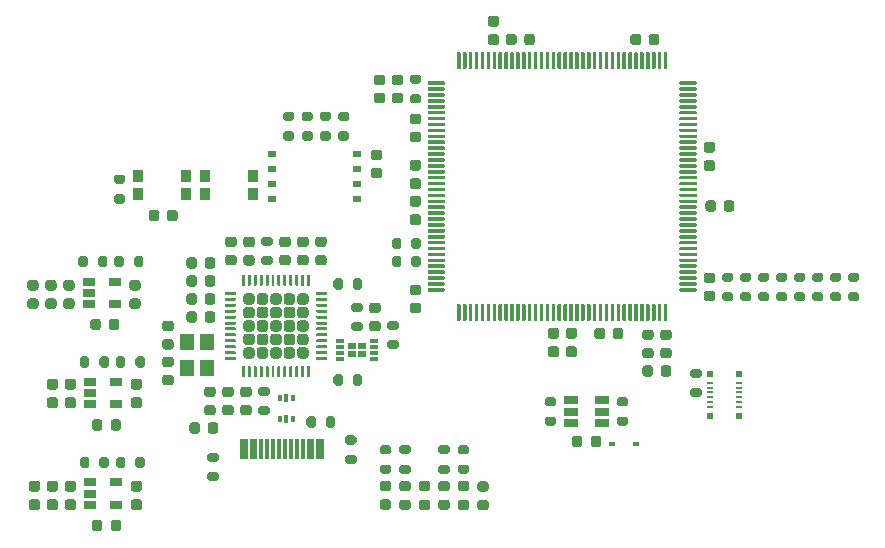
<source format=gbr>
G04 #@! TF.GenerationSoftware,KiCad,Pcbnew,5.1.9-73d0e3b20d~88~ubuntu18.04.1*
G04 #@! TF.CreationDate,2021-01-11T20:19:43+02:00*
G04 #@! TF.ProjectId,iPod nano 6 LCD,69506f64-206e-4616-9e6f-2036204c4344,rev?*
G04 #@! TF.SameCoordinates,Original*
G04 #@! TF.FileFunction,Paste,Top*
G04 #@! TF.FilePolarity,Positive*
%FSLAX46Y46*%
G04 Gerber Fmt 4.6, Leading zero omitted, Abs format (unit mm)*
G04 Created by KiCad (PCBNEW 5.1.9-73d0e3b20d~88~ubuntu18.04.1) date 2021-01-11 20:19:43*
%MOMM*%
%LPD*%
G01*
G04 APERTURE LIST*
%ADD10R,0.750000X0.300000*%
%ADD11R,0.710000X0.580000*%
%ADD12R,0.300000X1.750000*%
%ADD13R,0.900000X1.000000*%
%ADD14R,0.470000X0.500000*%
%ADD15R,0.470000X0.240000*%
%ADD16R,1.200000X1.400000*%
%ADD17R,0.375000X0.500000*%
%ADD18R,0.300000X0.650000*%
%ADD19R,1.060000X0.650000*%
%ADD20R,0.800000X0.600000*%
%ADD21R,1.220000X0.650000*%
%ADD22R,0.600000X0.450000*%
G04 APERTURE END LIST*
G36*
G01*
X151386250Y-93503000D02*
X150873750Y-93503000D01*
G75*
G02*
X150655000Y-93284250I0J218750D01*
G01*
X150655000Y-92846750D01*
G75*
G02*
X150873750Y-92628000I218750J0D01*
G01*
X151386250Y-92628000D01*
G75*
G02*
X151605000Y-92846750I0J-218750D01*
G01*
X151605000Y-93284250D01*
G75*
G02*
X151386250Y-93503000I-218750J0D01*
G01*
G37*
G36*
G01*
X151386250Y-95078000D02*
X150873750Y-95078000D01*
G75*
G02*
X150655000Y-94859250I0J218750D01*
G01*
X150655000Y-94421750D01*
G75*
G02*
X150873750Y-94203000I218750J0D01*
G01*
X151386250Y-94203000D01*
G75*
G02*
X151605000Y-94421750I0J-218750D01*
G01*
X151605000Y-94859250D01*
G75*
G02*
X151386250Y-95078000I-218750J0D01*
G01*
G37*
D10*
X145616000Y-80784000D03*
X145616000Y-81284000D03*
X145616000Y-81784000D03*
X145616000Y-82284000D03*
X148516000Y-82284000D03*
X148516000Y-81784000D03*
X148516000Y-81284000D03*
X148516000Y-80784000D03*
D11*
X146628500Y-81896500D03*
X147503500Y-81896500D03*
X147503500Y-81171500D03*
X146628500Y-81171500D03*
G36*
G01*
X174443500Y-58795000D02*
X175768500Y-58795000D01*
G75*
G02*
X175843500Y-58870000I0J-75000D01*
G01*
X175843500Y-59020000D01*
G75*
G02*
X175768500Y-59095000I-75000J0D01*
G01*
X174443500Y-59095000D01*
G75*
G02*
X174368500Y-59020000I0J75000D01*
G01*
X174368500Y-58870000D01*
G75*
G02*
X174443500Y-58795000I75000J0D01*
G01*
G37*
G36*
G01*
X174443500Y-59295000D02*
X175768500Y-59295000D01*
G75*
G02*
X175843500Y-59370000I0J-75000D01*
G01*
X175843500Y-59520000D01*
G75*
G02*
X175768500Y-59595000I-75000J0D01*
G01*
X174443500Y-59595000D01*
G75*
G02*
X174368500Y-59520000I0J75000D01*
G01*
X174368500Y-59370000D01*
G75*
G02*
X174443500Y-59295000I75000J0D01*
G01*
G37*
G36*
G01*
X174443500Y-59795000D02*
X175768500Y-59795000D01*
G75*
G02*
X175843500Y-59870000I0J-75000D01*
G01*
X175843500Y-60020000D01*
G75*
G02*
X175768500Y-60095000I-75000J0D01*
G01*
X174443500Y-60095000D01*
G75*
G02*
X174368500Y-60020000I0J75000D01*
G01*
X174368500Y-59870000D01*
G75*
G02*
X174443500Y-59795000I75000J0D01*
G01*
G37*
G36*
G01*
X174443500Y-60295000D02*
X175768500Y-60295000D01*
G75*
G02*
X175843500Y-60370000I0J-75000D01*
G01*
X175843500Y-60520000D01*
G75*
G02*
X175768500Y-60595000I-75000J0D01*
G01*
X174443500Y-60595000D01*
G75*
G02*
X174368500Y-60520000I0J75000D01*
G01*
X174368500Y-60370000D01*
G75*
G02*
X174443500Y-60295000I75000J0D01*
G01*
G37*
G36*
G01*
X174443500Y-60795000D02*
X175768500Y-60795000D01*
G75*
G02*
X175843500Y-60870000I0J-75000D01*
G01*
X175843500Y-61020000D01*
G75*
G02*
X175768500Y-61095000I-75000J0D01*
G01*
X174443500Y-61095000D01*
G75*
G02*
X174368500Y-61020000I0J75000D01*
G01*
X174368500Y-60870000D01*
G75*
G02*
X174443500Y-60795000I75000J0D01*
G01*
G37*
G36*
G01*
X174443500Y-61295000D02*
X175768500Y-61295000D01*
G75*
G02*
X175843500Y-61370000I0J-75000D01*
G01*
X175843500Y-61520000D01*
G75*
G02*
X175768500Y-61595000I-75000J0D01*
G01*
X174443500Y-61595000D01*
G75*
G02*
X174368500Y-61520000I0J75000D01*
G01*
X174368500Y-61370000D01*
G75*
G02*
X174443500Y-61295000I75000J0D01*
G01*
G37*
G36*
G01*
X174443500Y-61795000D02*
X175768500Y-61795000D01*
G75*
G02*
X175843500Y-61870000I0J-75000D01*
G01*
X175843500Y-62020000D01*
G75*
G02*
X175768500Y-62095000I-75000J0D01*
G01*
X174443500Y-62095000D01*
G75*
G02*
X174368500Y-62020000I0J75000D01*
G01*
X174368500Y-61870000D01*
G75*
G02*
X174443500Y-61795000I75000J0D01*
G01*
G37*
G36*
G01*
X174443500Y-62295000D02*
X175768500Y-62295000D01*
G75*
G02*
X175843500Y-62370000I0J-75000D01*
G01*
X175843500Y-62520000D01*
G75*
G02*
X175768500Y-62595000I-75000J0D01*
G01*
X174443500Y-62595000D01*
G75*
G02*
X174368500Y-62520000I0J75000D01*
G01*
X174368500Y-62370000D01*
G75*
G02*
X174443500Y-62295000I75000J0D01*
G01*
G37*
G36*
G01*
X174443500Y-62795000D02*
X175768500Y-62795000D01*
G75*
G02*
X175843500Y-62870000I0J-75000D01*
G01*
X175843500Y-63020000D01*
G75*
G02*
X175768500Y-63095000I-75000J0D01*
G01*
X174443500Y-63095000D01*
G75*
G02*
X174368500Y-63020000I0J75000D01*
G01*
X174368500Y-62870000D01*
G75*
G02*
X174443500Y-62795000I75000J0D01*
G01*
G37*
G36*
G01*
X174443500Y-63295000D02*
X175768500Y-63295000D01*
G75*
G02*
X175843500Y-63370000I0J-75000D01*
G01*
X175843500Y-63520000D01*
G75*
G02*
X175768500Y-63595000I-75000J0D01*
G01*
X174443500Y-63595000D01*
G75*
G02*
X174368500Y-63520000I0J75000D01*
G01*
X174368500Y-63370000D01*
G75*
G02*
X174443500Y-63295000I75000J0D01*
G01*
G37*
G36*
G01*
X174443500Y-63795000D02*
X175768500Y-63795000D01*
G75*
G02*
X175843500Y-63870000I0J-75000D01*
G01*
X175843500Y-64020000D01*
G75*
G02*
X175768500Y-64095000I-75000J0D01*
G01*
X174443500Y-64095000D01*
G75*
G02*
X174368500Y-64020000I0J75000D01*
G01*
X174368500Y-63870000D01*
G75*
G02*
X174443500Y-63795000I75000J0D01*
G01*
G37*
G36*
G01*
X174443500Y-64295000D02*
X175768500Y-64295000D01*
G75*
G02*
X175843500Y-64370000I0J-75000D01*
G01*
X175843500Y-64520000D01*
G75*
G02*
X175768500Y-64595000I-75000J0D01*
G01*
X174443500Y-64595000D01*
G75*
G02*
X174368500Y-64520000I0J75000D01*
G01*
X174368500Y-64370000D01*
G75*
G02*
X174443500Y-64295000I75000J0D01*
G01*
G37*
G36*
G01*
X174443500Y-64795000D02*
X175768500Y-64795000D01*
G75*
G02*
X175843500Y-64870000I0J-75000D01*
G01*
X175843500Y-65020000D01*
G75*
G02*
X175768500Y-65095000I-75000J0D01*
G01*
X174443500Y-65095000D01*
G75*
G02*
X174368500Y-65020000I0J75000D01*
G01*
X174368500Y-64870000D01*
G75*
G02*
X174443500Y-64795000I75000J0D01*
G01*
G37*
G36*
G01*
X174443500Y-65295000D02*
X175768500Y-65295000D01*
G75*
G02*
X175843500Y-65370000I0J-75000D01*
G01*
X175843500Y-65520000D01*
G75*
G02*
X175768500Y-65595000I-75000J0D01*
G01*
X174443500Y-65595000D01*
G75*
G02*
X174368500Y-65520000I0J75000D01*
G01*
X174368500Y-65370000D01*
G75*
G02*
X174443500Y-65295000I75000J0D01*
G01*
G37*
G36*
G01*
X174443500Y-65795000D02*
X175768500Y-65795000D01*
G75*
G02*
X175843500Y-65870000I0J-75000D01*
G01*
X175843500Y-66020000D01*
G75*
G02*
X175768500Y-66095000I-75000J0D01*
G01*
X174443500Y-66095000D01*
G75*
G02*
X174368500Y-66020000I0J75000D01*
G01*
X174368500Y-65870000D01*
G75*
G02*
X174443500Y-65795000I75000J0D01*
G01*
G37*
G36*
G01*
X174443500Y-66295000D02*
X175768500Y-66295000D01*
G75*
G02*
X175843500Y-66370000I0J-75000D01*
G01*
X175843500Y-66520000D01*
G75*
G02*
X175768500Y-66595000I-75000J0D01*
G01*
X174443500Y-66595000D01*
G75*
G02*
X174368500Y-66520000I0J75000D01*
G01*
X174368500Y-66370000D01*
G75*
G02*
X174443500Y-66295000I75000J0D01*
G01*
G37*
G36*
G01*
X174443500Y-66795000D02*
X175768500Y-66795000D01*
G75*
G02*
X175843500Y-66870000I0J-75000D01*
G01*
X175843500Y-67020000D01*
G75*
G02*
X175768500Y-67095000I-75000J0D01*
G01*
X174443500Y-67095000D01*
G75*
G02*
X174368500Y-67020000I0J75000D01*
G01*
X174368500Y-66870000D01*
G75*
G02*
X174443500Y-66795000I75000J0D01*
G01*
G37*
G36*
G01*
X174443500Y-67295000D02*
X175768500Y-67295000D01*
G75*
G02*
X175843500Y-67370000I0J-75000D01*
G01*
X175843500Y-67520000D01*
G75*
G02*
X175768500Y-67595000I-75000J0D01*
G01*
X174443500Y-67595000D01*
G75*
G02*
X174368500Y-67520000I0J75000D01*
G01*
X174368500Y-67370000D01*
G75*
G02*
X174443500Y-67295000I75000J0D01*
G01*
G37*
G36*
G01*
X174443500Y-67795000D02*
X175768500Y-67795000D01*
G75*
G02*
X175843500Y-67870000I0J-75000D01*
G01*
X175843500Y-68020000D01*
G75*
G02*
X175768500Y-68095000I-75000J0D01*
G01*
X174443500Y-68095000D01*
G75*
G02*
X174368500Y-68020000I0J75000D01*
G01*
X174368500Y-67870000D01*
G75*
G02*
X174443500Y-67795000I75000J0D01*
G01*
G37*
G36*
G01*
X174443500Y-68295000D02*
X175768500Y-68295000D01*
G75*
G02*
X175843500Y-68370000I0J-75000D01*
G01*
X175843500Y-68520000D01*
G75*
G02*
X175768500Y-68595000I-75000J0D01*
G01*
X174443500Y-68595000D01*
G75*
G02*
X174368500Y-68520000I0J75000D01*
G01*
X174368500Y-68370000D01*
G75*
G02*
X174443500Y-68295000I75000J0D01*
G01*
G37*
G36*
G01*
X174443500Y-68795000D02*
X175768500Y-68795000D01*
G75*
G02*
X175843500Y-68870000I0J-75000D01*
G01*
X175843500Y-69020000D01*
G75*
G02*
X175768500Y-69095000I-75000J0D01*
G01*
X174443500Y-69095000D01*
G75*
G02*
X174368500Y-69020000I0J75000D01*
G01*
X174368500Y-68870000D01*
G75*
G02*
X174443500Y-68795000I75000J0D01*
G01*
G37*
G36*
G01*
X174443500Y-69295000D02*
X175768500Y-69295000D01*
G75*
G02*
X175843500Y-69370000I0J-75000D01*
G01*
X175843500Y-69520000D01*
G75*
G02*
X175768500Y-69595000I-75000J0D01*
G01*
X174443500Y-69595000D01*
G75*
G02*
X174368500Y-69520000I0J75000D01*
G01*
X174368500Y-69370000D01*
G75*
G02*
X174443500Y-69295000I75000J0D01*
G01*
G37*
G36*
G01*
X174443500Y-69795000D02*
X175768500Y-69795000D01*
G75*
G02*
X175843500Y-69870000I0J-75000D01*
G01*
X175843500Y-70020000D01*
G75*
G02*
X175768500Y-70095000I-75000J0D01*
G01*
X174443500Y-70095000D01*
G75*
G02*
X174368500Y-70020000I0J75000D01*
G01*
X174368500Y-69870000D01*
G75*
G02*
X174443500Y-69795000I75000J0D01*
G01*
G37*
G36*
G01*
X174443500Y-70295000D02*
X175768500Y-70295000D01*
G75*
G02*
X175843500Y-70370000I0J-75000D01*
G01*
X175843500Y-70520000D01*
G75*
G02*
X175768500Y-70595000I-75000J0D01*
G01*
X174443500Y-70595000D01*
G75*
G02*
X174368500Y-70520000I0J75000D01*
G01*
X174368500Y-70370000D01*
G75*
G02*
X174443500Y-70295000I75000J0D01*
G01*
G37*
G36*
G01*
X174443500Y-70795000D02*
X175768500Y-70795000D01*
G75*
G02*
X175843500Y-70870000I0J-75000D01*
G01*
X175843500Y-71020000D01*
G75*
G02*
X175768500Y-71095000I-75000J0D01*
G01*
X174443500Y-71095000D01*
G75*
G02*
X174368500Y-71020000I0J75000D01*
G01*
X174368500Y-70870000D01*
G75*
G02*
X174443500Y-70795000I75000J0D01*
G01*
G37*
G36*
G01*
X174443500Y-71295000D02*
X175768500Y-71295000D01*
G75*
G02*
X175843500Y-71370000I0J-75000D01*
G01*
X175843500Y-71520000D01*
G75*
G02*
X175768500Y-71595000I-75000J0D01*
G01*
X174443500Y-71595000D01*
G75*
G02*
X174368500Y-71520000I0J75000D01*
G01*
X174368500Y-71370000D01*
G75*
G02*
X174443500Y-71295000I75000J0D01*
G01*
G37*
G36*
G01*
X174443500Y-71795000D02*
X175768500Y-71795000D01*
G75*
G02*
X175843500Y-71870000I0J-75000D01*
G01*
X175843500Y-72020000D01*
G75*
G02*
X175768500Y-72095000I-75000J0D01*
G01*
X174443500Y-72095000D01*
G75*
G02*
X174368500Y-72020000I0J75000D01*
G01*
X174368500Y-71870000D01*
G75*
G02*
X174443500Y-71795000I75000J0D01*
G01*
G37*
G36*
G01*
X174443500Y-72295000D02*
X175768500Y-72295000D01*
G75*
G02*
X175843500Y-72370000I0J-75000D01*
G01*
X175843500Y-72520000D01*
G75*
G02*
X175768500Y-72595000I-75000J0D01*
G01*
X174443500Y-72595000D01*
G75*
G02*
X174368500Y-72520000I0J75000D01*
G01*
X174368500Y-72370000D01*
G75*
G02*
X174443500Y-72295000I75000J0D01*
G01*
G37*
G36*
G01*
X174443500Y-72795000D02*
X175768500Y-72795000D01*
G75*
G02*
X175843500Y-72870000I0J-75000D01*
G01*
X175843500Y-73020000D01*
G75*
G02*
X175768500Y-73095000I-75000J0D01*
G01*
X174443500Y-73095000D01*
G75*
G02*
X174368500Y-73020000I0J75000D01*
G01*
X174368500Y-72870000D01*
G75*
G02*
X174443500Y-72795000I75000J0D01*
G01*
G37*
G36*
G01*
X174443500Y-73295000D02*
X175768500Y-73295000D01*
G75*
G02*
X175843500Y-73370000I0J-75000D01*
G01*
X175843500Y-73520000D01*
G75*
G02*
X175768500Y-73595000I-75000J0D01*
G01*
X174443500Y-73595000D01*
G75*
G02*
X174368500Y-73520000I0J75000D01*
G01*
X174368500Y-73370000D01*
G75*
G02*
X174443500Y-73295000I75000J0D01*
G01*
G37*
G36*
G01*
X174443500Y-73795000D02*
X175768500Y-73795000D01*
G75*
G02*
X175843500Y-73870000I0J-75000D01*
G01*
X175843500Y-74020000D01*
G75*
G02*
X175768500Y-74095000I-75000J0D01*
G01*
X174443500Y-74095000D01*
G75*
G02*
X174368500Y-74020000I0J75000D01*
G01*
X174368500Y-73870000D01*
G75*
G02*
X174443500Y-73795000I75000J0D01*
G01*
G37*
G36*
G01*
X174443500Y-74295000D02*
X175768500Y-74295000D01*
G75*
G02*
X175843500Y-74370000I0J-75000D01*
G01*
X175843500Y-74520000D01*
G75*
G02*
X175768500Y-74595000I-75000J0D01*
G01*
X174443500Y-74595000D01*
G75*
G02*
X174368500Y-74520000I0J75000D01*
G01*
X174368500Y-74370000D01*
G75*
G02*
X174443500Y-74295000I75000J0D01*
G01*
G37*
G36*
G01*
X174443500Y-74795000D02*
X175768500Y-74795000D01*
G75*
G02*
X175843500Y-74870000I0J-75000D01*
G01*
X175843500Y-75020000D01*
G75*
G02*
X175768500Y-75095000I-75000J0D01*
G01*
X174443500Y-75095000D01*
G75*
G02*
X174368500Y-75020000I0J75000D01*
G01*
X174368500Y-74870000D01*
G75*
G02*
X174443500Y-74795000I75000J0D01*
G01*
G37*
G36*
G01*
X174443500Y-75295000D02*
X175768500Y-75295000D01*
G75*
G02*
X175843500Y-75370000I0J-75000D01*
G01*
X175843500Y-75520000D01*
G75*
G02*
X175768500Y-75595000I-75000J0D01*
G01*
X174443500Y-75595000D01*
G75*
G02*
X174368500Y-75520000I0J75000D01*
G01*
X174368500Y-75370000D01*
G75*
G02*
X174443500Y-75295000I75000J0D01*
G01*
G37*
G36*
G01*
X174443500Y-75795000D02*
X175768500Y-75795000D01*
G75*
G02*
X175843500Y-75870000I0J-75000D01*
G01*
X175843500Y-76020000D01*
G75*
G02*
X175768500Y-76095000I-75000J0D01*
G01*
X174443500Y-76095000D01*
G75*
G02*
X174368500Y-76020000I0J75000D01*
G01*
X174368500Y-75870000D01*
G75*
G02*
X174443500Y-75795000I75000J0D01*
G01*
G37*
G36*
G01*
X174443500Y-76295000D02*
X175768500Y-76295000D01*
G75*
G02*
X175843500Y-76370000I0J-75000D01*
G01*
X175843500Y-76520000D01*
G75*
G02*
X175768500Y-76595000I-75000J0D01*
G01*
X174443500Y-76595000D01*
G75*
G02*
X174368500Y-76520000I0J75000D01*
G01*
X174368500Y-76370000D01*
G75*
G02*
X174443500Y-76295000I75000J0D01*
G01*
G37*
G36*
G01*
X173118500Y-77620000D02*
X173268500Y-77620000D01*
G75*
G02*
X173343500Y-77695000I0J-75000D01*
G01*
X173343500Y-79020000D01*
G75*
G02*
X173268500Y-79095000I-75000J0D01*
G01*
X173118500Y-79095000D01*
G75*
G02*
X173043500Y-79020000I0J75000D01*
G01*
X173043500Y-77695000D01*
G75*
G02*
X173118500Y-77620000I75000J0D01*
G01*
G37*
G36*
G01*
X172618500Y-77620000D02*
X172768500Y-77620000D01*
G75*
G02*
X172843500Y-77695000I0J-75000D01*
G01*
X172843500Y-79020000D01*
G75*
G02*
X172768500Y-79095000I-75000J0D01*
G01*
X172618500Y-79095000D01*
G75*
G02*
X172543500Y-79020000I0J75000D01*
G01*
X172543500Y-77695000D01*
G75*
G02*
X172618500Y-77620000I75000J0D01*
G01*
G37*
G36*
G01*
X172118500Y-77620000D02*
X172268500Y-77620000D01*
G75*
G02*
X172343500Y-77695000I0J-75000D01*
G01*
X172343500Y-79020000D01*
G75*
G02*
X172268500Y-79095000I-75000J0D01*
G01*
X172118500Y-79095000D01*
G75*
G02*
X172043500Y-79020000I0J75000D01*
G01*
X172043500Y-77695000D01*
G75*
G02*
X172118500Y-77620000I75000J0D01*
G01*
G37*
G36*
G01*
X171618500Y-77620000D02*
X171768500Y-77620000D01*
G75*
G02*
X171843500Y-77695000I0J-75000D01*
G01*
X171843500Y-79020000D01*
G75*
G02*
X171768500Y-79095000I-75000J0D01*
G01*
X171618500Y-79095000D01*
G75*
G02*
X171543500Y-79020000I0J75000D01*
G01*
X171543500Y-77695000D01*
G75*
G02*
X171618500Y-77620000I75000J0D01*
G01*
G37*
G36*
G01*
X171118500Y-77620000D02*
X171268500Y-77620000D01*
G75*
G02*
X171343500Y-77695000I0J-75000D01*
G01*
X171343500Y-79020000D01*
G75*
G02*
X171268500Y-79095000I-75000J0D01*
G01*
X171118500Y-79095000D01*
G75*
G02*
X171043500Y-79020000I0J75000D01*
G01*
X171043500Y-77695000D01*
G75*
G02*
X171118500Y-77620000I75000J0D01*
G01*
G37*
G36*
G01*
X170618500Y-77620000D02*
X170768500Y-77620000D01*
G75*
G02*
X170843500Y-77695000I0J-75000D01*
G01*
X170843500Y-79020000D01*
G75*
G02*
X170768500Y-79095000I-75000J0D01*
G01*
X170618500Y-79095000D01*
G75*
G02*
X170543500Y-79020000I0J75000D01*
G01*
X170543500Y-77695000D01*
G75*
G02*
X170618500Y-77620000I75000J0D01*
G01*
G37*
G36*
G01*
X170118500Y-77620000D02*
X170268500Y-77620000D01*
G75*
G02*
X170343500Y-77695000I0J-75000D01*
G01*
X170343500Y-79020000D01*
G75*
G02*
X170268500Y-79095000I-75000J0D01*
G01*
X170118500Y-79095000D01*
G75*
G02*
X170043500Y-79020000I0J75000D01*
G01*
X170043500Y-77695000D01*
G75*
G02*
X170118500Y-77620000I75000J0D01*
G01*
G37*
G36*
G01*
X169618500Y-77620000D02*
X169768500Y-77620000D01*
G75*
G02*
X169843500Y-77695000I0J-75000D01*
G01*
X169843500Y-79020000D01*
G75*
G02*
X169768500Y-79095000I-75000J0D01*
G01*
X169618500Y-79095000D01*
G75*
G02*
X169543500Y-79020000I0J75000D01*
G01*
X169543500Y-77695000D01*
G75*
G02*
X169618500Y-77620000I75000J0D01*
G01*
G37*
G36*
G01*
X169118500Y-77620000D02*
X169268500Y-77620000D01*
G75*
G02*
X169343500Y-77695000I0J-75000D01*
G01*
X169343500Y-79020000D01*
G75*
G02*
X169268500Y-79095000I-75000J0D01*
G01*
X169118500Y-79095000D01*
G75*
G02*
X169043500Y-79020000I0J75000D01*
G01*
X169043500Y-77695000D01*
G75*
G02*
X169118500Y-77620000I75000J0D01*
G01*
G37*
G36*
G01*
X168618500Y-77620000D02*
X168768500Y-77620000D01*
G75*
G02*
X168843500Y-77695000I0J-75000D01*
G01*
X168843500Y-79020000D01*
G75*
G02*
X168768500Y-79095000I-75000J0D01*
G01*
X168618500Y-79095000D01*
G75*
G02*
X168543500Y-79020000I0J75000D01*
G01*
X168543500Y-77695000D01*
G75*
G02*
X168618500Y-77620000I75000J0D01*
G01*
G37*
G36*
G01*
X168118500Y-77620000D02*
X168268500Y-77620000D01*
G75*
G02*
X168343500Y-77695000I0J-75000D01*
G01*
X168343500Y-79020000D01*
G75*
G02*
X168268500Y-79095000I-75000J0D01*
G01*
X168118500Y-79095000D01*
G75*
G02*
X168043500Y-79020000I0J75000D01*
G01*
X168043500Y-77695000D01*
G75*
G02*
X168118500Y-77620000I75000J0D01*
G01*
G37*
G36*
G01*
X167618500Y-77620000D02*
X167768500Y-77620000D01*
G75*
G02*
X167843500Y-77695000I0J-75000D01*
G01*
X167843500Y-79020000D01*
G75*
G02*
X167768500Y-79095000I-75000J0D01*
G01*
X167618500Y-79095000D01*
G75*
G02*
X167543500Y-79020000I0J75000D01*
G01*
X167543500Y-77695000D01*
G75*
G02*
X167618500Y-77620000I75000J0D01*
G01*
G37*
G36*
G01*
X167118500Y-77620000D02*
X167268500Y-77620000D01*
G75*
G02*
X167343500Y-77695000I0J-75000D01*
G01*
X167343500Y-79020000D01*
G75*
G02*
X167268500Y-79095000I-75000J0D01*
G01*
X167118500Y-79095000D01*
G75*
G02*
X167043500Y-79020000I0J75000D01*
G01*
X167043500Y-77695000D01*
G75*
G02*
X167118500Y-77620000I75000J0D01*
G01*
G37*
G36*
G01*
X166618500Y-77620000D02*
X166768500Y-77620000D01*
G75*
G02*
X166843500Y-77695000I0J-75000D01*
G01*
X166843500Y-79020000D01*
G75*
G02*
X166768500Y-79095000I-75000J0D01*
G01*
X166618500Y-79095000D01*
G75*
G02*
X166543500Y-79020000I0J75000D01*
G01*
X166543500Y-77695000D01*
G75*
G02*
X166618500Y-77620000I75000J0D01*
G01*
G37*
G36*
G01*
X166118500Y-77620000D02*
X166268500Y-77620000D01*
G75*
G02*
X166343500Y-77695000I0J-75000D01*
G01*
X166343500Y-79020000D01*
G75*
G02*
X166268500Y-79095000I-75000J0D01*
G01*
X166118500Y-79095000D01*
G75*
G02*
X166043500Y-79020000I0J75000D01*
G01*
X166043500Y-77695000D01*
G75*
G02*
X166118500Y-77620000I75000J0D01*
G01*
G37*
G36*
G01*
X165618500Y-77620000D02*
X165768500Y-77620000D01*
G75*
G02*
X165843500Y-77695000I0J-75000D01*
G01*
X165843500Y-79020000D01*
G75*
G02*
X165768500Y-79095000I-75000J0D01*
G01*
X165618500Y-79095000D01*
G75*
G02*
X165543500Y-79020000I0J75000D01*
G01*
X165543500Y-77695000D01*
G75*
G02*
X165618500Y-77620000I75000J0D01*
G01*
G37*
G36*
G01*
X165118500Y-77620000D02*
X165268500Y-77620000D01*
G75*
G02*
X165343500Y-77695000I0J-75000D01*
G01*
X165343500Y-79020000D01*
G75*
G02*
X165268500Y-79095000I-75000J0D01*
G01*
X165118500Y-79095000D01*
G75*
G02*
X165043500Y-79020000I0J75000D01*
G01*
X165043500Y-77695000D01*
G75*
G02*
X165118500Y-77620000I75000J0D01*
G01*
G37*
G36*
G01*
X164618500Y-77620000D02*
X164768500Y-77620000D01*
G75*
G02*
X164843500Y-77695000I0J-75000D01*
G01*
X164843500Y-79020000D01*
G75*
G02*
X164768500Y-79095000I-75000J0D01*
G01*
X164618500Y-79095000D01*
G75*
G02*
X164543500Y-79020000I0J75000D01*
G01*
X164543500Y-77695000D01*
G75*
G02*
X164618500Y-77620000I75000J0D01*
G01*
G37*
G36*
G01*
X164118500Y-77620000D02*
X164268500Y-77620000D01*
G75*
G02*
X164343500Y-77695000I0J-75000D01*
G01*
X164343500Y-79020000D01*
G75*
G02*
X164268500Y-79095000I-75000J0D01*
G01*
X164118500Y-79095000D01*
G75*
G02*
X164043500Y-79020000I0J75000D01*
G01*
X164043500Y-77695000D01*
G75*
G02*
X164118500Y-77620000I75000J0D01*
G01*
G37*
G36*
G01*
X163618500Y-77620000D02*
X163768500Y-77620000D01*
G75*
G02*
X163843500Y-77695000I0J-75000D01*
G01*
X163843500Y-79020000D01*
G75*
G02*
X163768500Y-79095000I-75000J0D01*
G01*
X163618500Y-79095000D01*
G75*
G02*
X163543500Y-79020000I0J75000D01*
G01*
X163543500Y-77695000D01*
G75*
G02*
X163618500Y-77620000I75000J0D01*
G01*
G37*
G36*
G01*
X163118500Y-77620000D02*
X163268500Y-77620000D01*
G75*
G02*
X163343500Y-77695000I0J-75000D01*
G01*
X163343500Y-79020000D01*
G75*
G02*
X163268500Y-79095000I-75000J0D01*
G01*
X163118500Y-79095000D01*
G75*
G02*
X163043500Y-79020000I0J75000D01*
G01*
X163043500Y-77695000D01*
G75*
G02*
X163118500Y-77620000I75000J0D01*
G01*
G37*
G36*
G01*
X162618500Y-77620000D02*
X162768500Y-77620000D01*
G75*
G02*
X162843500Y-77695000I0J-75000D01*
G01*
X162843500Y-79020000D01*
G75*
G02*
X162768500Y-79095000I-75000J0D01*
G01*
X162618500Y-79095000D01*
G75*
G02*
X162543500Y-79020000I0J75000D01*
G01*
X162543500Y-77695000D01*
G75*
G02*
X162618500Y-77620000I75000J0D01*
G01*
G37*
G36*
G01*
X162118500Y-77620000D02*
X162268500Y-77620000D01*
G75*
G02*
X162343500Y-77695000I0J-75000D01*
G01*
X162343500Y-79020000D01*
G75*
G02*
X162268500Y-79095000I-75000J0D01*
G01*
X162118500Y-79095000D01*
G75*
G02*
X162043500Y-79020000I0J75000D01*
G01*
X162043500Y-77695000D01*
G75*
G02*
X162118500Y-77620000I75000J0D01*
G01*
G37*
G36*
G01*
X161618500Y-77620000D02*
X161768500Y-77620000D01*
G75*
G02*
X161843500Y-77695000I0J-75000D01*
G01*
X161843500Y-79020000D01*
G75*
G02*
X161768500Y-79095000I-75000J0D01*
G01*
X161618500Y-79095000D01*
G75*
G02*
X161543500Y-79020000I0J75000D01*
G01*
X161543500Y-77695000D01*
G75*
G02*
X161618500Y-77620000I75000J0D01*
G01*
G37*
G36*
G01*
X161118500Y-77620000D02*
X161268500Y-77620000D01*
G75*
G02*
X161343500Y-77695000I0J-75000D01*
G01*
X161343500Y-79020000D01*
G75*
G02*
X161268500Y-79095000I-75000J0D01*
G01*
X161118500Y-79095000D01*
G75*
G02*
X161043500Y-79020000I0J75000D01*
G01*
X161043500Y-77695000D01*
G75*
G02*
X161118500Y-77620000I75000J0D01*
G01*
G37*
G36*
G01*
X160618500Y-77620000D02*
X160768500Y-77620000D01*
G75*
G02*
X160843500Y-77695000I0J-75000D01*
G01*
X160843500Y-79020000D01*
G75*
G02*
X160768500Y-79095000I-75000J0D01*
G01*
X160618500Y-79095000D01*
G75*
G02*
X160543500Y-79020000I0J75000D01*
G01*
X160543500Y-77695000D01*
G75*
G02*
X160618500Y-77620000I75000J0D01*
G01*
G37*
G36*
G01*
X160118500Y-77620000D02*
X160268500Y-77620000D01*
G75*
G02*
X160343500Y-77695000I0J-75000D01*
G01*
X160343500Y-79020000D01*
G75*
G02*
X160268500Y-79095000I-75000J0D01*
G01*
X160118500Y-79095000D01*
G75*
G02*
X160043500Y-79020000I0J75000D01*
G01*
X160043500Y-77695000D01*
G75*
G02*
X160118500Y-77620000I75000J0D01*
G01*
G37*
G36*
G01*
X159618500Y-77620000D02*
X159768500Y-77620000D01*
G75*
G02*
X159843500Y-77695000I0J-75000D01*
G01*
X159843500Y-79020000D01*
G75*
G02*
X159768500Y-79095000I-75000J0D01*
G01*
X159618500Y-79095000D01*
G75*
G02*
X159543500Y-79020000I0J75000D01*
G01*
X159543500Y-77695000D01*
G75*
G02*
X159618500Y-77620000I75000J0D01*
G01*
G37*
G36*
G01*
X159118500Y-77620000D02*
X159268500Y-77620000D01*
G75*
G02*
X159343500Y-77695000I0J-75000D01*
G01*
X159343500Y-79020000D01*
G75*
G02*
X159268500Y-79095000I-75000J0D01*
G01*
X159118500Y-79095000D01*
G75*
G02*
X159043500Y-79020000I0J75000D01*
G01*
X159043500Y-77695000D01*
G75*
G02*
X159118500Y-77620000I75000J0D01*
G01*
G37*
G36*
G01*
X158618500Y-77620000D02*
X158768500Y-77620000D01*
G75*
G02*
X158843500Y-77695000I0J-75000D01*
G01*
X158843500Y-79020000D01*
G75*
G02*
X158768500Y-79095000I-75000J0D01*
G01*
X158618500Y-79095000D01*
G75*
G02*
X158543500Y-79020000I0J75000D01*
G01*
X158543500Y-77695000D01*
G75*
G02*
X158618500Y-77620000I75000J0D01*
G01*
G37*
G36*
G01*
X158118500Y-77620000D02*
X158268500Y-77620000D01*
G75*
G02*
X158343500Y-77695000I0J-75000D01*
G01*
X158343500Y-79020000D01*
G75*
G02*
X158268500Y-79095000I-75000J0D01*
G01*
X158118500Y-79095000D01*
G75*
G02*
X158043500Y-79020000I0J75000D01*
G01*
X158043500Y-77695000D01*
G75*
G02*
X158118500Y-77620000I75000J0D01*
G01*
G37*
G36*
G01*
X157618500Y-77620000D02*
X157768500Y-77620000D01*
G75*
G02*
X157843500Y-77695000I0J-75000D01*
G01*
X157843500Y-79020000D01*
G75*
G02*
X157768500Y-79095000I-75000J0D01*
G01*
X157618500Y-79095000D01*
G75*
G02*
X157543500Y-79020000I0J75000D01*
G01*
X157543500Y-77695000D01*
G75*
G02*
X157618500Y-77620000I75000J0D01*
G01*
G37*
G36*
G01*
X157118500Y-77620000D02*
X157268500Y-77620000D01*
G75*
G02*
X157343500Y-77695000I0J-75000D01*
G01*
X157343500Y-79020000D01*
G75*
G02*
X157268500Y-79095000I-75000J0D01*
G01*
X157118500Y-79095000D01*
G75*
G02*
X157043500Y-79020000I0J75000D01*
G01*
X157043500Y-77695000D01*
G75*
G02*
X157118500Y-77620000I75000J0D01*
G01*
G37*
G36*
G01*
X156618500Y-77620000D02*
X156768500Y-77620000D01*
G75*
G02*
X156843500Y-77695000I0J-75000D01*
G01*
X156843500Y-79020000D01*
G75*
G02*
X156768500Y-79095000I-75000J0D01*
G01*
X156618500Y-79095000D01*
G75*
G02*
X156543500Y-79020000I0J75000D01*
G01*
X156543500Y-77695000D01*
G75*
G02*
X156618500Y-77620000I75000J0D01*
G01*
G37*
G36*
G01*
X156118500Y-77620000D02*
X156268500Y-77620000D01*
G75*
G02*
X156343500Y-77695000I0J-75000D01*
G01*
X156343500Y-79020000D01*
G75*
G02*
X156268500Y-79095000I-75000J0D01*
G01*
X156118500Y-79095000D01*
G75*
G02*
X156043500Y-79020000I0J75000D01*
G01*
X156043500Y-77695000D01*
G75*
G02*
X156118500Y-77620000I75000J0D01*
G01*
G37*
G36*
G01*
X155618500Y-77620000D02*
X155768500Y-77620000D01*
G75*
G02*
X155843500Y-77695000I0J-75000D01*
G01*
X155843500Y-79020000D01*
G75*
G02*
X155768500Y-79095000I-75000J0D01*
G01*
X155618500Y-79095000D01*
G75*
G02*
X155543500Y-79020000I0J75000D01*
G01*
X155543500Y-77695000D01*
G75*
G02*
X155618500Y-77620000I75000J0D01*
G01*
G37*
G36*
G01*
X153118500Y-76295000D02*
X154443500Y-76295000D01*
G75*
G02*
X154518500Y-76370000I0J-75000D01*
G01*
X154518500Y-76520000D01*
G75*
G02*
X154443500Y-76595000I-75000J0D01*
G01*
X153118500Y-76595000D01*
G75*
G02*
X153043500Y-76520000I0J75000D01*
G01*
X153043500Y-76370000D01*
G75*
G02*
X153118500Y-76295000I75000J0D01*
G01*
G37*
G36*
G01*
X153118500Y-75795000D02*
X154443500Y-75795000D01*
G75*
G02*
X154518500Y-75870000I0J-75000D01*
G01*
X154518500Y-76020000D01*
G75*
G02*
X154443500Y-76095000I-75000J0D01*
G01*
X153118500Y-76095000D01*
G75*
G02*
X153043500Y-76020000I0J75000D01*
G01*
X153043500Y-75870000D01*
G75*
G02*
X153118500Y-75795000I75000J0D01*
G01*
G37*
G36*
G01*
X153118500Y-75295000D02*
X154443500Y-75295000D01*
G75*
G02*
X154518500Y-75370000I0J-75000D01*
G01*
X154518500Y-75520000D01*
G75*
G02*
X154443500Y-75595000I-75000J0D01*
G01*
X153118500Y-75595000D01*
G75*
G02*
X153043500Y-75520000I0J75000D01*
G01*
X153043500Y-75370000D01*
G75*
G02*
X153118500Y-75295000I75000J0D01*
G01*
G37*
G36*
G01*
X153118500Y-74795000D02*
X154443500Y-74795000D01*
G75*
G02*
X154518500Y-74870000I0J-75000D01*
G01*
X154518500Y-75020000D01*
G75*
G02*
X154443500Y-75095000I-75000J0D01*
G01*
X153118500Y-75095000D01*
G75*
G02*
X153043500Y-75020000I0J75000D01*
G01*
X153043500Y-74870000D01*
G75*
G02*
X153118500Y-74795000I75000J0D01*
G01*
G37*
G36*
G01*
X153118500Y-74295000D02*
X154443500Y-74295000D01*
G75*
G02*
X154518500Y-74370000I0J-75000D01*
G01*
X154518500Y-74520000D01*
G75*
G02*
X154443500Y-74595000I-75000J0D01*
G01*
X153118500Y-74595000D01*
G75*
G02*
X153043500Y-74520000I0J75000D01*
G01*
X153043500Y-74370000D01*
G75*
G02*
X153118500Y-74295000I75000J0D01*
G01*
G37*
G36*
G01*
X153118500Y-73795000D02*
X154443500Y-73795000D01*
G75*
G02*
X154518500Y-73870000I0J-75000D01*
G01*
X154518500Y-74020000D01*
G75*
G02*
X154443500Y-74095000I-75000J0D01*
G01*
X153118500Y-74095000D01*
G75*
G02*
X153043500Y-74020000I0J75000D01*
G01*
X153043500Y-73870000D01*
G75*
G02*
X153118500Y-73795000I75000J0D01*
G01*
G37*
G36*
G01*
X153118500Y-73295000D02*
X154443500Y-73295000D01*
G75*
G02*
X154518500Y-73370000I0J-75000D01*
G01*
X154518500Y-73520000D01*
G75*
G02*
X154443500Y-73595000I-75000J0D01*
G01*
X153118500Y-73595000D01*
G75*
G02*
X153043500Y-73520000I0J75000D01*
G01*
X153043500Y-73370000D01*
G75*
G02*
X153118500Y-73295000I75000J0D01*
G01*
G37*
G36*
G01*
X153118500Y-72795000D02*
X154443500Y-72795000D01*
G75*
G02*
X154518500Y-72870000I0J-75000D01*
G01*
X154518500Y-73020000D01*
G75*
G02*
X154443500Y-73095000I-75000J0D01*
G01*
X153118500Y-73095000D01*
G75*
G02*
X153043500Y-73020000I0J75000D01*
G01*
X153043500Y-72870000D01*
G75*
G02*
X153118500Y-72795000I75000J0D01*
G01*
G37*
G36*
G01*
X153118500Y-72295000D02*
X154443500Y-72295000D01*
G75*
G02*
X154518500Y-72370000I0J-75000D01*
G01*
X154518500Y-72520000D01*
G75*
G02*
X154443500Y-72595000I-75000J0D01*
G01*
X153118500Y-72595000D01*
G75*
G02*
X153043500Y-72520000I0J75000D01*
G01*
X153043500Y-72370000D01*
G75*
G02*
X153118500Y-72295000I75000J0D01*
G01*
G37*
G36*
G01*
X153118500Y-71795000D02*
X154443500Y-71795000D01*
G75*
G02*
X154518500Y-71870000I0J-75000D01*
G01*
X154518500Y-72020000D01*
G75*
G02*
X154443500Y-72095000I-75000J0D01*
G01*
X153118500Y-72095000D01*
G75*
G02*
X153043500Y-72020000I0J75000D01*
G01*
X153043500Y-71870000D01*
G75*
G02*
X153118500Y-71795000I75000J0D01*
G01*
G37*
G36*
G01*
X153118500Y-71295000D02*
X154443500Y-71295000D01*
G75*
G02*
X154518500Y-71370000I0J-75000D01*
G01*
X154518500Y-71520000D01*
G75*
G02*
X154443500Y-71595000I-75000J0D01*
G01*
X153118500Y-71595000D01*
G75*
G02*
X153043500Y-71520000I0J75000D01*
G01*
X153043500Y-71370000D01*
G75*
G02*
X153118500Y-71295000I75000J0D01*
G01*
G37*
G36*
G01*
X153118500Y-70795000D02*
X154443500Y-70795000D01*
G75*
G02*
X154518500Y-70870000I0J-75000D01*
G01*
X154518500Y-71020000D01*
G75*
G02*
X154443500Y-71095000I-75000J0D01*
G01*
X153118500Y-71095000D01*
G75*
G02*
X153043500Y-71020000I0J75000D01*
G01*
X153043500Y-70870000D01*
G75*
G02*
X153118500Y-70795000I75000J0D01*
G01*
G37*
G36*
G01*
X153118500Y-70295000D02*
X154443500Y-70295000D01*
G75*
G02*
X154518500Y-70370000I0J-75000D01*
G01*
X154518500Y-70520000D01*
G75*
G02*
X154443500Y-70595000I-75000J0D01*
G01*
X153118500Y-70595000D01*
G75*
G02*
X153043500Y-70520000I0J75000D01*
G01*
X153043500Y-70370000D01*
G75*
G02*
X153118500Y-70295000I75000J0D01*
G01*
G37*
G36*
G01*
X153118500Y-69795000D02*
X154443500Y-69795000D01*
G75*
G02*
X154518500Y-69870000I0J-75000D01*
G01*
X154518500Y-70020000D01*
G75*
G02*
X154443500Y-70095000I-75000J0D01*
G01*
X153118500Y-70095000D01*
G75*
G02*
X153043500Y-70020000I0J75000D01*
G01*
X153043500Y-69870000D01*
G75*
G02*
X153118500Y-69795000I75000J0D01*
G01*
G37*
G36*
G01*
X153118500Y-69295000D02*
X154443500Y-69295000D01*
G75*
G02*
X154518500Y-69370000I0J-75000D01*
G01*
X154518500Y-69520000D01*
G75*
G02*
X154443500Y-69595000I-75000J0D01*
G01*
X153118500Y-69595000D01*
G75*
G02*
X153043500Y-69520000I0J75000D01*
G01*
X153043500Y-69370000D01*
G75*
G02*
X153118500Y-69295000I75000J0D01*
G01*
G37*
G36*
G01*
X153118500Y-68795000D02*
X154443500Y-68795000D01*
G75*
G02*
X154518500Y-68870000I0J-75000D01*
G01*
X154518500Y-69020000D01*
G75*
G02*
X154443500Y-69095000I-75000J0D01*
G01*
X153118500Y-69095000D01*
G75*
G02*
X153043500Y-69020000I0J75000D01*
G01*
X153043500Y-68870000D01*
G75*
G02*
X153118500Y-68795000I75000J0D01*
G01*
G37*
G36*
G01*
X153118500Y-68295000D02*
X154443500Y-68295000D01*
G75*
G02*
X154518500Y-68370000I0J-75000D01*
G01*
X154518500Y-68520000D01*
G75*
G02*
X154443500Y-68595000I-75000J0D01*
G01*
X153118500Y-68595000D01*
G75*
G02*
X153043500Y-68520000I0J75000D01*
G01*
X153043500Y-68370000D01*
G75*
G02*
X153118500Y-68295000I75000J0D01*
G01*
G37*
G36*
G01*
X153118500Y-67795000D02*
X154443500Y-67795000D01*
G75*
G02*
X154518500Y-67870000I0J-75000D01*
G01*
X154518500Y-68020000D01*
G75*
G02*
X154443500Y-68095000I-75000J0D01*
G01*
X153118500Y-68095000D01*
G75*
G02*
X153043500Y-68020000I0J75000D01*
G01*
X153043500Y-67870000D01*
G75*
G02*
X153118500Y-67795000I75000J0D01*
G01*
G37*
G36*
G01*
X153118500Y-67295000D02*
X154443500Y-67295000D01*
G75*
G02*
X154518500Y-67370000I0J-75000D01*
G01*
X154518500Y-67520000D01*
G75*
G02*
X154443500Y-67595000I-75000J0D01*
G01*
X153118500Y-67595000D01*
G75*
G02*
X153043500Y-67520000I0J75000D01*
G01*
X153043500Y-67370000D01*
G75*
G02*
X153118500Y-67295000I75000J0D01*
G01*
G37*
G36*
G01*
X153118500Y-66795000D02*
X154443500Y-66795000D01*
G75*
G02*
X154518500Y-66870000I0J-75000D01*
G01*
X154518500Y-67020000D01*
G75*
G02*
X154443500Y-67095000I-75000J0D01*
G01*
X153118500Y-67095000D01*
G75*
G02*
X153043500Y-67020000I0J75000D01*
G01*
X153043500Y-66870000D01*
G75*
G02*
X153118500Y-66795000I75000J0D01*
G01*
G37*
G36*
G01*
X153118500Y-66295000D02*
X154443500Y-66295000D01*
G75*
G02*
X154518500Y-66370000I0J-75000D01*
G01*
X154518500Y-66520000D01*
G75*
G02*
X154443500Y-66595000I-75000J0D01*
G01*
X153118500Y-66595000D01*
G75*
G02*
X153043500Y-66520000I0J75000D01*
G01*
X153043500Y-66370000D01*
G75*
G02*
X153118500Y-66295000I75000J0D01*
G01*
G37*
G36*
G01*
X153118500Y-65795000D02*
X154443500Y-65795000D01*
G75*
G02*
X154518500Y-65870000I0J-75000D01*
G01*
X154518500Y-66020000D01*
G75*
G02*
X154443500Y-66095000I-75000J0D01*
G01*
X153118500Y-66095000D01*
G75*
G02*
X153043500Y-66020000I0J75000D01*
G01*
X153043500Y-65870000D01*
G75*
G02*
X153118500Y-65795000I75000J0D01*
G01*
G37*
G36*
G01*
X153118500Y-65295000D02*
X154443500Y-65295000D01*
G75*
G02*
X154518500Y-65370000I0J-75000D01*
G01*
X154518500Y-65520000D01*
G75*
G02*
X154443500Y-65595000I-75000J0D01*
G01*
X153118500Y-65595000D01*
G75*
G02*
X153043500Y-65520000I0J75000D01*
G01*
X153043500Y-65370000D01*
G75*
G02*
X153118500Y-65295000I75000J0D01*
G01*
G37*
G36*
G01*
X153118500Y-64795000D02*
X154443500Y-64795000D01*
G75*
G02*
X154518500Y-64870000I0J-75000D01*
G01*
X154518500Y-65020000D01*
G75*
G02*
X154443500Y-65095000I-75000J0D01*
G01*
X153118500Y-65095000D01*
G75*
G02*
X153043500Y-65020000I0J75000D01*
G01*
X153043500Y-64870000D01*
G75*
G02*
X153118500Y-64795000I75000J0D01*
G01*
G37*
G36*
G01*
X153118500Y-64295000D02*
X154443500Y-64295000D01*
G75*
G02*
X154518500Y-64370000I0J-75000D01*
G01*
X154518500Y-64520000D01*
G75*
G02*
X154443500Y-64595000I-75000J0D01*
G01*
X153118500Y-64595000D01*
G75*
G02*
X153043500Y-64520000I0J75000D01*
G01*
X153043500Y-64370000D01*
G75*
G02*
X153118500Y-64295000I75000J0D01*
G01*
G37*
G36*
G01*
X153118500Y-63795000D02*
X154443500Y-63795000D01*
G75*
G02*
X154518500Y-63870000I0J-75000D01*
G01*
X154518500Y-64020000D01*
G75*
G02*
X154443500Y-64095000I-75000J0D01*
G01*
X153118500Y-64095000D01*
G75*
G02*
X153043500Y-64020000I0J75000D01*
G01*
X153043500Y-63870000D01*
G75*
G02*
X153118500Y-63795000I75000J0D01*
G01*
G37*
G36*
G01*
X153118500Y-63295000D02*
X154443500Y-63295000D01*
G75*
G02*
X154518500Y-63370000I0J-75000D01*
G01*
X154518500Y-63520000D01*
G75*
G02*
X154443500Y-63595000I-75000J0D01*
G01*
X153118500Y-63595000D01*
G75*
G02*
X153043500Y-63520000I0J75000D01*
G01*
X153043500Y-63370000D01*
G75*
G02*
X153118500Y-63295000I75000J0D01*
G01*
G37*
G36*
G01*
X153118500Y-62795000D02*
X154443500Y-62795000D01*
G75*
G02*
X154518500Y-62870000I0J-75000D01*
G01*
X154518500Y-63020000D01*
G75*
G02*
X154443500Y-63095000I-75000J0D01*
G01*
X153118500Y-63095000D01*
G75*
G02*
X153043500Y-63020000I0J75000D01*
G01*
X153043500Y-62870000D01*
G75*
G02*
X153118500Y-62795000I75000J0D01*
G01*
G37*
G36*
G01*
X153118500Y-62295000D02*
X154443500Y-62295000D01*
G75*
G02*
X154518500Y-62370000I0J-75000D01*
G01*
X154518500Y-62520000D01*
G75*
G02*
X154443500Y-62595000I-75000J0D01*
G01*
X153118500Y-62595000D01*
G75*
G02*
X153043500Y-62520000I0J75000D01*
G01*
X153043500Y-62370000D01*
G75*
G02*
X153118500Y-62295000I75000J0D01*
G01*
G37*
G36*
G01*
X153118500Y-61795000D02*
X154443500Y-61795000D01*
G75*
G02*
X154518500Y-61870000I0J-75000D01*
G01*
X154518500Y-62020000D01*
G75*
G02*
X154443500Y-62095000I-75000J0D01*
G01*
X153118500Y-62095000D01*
G75*
G02*
X153043500Y-62020000I0J75000D01*
G01*
X153043500Y-61870000D01*
G75*
G02*
X153118500Y-61795000I75000J0D01*
G01*
G37*
G36*
G01*
X153118500Y-61295000D02*
X154443500Y-61295000D01*
G75*
G02*
X154518500Y-61370000I0J-75000D01*
G01*
X154518500Y-61520000D01*
G75*
G02*
X154443500Y-61595000I-75000J0D01*
G01*
X153118500Y-61595000D01*
G75*
G02*
X153043500Y-61520000I0J75000D01*
G01*
X153043500Y-61370000D01*
G75*
G02*
X153118500Y-61295000I75000J0D01*
G01*
G37*
G36*
G01*
X153118500Y-60795000D02*
X154443500Y-60795000D01*
G75*
G02*
X154518500Y-60870000I0J-75000D01*
G01*
X154518500Y-61020000D01*
G75*
G02*
X154443500Y-61095000I-75000J0D01*
G01*
X153118500Y-61095000D01*
G75*
G02*
X153043500Y-61020000I0J75000D01*
G01*
X153043500Y-60870000D01*
G75*
G02*
X153118500Y-60795000I75000J0D01*
G01*
G37*
G36*
G01*
X153118500Y-60295000D02*
X154443500Y-60295000D01*
G75*
G02*
X154518500Y-60370000I0J-75000D01*
G01*
X154518500Y-60520000D01*
G75*
G02*
X154443500Y-60595000I-75000J0D01*
G01*
X153118500Y-60595000D01*
G75*
G02*
X153043500Y-60520000I0J75000D01*
G01*
X153043500Y-60370000D01*
G75*
G02*
X153118500Y-60295000I75000J0D01*
G01*
G37*
G36*
G01*
X153118500Y-59795000D02*
X154443500Y-59795000D01*
G75*
G02*
X154518500Y-59870000I0J-75000D01*
G01*
X154518500Y-60020000D01*
G75*
G02*
X154443500Y-60095000I-75000J0D01*
G01*
X153118500Y-60095000D01*
G75*
G02*
X153043500Y-60020000I0J75000D01*
G01*
X153043500Y-59870000D01*
G75*
G02*
X153118500Y-59795000I75000J0D01*
G01*
G37*
G36*
G01*
X153118500Y-59295000D02*
X154443500Y-59295000D01*
G75*
G02*
X154518500Y-59370000I0J-75000D01*
G01*
X154518500Y-59520000D01*
G75*
G02*
X154443500Y-59595000I-75000J0D01*
G01*
X153118500Y-59595000D01*
G75*
G02*
X153043500Y-59520000I0J75000D01*
G01*
X153043500Y-59370000D01*
G75*
G02*
X153118500Y-59295000I75000J0D01*
G01*
G37*
G36*
G01*
X153118500Y-58795000D02*
X154443500Y-58795000D01*
G75*
G02*
X154518500Y-58870000I0J-75000D01*
G01*
X154518500Y-59020000D01*
G75*
G02*
X154443500Y-59095000I-75000J0D01*
G01*
X153118500Y-59095000D01*
G75*
G02*
X153043500Y-59020000I0J75000D01*
G01*
X153043500Y-58870000D01*
G75*
G02*
X153118500Y-58795000I75000J0D01*
G01*
G37*
G36*
G01*
X155618500Y-56295000D02*
X155768500Y-56295000D01*
G75*
G02*
X155843500Y-56370000I0J-75000D01*
G01*
X155843500Y-57695000D01*
G75*
G02*
X155768500Y-57770000I-75000J0D01*
G01*
X155618500Y-57770000D01*
G75*
G02*
X155543500Y-57695000I0J75000D01*
G01*
X155543500Y-56370000D01*
G75*
G02*
X155618500Y-56295000I75000J0D01*
G01*
G37*
G36*
G01*
X156118500Y-56295000D02*
X156268500Y-56295000D01*
G75*
G02*
X156343500Y-56370000I0J-75000D01*
G01*
X156343500Y-57695000D01*
G75*
G02*
X156268500Y-57770000I-75000J0D01*
G01*
X156118500Y-57770000D01*
G75*
G02*
X156043500Y-57695000I0J75000D01*
G01*
X156043500Y-56370000D01*
G75*
G02*
X156118500Y-56295000I75000J0D01*
G01*
G37*
G36*
G01*
X156618500Y-56295000D02*
X156768500Y-56295000D01*
G75*
G02*
X156843500Y-56370000I0J-75000D01*
G01*
X156843500Y-57695000D01*
G75*
G02*
X156768500Y-57770000I-75000J0D01*
G01*
X156618500Y-57770000D01*
G75*
G02*
X156543500Y-57695000I0J75000D01*
G01*
X156543500Y-56370000D01*
G75*
G02*
X156618500Y-56295000I75000J0D01*
G01*
G37*
G36*
G01*
X157118500Y-56295000D02*
X157268500Y-56295000D01*
G75*
G02*
X157343500Y-56370000I0J-75000D01*
G01*
X157343500Y-57695000D01*
G75*
G02*
X157268500Y-57770000I-75000J0D01*
G01*
X157118500Y-57770000D01*
G75*
G02*
X157043500Y-57695000I0J75000D01*
G01*
X157043500Y-56370000D01*
G75*
G02*
X157118500Y-56295000I75000J0D01*
G01*
G37*
G36*
G01*
X157618500Y-56295000D02*
X157768500Y-56295000D01*
G75*
G02*
X157843500Y-56370000I0J-75000D01*
G01*
X157843500Y-57695000D01*
G75*
G02*
X157768500Y-57770000I-75000J0D01*
G01*
X157618500Y-57770000D01*
G75*
G02*
X157543500Y-57695000I0J75000D01*
G01*
X157543500Y-56370000D01*
G75*
G02*
X157618500Y-56295000I75000J0D01*
G01*
G37*
G36*
G01*
X158118500Y-56295000D02*
X158268500Y-56295000D01*
G75*
G02*
X158343500Y-56370000I0J-75000D01*
G01*
X158343500Y-57695000D01*
G75*
G02*
X158268500Y-57770000I-75000J0D01*
G01*
X158118500Y-57770000D01*
G75*
G02*
X158043500Y-57695000I0J75000D01*
G01*
X158043500Y-56370000D01*
G75*
G02*
X158118500Y-56295000I75000J0D01*
G01*
G37*
G36*
G01*
X158618500Y-56295000D02*
X158768500Y-56295000D01*
G75*
G02*
X158843500Y-56370000I0J-75000D01*
G01*
X158843500Y-57695000D01*
G75*
G02*
X158768500Y-57770000I-75000J0D01*
G01*
X158618500Y-57770000D01*
G75*
G02*
X158543500Y-57695000I0J75000D01*
G01*
X158543500Y-56370000D01*
G75*
G02*
X158618500Y-56295000I75000J0D01*
G01*
G37*
G36*
G01*
X159118500Y-56295000D02*
X159268500Y-56295000D01*
G75*
G02*
X159343500Y-56370000I0J-75000D01*
G01*
X159343500Y-57695000D01*
G75*
G02*
X159268500Y-57770000I-75000J0D01*
G01*
X159118500Y-57770000D01*
G75*
G02*
X159043500Y-57695000I0J75000D01*
G01*
X159043500Y-56370000D01*
G75*
G02*
X159118500Y-56295000I75000J0D01*
G01*
G37*
G36*
G01*
X159618500Y-56295000D02*
X159768500Y-56295000D01*
G75*
G02*
X159843500Y-56370000I0J-75000D01*
G01*
X159843500Y-57695000D01*
G75*
G02*
X159768500Y-57770000I-75000J0D01*
G01*
X159618500Y-57770000D01*
G75*
G02*
X159543500Y-57695000I0J75000D01*
G01*
X159543500Y-56370000D01*
G75*
G02*
X159618500Y-56295000I75000J0D01*
G01*
G37*
G36*
G01*
X160118500Y-56295000D02*
X160268500Y-56295000D01*
G75*
G02*
X160343500Y-56370000I0J-75000D01*
G01*
X160343500Y-57695000D01*
G75*
G02*
X160268500Y-57770000I-75000J0D01*
G01*
X160118500Y-57770000D01*
G75*
G02*
X160043500Y-57695000I0J75000D01*
G01*
X160043500Y-56370000D01*
G75*
G02*
X160118500Y-56295000I75000J0D01*
G01*
G37*
G36*
G01*
X160618500Y-56295000D02*
X160768500Y-56295000D01*
G75*
G02*
X160843500Y-56370000I0J-75000D01*
G01*
X160843500Y-57695000D01*
G75*
G02*
X160768500Y-57770000I-75000J0D01*
G01*
X160618500Y-57770000D01*
G75*
G02*
X160543500Y-57695000I0J75000D01*
G01*
X160543500Y-56370000D01*
G75*
G02*
X160618500Y-56295000I75000J0D01*
G01*
G37*
G36*
G01*
X161118500Y-56295000D02*
X161268500Y-56295000D01*
G75*
G02*
X161343500Y-56370000I0J-75000D01*
G01*
X161343500Y-57695000D01*
G75*
G02*
X161268500Y-57770000I-75000J0D01*
G01*
X161118500Y-57770000D01*
G75*
G02*
X161043500Y-57695000I0J75000D01*
G01*
X161043500Y-56370000D01*
G75*
G02*
X161118500Y-56295000I75000J0D01*
G01*
G37*
G36*
G01*
X161618500Y-56295000D02*
X161768500Y-56295000D01*
G75*
G02*
X161843500Y-56370000I0J-75000D01*
G01*
X161843500Y-57695000D01*
G75*
G02*
X161768500Y-57770000I-75000J0D01*
G01*
X161618500Y-57770000D01*
G75*
G02*
X161543500Y-57695000I0J75000D01*
G01*
X161543500Y-56370000D01*
G75*
G02*
X161618500Y-56295000I75000J0D01*
G01*
G37*
G36*
G01*
X162118500Y-56295000D02*
X162268500Y-56295000D01*
G75*
G02*
X162343500Y-56370000I0J-75000D01*
G01*
X162343500Y-57695000D01*
G75*
G02*
X162268500Y-57770000I-75000J0D01*
G01*
X162118500Y-57770000D01*
G75*
G02*
X162043500Y-57695000I0J75000D01*
G01*
X162043500Y-56370000D01*
G75*
G02*
X162118500Y-56295000I75000J0D01*
G01*
G37*
G36*
G01*
X162618500Y-56295000D02*
X162768500Y-56295000D01*
G75*
G02*
X162843500Y-56370000I0J-75000D01*
G01*
X162843500Y-57695000D01*
G75*
G02*
X162768500Y-57770000I-75000J0D01*
G01*
X162618500Y-57770000D01*
G75*
G02*
X162543500Y-57695000I0J75000D01*
G01*
X162543500Y-56370000D01*
G75*
G02*
X162618500Y-56295000I75000J0D01*
G01*
G37*
G36*
G01*
X163118500Y-56295000D02*
X163268500Y-56295000D01*
G75*
G02*
X163343500Y-56370000I0J-75000D01*
G01*
X163343500Y-57695000D01*
G75*
G02*
X163268500Y-57770000I-75000J0D01*
G01*
X163118500Y-57770000D01*
G75*
G02*
X163043500Y-57695000I0J75000D01*
G01*
X163043500Y-56370000D01*
G75*
G02*
X163118500Y-56295000I75000J0D01*
G01*
G37*
G36*
G01*
X163618500Y-56295000D02*
X163768500Y-56295000D01*
G75*
G02*
X163843500Y-56370000I0J-75000D01*
G01*
X163843500Y-57695000D01*
G75*
G02*
X163768500Y-57770000I-75000J0D01*
G01*
X163618500Y-57770000D01*
G75*
G02*
X163543500Y-57695000I0J75000D01*
G01*
X163543500Y-56370000D01*
G75*
G02*
X163618500Y-56295000I75000J0D01*
G01*
G37*
G36*
G01*
X164118500Y-56295000D02*
X164268500Y-56295000D01*
G75*
G02*
X164343500Y-56370000I0J-75000D01*
G01*
X164343500Y-57695000D01*
G75*
G02*
X164268500Y-57770000I-75000J0D01*
G01*
X164118500Y-57770000D01*
G75*
G02*
X164043500Y-57695000I0J75000D01*
G01*
X164043500Y-56370000D01*
G75*
G02*
X164118500Y-56295000I75000J0D01*
G01*
G37*
G36*
G01*
X164618500Y-56295000D02*
X164768500Y-56295000D01*
G75*
G02*
X164843500Y-56370000I0J-75000D01*
G01*
X164843500Y-57695000D01*
G75*
G02*
X164768500Y-57770000I-75000J0D01*
G01*
X164618500Y-57770000D01*
G75*
G02*
X164543500Y-57695000I0J75000D01*
G01*
X164543500Y-56370000D01*
G75*
G02*
X164618500Y-56295000I75000J0D01*
G01*
G37*
G36*
G01*
X165118500Y-56295000D02*
X165268500Y-56295000D01*
G75*
G02*
X165343500Y-56370000I0J-75000D01*
G01*
X165343500Y-57695000D01*
G75*
G02*
X165268500Y-57770000I-75000J0D01*
G01*
X165118500Y-57770000D01*
G75*
G02*
X165043500Y-57695000I0J75000D01*
G01*
X165043500Y-56370000D01*
G75*
G02*
X165118500Y-56295000I75000J0D01*
G01*
G37*
G36*
G01*
X165618500Y-56295000D02*
X165768500Y-56295000D01*
G75*
G02*
X165843500Y-56370000I0J-75000D01*
G01*
X165843500Y-57695000D01*
G75*
G02*
X165768500Y-57770000I-75000J0D01*
G01*
X165618500Y-57770000D01*
G75*
G02*
X165543500Y-57695000I0J75000D01*
G01*
X165543500Y-56370000D01*
G75*
G02*
X165618500Y-56295000I75000J0D01*
G01*
G37*
G36*
G01*
X166118500Y-56295000D02*
X166268500Y-56295000D01*
G75*
G02*
X166343500Y-56370000I0J-75000D01*
G01*
X166343500Y-57695000D01*
G75*
G02*
X166268500Y-57770000I-75000J0D01*
G01*
X166118500Y-57770000D01*
G75*
G02*
X166043500Y-57695000I0J75000D01*
G01*
X166043500Y-56370000D01*
G75*
G02*
X166118500Y-56295000I75000J0D01*
G01*
G37*
G36*
G01*
X166618500Y-56295000D02*
X166768500Y-56295000D01*
G75*
G02*
X166843500Y-56370000I0J-75000D01*
G01*
X166843500Y-57695000D01*
G75*
G02*
X166768500Y-57770000I-75000J0D01*
G01*
X166618500Y-57770000D01*
G75*
G02*
X166543500Y-57695000I0J75000D01*
G01*
X166543500Y-56370000D01*
G75*
G02*
X166618500Y-56295000I75000J0D01*
G01*
G37*
G36*
G01*
X167118500Y-56295000D02*
X167268500Y-56295000D01*
G75*
G02*
X167343500Y-56370000I0J-75000D01*
G01*
X167343500Y-57695000D01*
G75*
G02*
X167268500Y-57770000I-75000J0D01*
G01*
X167118500Y-57770000D01*
G75*
G02*
X167043500Y-57695000I0J75000D01*
G01*
X167043500Y-56370000D01*
G75*
G02*
X167118500Y-56295000I75000J0D01*
G01*
G37*
G36*
G01*
X167618500Y-56295000D02*
X167768500Y-56295000D01*
G75*
G02*
X167843500Y-56370000I0J-75000D01*
G01*
X167843500Y-57695000D01*
G75*
G02*
X167768500Y-57770000I-75000J0D01*
G01*
X167618500Y-57770000D01*
G75*
G02*
X167543500Y-57695000I0J75000D01*
G01*
X167543500Y-56370000D01*
G75*
G02*
X167618500Y-56295000I75000J0D01*
G01*
G37*
G36*
G01*
X168118500Y-56295000D02*
X168268500Y-56295000D01*
G75*
G02*
X168343500Y-56370000I0J-75000D01*
G01*
X168343500Y-57695000D01*
G75*
G02*
X168268500Y-57770000I-75000J0D01*
G01*
X168118500Y-57770000D01*
G75*
G02*
X168043500Y-57695000I0J75000D01*
G01*
X168043500Y-56370000D01*
G75*
G02*
X168118500Y-56295000I75000J0D01*
G01*
G37*
G36*
G01*
X168618500Y-56295000D02*
X168768500Y-56295000D01*
G75*
G02*
X168843500Y-56370000I0J-75000D01*
G01*
X168843500Y-57695000D01*
G75*
G02*
X168768500Y-57770000I-75000J0D01*
G01*
X168618500Y-57770000D01*
G75*
G02*
X168543500Y-57695000I0J75000D01*
G01*
X168543500Y-56370000D01*
G75*
G02*
X168618500Y-56295000I75000J0D01*
G01*
G37*
G36*
G01*
X169118500Y-56295000D02*
X169268500Y-56295000D01*
G75*
G02*
X169343500Y-56370000I0J-75000D01*
G01*
X169343500Y-57695000D01*
G75*
G02*
X169268500Y-57770000I-75000J0D01*
G01*
X169118500Y-57770000D01*
G75*
G02*
X169043500Y-57695000I0J75000D01*
G01*
X169043500Y-56370000D01*
G75*
G02*
X169118500Y-56295000I75000J0D01*
G01*
G37*
G36*
G01*
X169618500Y-56295000D02*
X169768500Y-56295000D01*
G75*
G02*
X169843500Y-56370000I0J-75000D01*
G01*
X169843500Y-57695000D01*
G75*
G02*
X169768500Y-57770000I-75000J0D01*
G01*
X169618500Y-57770000D01*
G75*
G02*
X169543500Y-57695000I0J75000D01*
G01*
X169543500Y-56370000D01*
G75*
G02*
X169618500Y-56295000I75000J0D01*
G01*
G37*
G36*
G01*
X170118500Y-56295000D02*
X170268500Y-56295000D01*
G75*
G02*
X170343500Y-56370000I0J-75000D01*
G01*
X170343500Y-57695000D01*
G75*
G02*
X170268500Y-57770000I-75000J0D01*
G01*
X170118500Y-57770000D01*
G75*
G02*
X170043500Y-57695000I0J75000D01*
G01*
X170043500Y-56370000D01*
G75*
G02*
X170118500Y-56295000I75000J0D01*
G01*
G37*
G36*
G01*
X170618500Y-56295000D02*
X170768500Y-56295000D01*
G75*
G02*
X170843500Y-56370000I0J-75000D01*
G01*
X170843500Y-57695000D01*
G75*
G02*
X170768500Y-57770000I-75000J0D01*
G01*
X170618500Y-57770000D01*
G75*
G02*
X170543500Y-57695000I0J75000D01*
G01*
X170543500Y-56370000D01*
G75*
G02*
X170618500Y-56295000I75000J0D01*
G01*
G37*
G36*
G01*
X171118500Y-56295000D02*
X171268500Y-56295000D01*
G75*
G02*
X171343500Y-56370000I0J-75000D01*
G01*
X171343500Y-57695000D01*
G75*
G02*
X171268500Y-57770000I-75000J0D01*
G01*
X171118500Y-57770000D01*
G75*
G02*
X171043500Y-57695000I0J75000D01*
G01*
X171043500Y-56370000D01*
G75*
G02*
X171118500Y-56295000I75000J0D01*
G01*
G37*
G36*
G01*
X171618500Y-56295000D02*
X171768500Y-56295000D01*
G75*
G02*
X171843500Y-56370000I0J-75000D01*
G01*
X171843500Y-57695000D01*
G75*
G02*
X171768500Y-57770000I-75000J0D01*
G01*
X171618500Y-57770000D01*
G75*
G02*
X171543500Y-57695000I0J75000D01*
G01*
X171543500Y-56370000D01*
G75*
G02*
X171618500Y-56295000I75000J0D01*
G01*
G37*
G36*
G01*
X172118500Y-56295000D02*
X172268500Y-56295000D01*
G75*
G02*
X172343500Y-56370000I0J-75000D01*
G01*
X172343500Y-57695000D01*
G75*
G02*
X172268500Y-57770000I-75000J0D01*
G01*
X172118500Y-57770000D01*
G75*
G02*
X172043500Y-57695000I0J75000D01*
G01*
X172043500Y-56370000D01*
G75*
G02*
X172118500Y-56295000I75000J0D01*
G01*
G37*
G36*
G01*
X172618500Y-56295000D02*
X172768500Y-56295000D01*
G75*
G02*
X172843500Y-56370000I0J-75000D01*
G01*
X172843500Y-57695000D01*
G75*
G02*
X172768500Y-57770000I-75000J0D01*
G01*
X172618500Y-57770000D01*
G75*
G02*
X172543500Y-57695000I0J75000D01*
G01*
X172543500Y-56370000D01*
G75*
G02*
X172618500Y-56295000I75000J0D01*
G01*
G37*
G36*
G01*
X173118500Y-56295000D02*
X173268500Y-56295000D01*
G75*
G02*
X173343500Y-56370000I0J-75000D01*
G01*
X173343500Y-57695000D01*
G75*
G02*
X173268500Y-57770000I-75000J0D01*
G01*
X173118500Y-57770000D01*
G75*
G02*
X173043500Y-57695000I0J75000D01*
G01*
X173043500Y-56370000D01*
G75*
G02*
X173118500Y-56295000I75000J0D01*
G01*
G37*
G36*
G01*
X137520500Y-83852000D02*
X137395500Y-83852000D01*
G75*
G02*
X137333000Y-83789500I0J62500D01*
G01*
X137333000Y-82964500D01*
G75*
G02*
X137395500Y-82902000I62500J0D01*
G01*
X137520500Y-82902000D01*
G75*
G02*
X137583000Y-82964500I0J-62500D01*
G01*
X137583000Y-83789500D01*
G75*
G02*
X137520500Y-83852000I-62500J0D01*
G01*
G37*
G36*
G01*
X138020500Y-83852000D02*
X137895500Y-83852000D01*
G75*
G02*
X137833000Y-83789500I0J62500D01*
G01*
X137833000Y-82964500D01*
G75*
G02*
X137895500Y-82902000I62500J0D01*
G01*
X138020500Y-82902000D01*
G75*
G02*
X138083000Y-82964500I0J-62500D01*
G01*
X138083000Y-83789500D01*
G75*
G02*
X138020500Y-83852000I-62500J0D01*
G01*
G37*
G36*
G01*
X138520500Y-83852000D02*
X138395500Y-83852000D01*
G75*
G02*
X138333000Y-83789500I0J62500D01*
G01*
X138333000Y-82964500D01*
G75*
G02*
X138395500Y-82902000I62500J0D01*
G01*
X138520500Y-82902000D01*
G75*
G02*
X138583000Y-82964500I0J-62500D01*
G01*
X138583000Y-83789500D01*
G75*
G02*
X138520500Y-83852000I-62500J0D01*
G01*
G37*
G36*
G01*
X139020500Y-83852000D02*
X138895500Y-83852000D01*
G75*
G02*
X138833000Y-83789500I0J62500D01*
G01*
X138833000Y-82964500D01*
G75*
G02*
X138895500Y-82902000I62500J0D01*
G01*
X139020500Y-82902000D01*
G75*
G02*
X139083000Y-82964500I0J-62500D01*
G01*
X139083000Y-83789500D01*
G75*
G02*
X139020500Y-83852000I-62500J0D01*
G01*
G37*
G36*
G01*
X139520500Y-83852000D02*
X139395500Y-83852000D01*
G75*
G02*
X139333000Y-83789500I0J62500D01*
G01*
X139333000Y-82964500D01*
G75*
G02*
X139395500Y-82902000I62500J0D01*
G01*
X139520500Y-82902000D01*
G75*
G02*
X139583000Y-82964500I0J-62500D01*
G01*
X139583000Y-83789500D01*
G75*
G02*
X139520500Y-83852000I-62500J0D01*
G01*
G37*
G36*
G01*
X140020500Y-83852000D02*
X139895500Y-83852000D01*
G75*
G02*
X139833000Y-83789500I0J62500D01*
G01*
X139833000Y-82964500D01*
G75*
G02*
X139895500Y-82902000I62500J0D01*
G01*
X140020500Y-82902000D01*
G75*
G02*
X140083000Y-82964500I0J-62500D01*
G01*
X140083000Y-83789500D01*
G75*
G02*
X140020500Y-83852000I-62500J0D01*
G01*
G37*
G36*
G01*
X140520500Y-83852000D02*
X140395500Y-83852000D01*
G75*
G02*
X140333000Y-83789500I0J62500D01*
G01*
X140333000Y-82964500D01*
G75*
G02*
X140395500Y-82902000I62500J0D01*
G01*
X140520500Y-82902000D01*
G75*
G02*
X140583000Y-82964500I0J-62500D01*
G01*
X140583000Y-83789500D01*
G75*
G02*
X140520500Y-83852000I-62500J0D01*
G01*
G37*
G36*
G01*
X141020500Y-83852000D02*
X140895500Y-83852000D01*
G75*
G02*
X140833000Y-83789500I0J62500D01*
G01*
X140833000Y-82964500D01*
G75*
G02*
X140895500Y-82902000I62500J0D01*
G01*
X141020500Y-82902000D01*
G75*
G02*
X141083000Y-82964500I0J-62500D01*
G01*
X141083000Y-83789500D01*
G75*
G02*
X141020500Y-83852000I-62500J0D01*
G01*
G37*
G36*
G01*
X141520500Y-83852000D02*
X141395500Y-83852000D01*
G75*
G02*
X141333000Y-83789500I0J62500D01*
G01*
X141333000Y-82964500D01*
G75*
G02*
X141395500Y-82902000I62500J0D01*
G01*
X141520500Y-82902000D01*
G75*
G02*
X141583000Y-82964500I0J-62500D01*
G01*
X141583000Y-83789500D01*
G75*
G02*
X141520500Y-83852000I-62500J0D01*
G01*
G37*
G36*
G01*
X142020500Y-83852000D02*
X141895500Y-83852000D01*
G75*
G02*
X141833000Y-83789500I0J62500D01*
G01*
X141833000Y-82964500D01*
G75*
G02*
X141895500Y-82902000I62500J0D01*
G01*
X142020500Y-82902000D01*
G75*
G02*
X142083000Y-82964500I0J-62500D01*
G01*
X142083000Y-83789500D01*
G75*
G02*
X142020500Y-83852000I-62500J0D01*
G01*
G37*
G36*
G01*
X142520500Y-83852000D02*
X142395500Y-83852000D01*
G75*
G02*
X142333000Y-83789500I0J62500D01*
G01*
X142333000Y-82964500D01*
G75*
G02*
X142395500Y-82902000I62500J0D01*
G01*
X142520500Y-82902000D01*
G75*
G02*
X142583000Y-82964500I0J-62500D01*
G01*
X142583000Y-83789500D01*
G75*
G02*
X142520500Y-83852000I-62500J0D01*
G01*
G37*
G36*
G01*
X143020500Y-83852000D02*
X142895500Y-83852000D01*
G75*
G02*
X142833000Y-83789500I0J62500D01*
G01*
X142833000Y-82964500D01*
G75*
G02*
X142895500Y-82902000I62500J0D01*
G01*
X143020500Y-82902000D01*
G75*
G02*
X143083000Y-82964500I0J-62500D01*
G01*
X143083000Y-83789500D01*
G75*
G02*
X143020500Y-83852000I-62500J0D01*
G01*
G37*
G36*
G01*
X144495500Y-82377000D02*
X143670500Y-82377000D01*
G75*
G02*
X143608000Y-82314500I0J62500D01*
G01*
X143608000Y-82189500D01*
G75*
G02*
X143670500Y-82127000I62500J0D01*
G01*
X144495500Y-82127000D01*
G75*
G02*
X144558000Y-82189500I0J-62500D01*
G01*
X144558000Y-82314500D01*
G75*
G02*
X144495500Y-82377000I-62500J0D01*
G01*
G37*
G36*
G01*
X144495500Y-81877000D02*
X143670500Y-81877000D01*
G75*
G02*
X143608000Y-81814500I0J62500D01*
G01*
X143608000Y-81689500D01*
G75*
G02*
X143670500Y-81627000I62500J0D01*
G01*
X144495500Y-81627000D01*
G75*
G02*
X144558000Y-81689500I0J-62500D01*
G01*
X144558000Y-81814500D01*
G75*
G02*
X144495500Y-81877000I-62500J0D01*
G01*
G37*
G36*
G01*
X144495500Y-81377000D02*
X143670500Y-81377000D01*
G75*
G02*
X143608000Y-81314500I0J62500D01*
G01*
X143608000Y-81189500D01*
G75*
G02*
X143670500Y-81127000I62500J0D01*
G01*
X144495500Y-81127000D01*
G75*
G02*
X144558000Y-81189500I0J-62500D01*
G01*
X144558000Y-81314500D01*
G75*
G02*
X144495500Y-81377000I-62500J0D01*
G01*
G37*
G36*
G01*
X144495500Y-80877000D02*
X143670500Y-80877000D01*
G75*
G02*
X143608000Y-80814500I0J62500D01*
G01*
X143608000Y-80689500D01*
G75*
G02*
X143670500Y-80627000I62500J0D01*
G01*
X144495500Y-80627000D01*
G75*
G02*
X144558000Y-80689500I0J-62500D01*
G01*
X144558000Y-80814500D01*
G75*
G02*
X144495500Y-80877000I-62500J0D01*
G01*
G37*
G36*
G01*
X144495500Y-80377000D02*
X143670500Y-80377000D01*
G75*
G02*
X143608000Y-80314500I0J62500D01*
G01*
X143608000Y-80189500D01*
G75*
G02*
X143670500Y-80127000I62500J0D01*
G01*
X144495500Y-80127000D01*
G75*
G02*
X144558000Y-80189500I0J-62500D01*
G01*
X144558000Y-80314500D01*
G75*
G02*
X144495500Y-80377000I-62500J0D01*
G01*
G37*
G36*
G01*
X144495500Y-79877000D02*
X143670500Y-79877000D01*
G75*
G02*
X143608000Y-79814500I0J62500D01*
G01*
X143608000Y-79689500D01*
G75*
G02*
X143670500Y-79627000I62500J0D01*
G01*
X144495500Y-79627000D01*
G75*
G02*
X144558000Y-79689500I0J-62500D01*
G01*
X144558000Y-79814500D01*
G75*
G02*
X144495500Y-79877000I-62500J0D01*
G01*
G37*
G36*
G01*
X144495500Y-79377000D02*
X143670500Y-79377000D01*
G75*
G02*
X143608000Y-79314500I0J62500D01*
G01*
X143608000Y-79189500D01*
G75*
G02*
X143670500Y-79127000I62500J0D01*
G01*
X144495500Y-79127000D01*
G75*
G02*
X144558000Y-79189500I0J-62500D01*
G01*
X144558000Y-79314500D01*
G75*
G02*
X144495500Y-79377000I-62500J0D01*
G01*
G37*
G36*
G01*
X144495500Y-78877000D02*
X143670500Y-78877000D01*
G75*
G02*
X143608000Y-78814500I0J62500D01*
G01*
X143608000Y-78689500D01*
G75*
G02*
X143670500Y-78627000I62500J0D01*
G01*
X144495500Y-78627000D01*
G75*
G02*
X144558000Y-78689500I0J-62500D01*
G01*
X144558000Y-78814500D01*
G75*
G02*
X144495500Y-78877000I-62500J0D01*
G01*
G37*
G36*
G01*
X144495500Y-78377000D02*
X143670500Y-78377000D01*
G75*
G02*
X143608000Y-78314500I0J62500D01*
G01*
X143608000Y-78189500D01*
G75*
G02*
X143670500Y-78127000I62500J0D01*
G01*
X144495500Y-78127000D01*
G75*
G02*
X144558000Y-78189500I0J-62500D01*
G01*
X144558000Y-78314500D01*
G75*
G02*
X144495500Y-78377000I-62500J0D01*
G01*
G37*
G36*
G01*
X144495500Y-77877000D02*
X143670500Y-77877000D01*
G75*
G02*
X143608000Y-77814500I0J62500D01*
G01*
X143608000Y-77689500D01*
G75*
G02*
X143670500Y-77627000I62500J0D01*
G01*
X144495500Y-77627000D01*
G75*
G02*
X144558000Y-77689500I0J-62500D01*
G01*
X144558000Y-77814500D01*
G75*
G02*
X144495500Y-77877000I-62500J0D01*
G01*
G37*
G36*
G01*
X144495500Y-77377000D02*
X143670500Y-77377000D01*
G75*
G02*
X143608000Y-77314500I0J62500D01*
G01*
X143608000Y-77189500D01*
G75*
G02*
X143670500Y-77127000I62500J0D01*
G01*
X144495500Y-77127000D01*
G75*
G02*
X144558000Y-77189500I0J-62500D01*
G01*
X144558000Y-77314500D01*
G75*
G02*
X144495500Y-77377000I-62500J0D01*
G01*
G37*
G36*
G01*
X144495500Y-76877000D02*
X143670500Y-76877000D01*
G75*
G02*
X143608000Y-76814500I0J62500D01*
G01*
X143608000Y-76689500D01*
G75*
G02*
X143670500Y-76627000I62500J0D01*
G01*
X144495500Y-76627000D01*
G75*
G02*
X144558000Y-76689500I0J-62500D01*
G01*
X144558000Y-76814500D01*
G75*
G02*
X144495500Y-76877000I-62500J0D01*
G01*
G37*
G36*
G01*
X143020500Y-76102000D02*
X142895500Y-76102000D01*
G75*
G02*
X142833000Y-76039500I0J62500D01*
G01*
X142833000Y-75214500D01*
G75*
G02*
X142895500Y-75152000I62500J0D01*
G01*
X143020500Y-75152000D01*
G75*
G02*
X143083000Y-75214500I0J-62500D01*
G01*
X143083000Y-76039500D01*
G75*
G02*
X143020500Y-76102000I-62500J0D01*
G01*
G37*
G36*
G01*
X142520500Y-76102000D02*
X142395500Y-76102000D01*
G75*
G02*
X142333000Y-76039500I0J62500D01*
G01*
X142333000Y-75214500D01*
G75*
G02*
X142395500Y-75152000I62500J0D01*
G01*
X142520500Y-75152000D01*
G75*
G02*
X142583000Y-75214500I0J-62500D01*
G01*
X142583000Y-76039500D01*
G75*
G02*
X142520500Y-76102000I-62500J0D01*
G01*
G37*
G36*
G01*
X142020500Y-76102000D02*
X141895500Y-76102000D01*
G75*
G02*
X141833000Y-76039500I0J62500D01*
G01*
X141833000Y-75214500D01*
G75*
G02*
X141895500Y-75152000I62500J0D01*
G01*
X142020500Y-75152000D01*
G75*
G02*
X142083000Y-75214500I0J-62500D01*
G01*
X142083000Y-76039500D01*
G75*
G02*
X142020500Y-76102000I-62500J0D01*
G01*
G37*
G36*
G01*
X141520500Y-76102000D02*
X141395500Y-76102000D01*
G75*
G02*
X141333000Y-76039500I0J62500D01*
G01*
X141333000Y-75214500D01*
G75*
G02*
X141395500Y-75152000I62500J0D01*
G01*
X141520500Y-75152000D01*
G75*
G02*
X141583000Y-75214500I0J-62500D01*
G01*
X141583000Y-76039500D01*
G75*
G02*
X141520500Y-76102000I-62500J0D01*
G01*
G37*
G36*
G01*
X141020500Y-76102000D02*
X140895500Y-76102000D01*
G75*
G02*
X140833000Y-76039500I0J62500D01*
G01*
X140833000Y-75214500D01*
G75*
G02*
X140895500Y-75152000I62500J0D01*
G01*
X141020500Y-75152000D01*
G75*
G02*
X141083000Y-75214500I0J-62500D01*
G01*
X141083000Y-76039500D01*
G75*
G02*
X141020500Y-76102000I-62500J0D01*
G01*
G37*
G36*
G01*
X140520500Y-76102000D02*
X140395500Y-76102000D01*
G75*
G02*
X140333000Y-76039500I0J62500D01*
G01*
X140333000Y-75214500D01*
G75*
G02*
X140395500Y-75152000I62500J0D01*
G01*
X140520500Y-75152000D01*
G75*
G02*
X140583000Y-75214500I0J-62500D01*
G01*
X140583000Y-76039500D01*
G75*
G02*
X140520500Y-76102000I-62500J0D01*
G01*
G37*
G36*
G01*
X140020500Y-76102000D02*
X139895500Y-76102000D01*
G75*
G02*
X139833000Y-76039500I0J62500D01*
G01*
X139833000Y-75214500D01*
G75*
G02*
X139895500Y-75152000I62500J0D01*
G01*
X140020500Y-75152000D01*
G75*
G02*
X140083000Y-75214500I0J-62500D01*
G01*
X140083000Y-76039500D01*
G75*
G02*
X140020500Y-76102000I-62500J0D01*
G01*
G37*
G36*
G01*
X139520500Y-76102000D02*
X139395500Y-76102000D01*
G75*
G02*
X139333000Y-76039500I0J62500D01*
G01*
X139333000Y-75214500D01*
G75*
G02*
X139395500Y-75152000I62500J0D01*
G01*
X139520500Y-75152000D01*
G75*
G02*
X139583000Y-75214500I0J-62500D01*
G01*
X139583000Y-76039500D01*
G75*
G02*
X139520500Y-76102000I-62500J0D01*
G01*
G37*
G36*
G01*
X139020500Y-76102000D02*
X138895500Y-76102000D01*
G75*
G02*
X138833000Y-76039500I0J62500D01*
G01*
X138833000Y-75214500D01*
G75*
G02*
X138895500Y-75152000I62500J0D01*
G01*
X139020500Y-75152000D01*
G75*
G02*
X139083000Y-75214500I0J-62500D01*
G01*
X139083000Y-76039500D01*
G75*
G02*
X139020500Y-76102000I-62500J0D01*
G01*
G37*
G36*
G01*
X138520500Y-76102000D02*
X138395500Y-76102000D01*
G75*
G02*
X138333000Y-76039500I0J62500D01*
G01*
X138333000Y-75214500D01*
G75*
G02*
X138395500Y-75152000I62500J0D01*
G01*
X138520500Y-75152000D01*
G75*
G02*
X138583000Y-75214500I0J-62500D01*
G01*
X138583000Y-76039500D01*
G75*
G02*
X138520500Y-76102000I-62500J0D01*
G01*
G37*
G36*
G01*
X138020500Y-76102000D02*
X137895500Y-76102000D01*
G75*
G02*
X137833000Y-76039500I0J62500D01*
G01*
X137833000Y-75214500D01*
G75*
G02*
X137895500Y-75152000I62500J0D01*
G01*
X138020500Y-75152000D01*
G75*
G02*
X138083000Y-75214500I0J-62500D01*
G01*
X138083000Y-76039500D01*
G75*
G02*
X138020500Y-76102000I-62500J0D01*
G01*
G37*
G36*
G01*
X137520500Y-76102000D02*
X137395500Y-76102000D01*
G75*
G02*
X137333000Y-76039500I0J62500D01*
G01*
X137333000Y-75214500D01*
G75*
G02*
X137395500Y-75152000I62500J0D01*
G01*
X137520500Y-75152000D01*
G75*
G02*
X137583000Y-75214500I0J-62500D01*
G01*
X137583000Y-76039500D01*
G75*
G02*
X137520500Y-76102000I-62500J0D01*
G01*
G37*
G36*
G01*
X136745500Y-76877000D02*
X135920500Y-76877000D01*
G75*
G02*
X135858000Y-76814500I0J62500D01*
G01*
X135858000Y-76689500D01*
G75*
G02*
X135920500Y-76627000I62500J0D01*
G01*
X136745500Y-76627000D01*
G75*
G02*
X136808000Y-76689500I0J-62500D01*
G01*
X136808000Y-76814500D01*
G75*
G02*
X136745500Y-76877000I-62500J0D01*
G01*
G37*
G36*
G01*
X136745500Y-77377000D02*
X135920500Y-77377000D01*
G75*
G02*
X135858000Y-77314500I0J62500D01*
G01*
X135858000Y-77189500D01*
G75*
G02*
X135920500Y-77127000I62500J0D01*
G01*
X136745500Y-77127000D01*
G75*
G02*
X136808000Y-77189500I0J-62500D01*
G01*
X136808000Y-77314500D01*
G75*
G02*
X136745500Y-77377000I-62500J0D01*
G01*
G37*
G36*
G01*
X136745500Y-77877000D02*
X135920500Y-77877000D01*
G75*
G02*
X135858000Y-77814500I0J62500D01*
G01*
X135858000Y-77689500D01*
G75*
G02*
X135920500Y-77627000I62500J0D01*
G01*
X136745500Y-77627000D01*
G75*
G02*
X136808000Y-77689500I0J-62500D01*
G01*
X136808000Y-77814500D01*
G75*
G02*
X136745500Y-77877000I-62500J0D01*
G01*
G37*
G36*
G01*
X136745500Y-78377000D02*
X135920500Y-78377000D01*
G75*
G02*
X135858000Y-78314500I0J62500D01*
G01*
X135858000Y-78189500D01*
G75*
G02*
X135920500Y-78127000I62500J0D01*
G01*
X136745500Y-78127000D01*
G75*
G02*
X136808000Y-78189500I0J-62500D01*
G01*
X136808000Y-78314500D01*
G75*
G02*
X136745500Y-78377000I-62500J0D01*
G01*
G37*
G36*
G01*
X136745500Y-78877000D02*
X135920500Y-78877000D01*
G75*
G02*
X135858000Y-78814500I0J62500D01*
G01*
X135858000Y-78689500D01*
G75*
G02*
X135920500Y-78627000I62500J0D01*
G01*
X136745500Y-78627000D01*
G75*
G02*
X136808000Y-78689500I0J-62500D01*
G01*
X136808000Y-78814500D01*
G75*
G02*
X136745500Y-78877000I-62500J0D01*
G01*
G37*
G36*
G01*
X136745500Y-79377000D02*
X135920500Y-79377000D01*
G75*
G02*
X135858000Y-79314500I0J62500D01*
G01*
X135858000Y-79189500D01*
G75*
G02*
X135920500Y-79127000I62500J0D01*
G01*
X136745500Y-79127000D01*
G75*
G02*
X136808000Y-79189500I0J-62500D01*
G01*
X136808000Y-79314500D01*
G75*
G02*
X136745500Y-79377000I-62500J0D01*
G01*
G37*
G36*
G01*
X136745500Y-79877000D02*
X135920500Y-79877000D01*
G75*
G02*
X135858000Y-79814500I0J62500D01*
G01*
X135858000Y-79689500D01*
G75*
G02*
X135920500Y-79627000I62500J0D01*
G01*
X136745500Y-79627000D01*
G75*
G02*
X136808000Y-79689500I0J-62500D01*
G01*
X136808000Y-79814500D01*
G75*
G02*
X136745500Y-79877000I-62500J0D01*
G01*
G37*
G36*
G01*
X136745500Y-80377000D02*
X135920500Y-80377000D01*
G75*
G02*
X135858000Y-80314500I0J62500D01*
G01*
X135858000Y-80189500D01*
G75*
G02*
X135920500Y-80127000I62500J0D01*
G01*
X136745500Y-80127000D01*
G75*
G02*
X136808000Y-80189500I0J-62500D01*
G01*
X136808000Y-80314500D01*
G75*
G02*
X136745500Y-80377000I-62500J0D01*
G01*
G37*
G36*
G01*
X136745500Y-80877000D02*
X135920500Y-80877000D01*
G75*
G02*
X135858000Y-80814500I0J62500D01*
G01*
X135858000Y-80689500D01*
G75*
G02*
X135920500Y-80627000I62500J0D01*
G01*
X136745500Y-80627000D01*
G75*
G02*
X136808000Y-80689500I0J-62500D01*
G01*
X136808000Y-80814500D01*
G75*
G02*
X136745500Y-80877000I-62500J0D01*
G01*
G37*
G36*
G01*
X136745500Y-81377000D02*
X135920500Y-81377000D01*
G75*
G02*
X135858000Y-81314500I0J62500D01*
G01*
X135858000Y-81189500D01*
G75*
G02*
X135920500Y-81127000I62500J0D01*
G01*
X136745500Y-81127000D01*
G75*
G02*
X136808000Y-81189500I0J-62500D01*
G01*
X136808000Y-81314500D01*
G75*
G02*
X136745500Y-81377000I-62500J0D01*
G01*
G37*
G36*
G01*
X136745500Y-81877000D02*
X135920500Y-81877000D01*
G75*
G02*
X135858000Y-81814500I0J62500D01*
G01*
X135858000Y-81689500D01*
G75*
G02*
X135920500Y-81627000I62500J0D01*
G01*
X136745500Y-81627000D01*
G75*
G02*
X136808000Y-81689500I0J-62500D01*
G01*
X136808000Y-81814500D01*
G75*
G02*
X136745500Y-81877000I-62500J0D01*
G01*
G37*
G36*
G01*
X136745500Y-82377000D02*
X135920500Y-82377000D01*
G75*
G02*
X135858000Y-82314500I0J62500D01*
G01*
X135858000Y-82189500D01*
G75*
G02*
X135920500Y-82127000I62500J0D01*
G01*
X136745500Y-82127000D01*
G75*
G02*
X136808000Y-82189500I0J-62500D01*
G01*
X136808000Y-82314500D01*
G75*
G02*
X136745500Y-82377000I-62500J0D01*
G01*
G37*
G36*
G01*
X138168125Y-82262250D02*
X137687875Y-82262250D01*
G75*
G02*
X137447750Y-82022125I0J240125D01*
G01*
X137447750Y-81541875D01*
G75*
G02*
X137687875Y-81301750I240125J0D01*
G01*
X138168125Y-81301750D01*
G75*
G02*
X138408250Y-81541875I0J-240125D01*
G01*
X138408250Y-82022125D01*
G75*
G02*
X138168125Y-82262250I-240125J0D01*
G01*
G37*
G36*
G01*
X139308125Y-82262250D02*
X138827875Y-82262250D01*
G75*
G02*
X138587750Y-82022125I0J240125D01*
G01*
X138587750Y-81541875D01*
G75*
G02*
X138827875Y-81301750I240125J0D01*
G01*
X139308125Y-81301750D01*
G75*
G02*
X139548250Y-81541875I0J-240125D01*
G01*
X139548250Y-82022125D01*
G75*
G02*
X139308125Y-82262250I-240125J0D01*
G01*
G37*
G36*
G01*
X140448125Y-82262250D02*
X139967875Y-82262250D01*
G75*
G02*
X139727750Y-82022125I0J240125D01*
G01*
X139727750Y-81541875D01*
G75*
G02*
X139967875Y-81301750I240125J0D01*
G01*
X140448125Y-81301750D01*
G75*
G02*
X140688250Y-81541875I0J-240125D01*
G01*
X140688250Y-82022125D01*
G75*
G02*
X140448125Y-82262250I-240125J0D01*
G01*
G37*
G36*
G01*
X141588125Y-82262250D02*
X141107875Y-82262250D01*
G75*
G02*
X140867750Y-82022125I0J240125D01*
G01*
X140867750Y-81541875D01*
G75*
G02*
X141107875Y-81301750I240125J0D01*
G01*
X141588125Y-81301750D01*
G75*
G02*
X141828250Y-81541875I0J-240125D01*
G01*
X141828250Y-82022125D01*
G75*
G02*
X141588125Y-82262250I-240125J0D01*
G01*
G37*
G36*
G01*
X142728125Y-82262250D02*
X142247875Y-82262250D01*
G75*
G02*
X142007750Y-82022125I0J240125D01*
G01*
X142007750Y-81541875D01*
G75*
G02*
X142247875Y-81301750I240125J0D01*
G01*
X142728125Y-81301750D01*
G75*
G02*
X142968250Y-81541875I0J-240125D01*
G01*
X142968250Y-82022125D01*
G75*
G02*
X142728125Y-82262250I-240125J0D01*
G01*
G37*
G36*
G01*
X138168125Y-81122250D02*
X137687875Y-81122250D01*
G75*
G02*
X137447750Y-80882125I0J240125D01*
G01*
X137447750Y-80401875D01*
G75*
G02*
X137687875Y-80161750I240125J0D01*
G01*
X138168125Y-80161750D01*
G75*
G02*
X138408250Y-80401875I0J-240125D01*
G01*
X138408250Y-80882125D01*
G75*
G02*
X138168125Y-81122250I-240125J0D01*
G01*
G37*
G36*
G01*
X139308125Y-81122250D02*
X138827875Y-81122250D01*
G75*
G02*
X138587750Y-80882125I0J240125D01*
G01*
X138587750Y-80401875D01*
G75*
G02*
X138827875Y-80161750I240125J0D01*
G01*
X139308125Y-80161750D01*
G75*
G02*
X139548250Y-80401875I0J-240125D01*
G01*
X139548250Y-80882125D01*
G75*
G02*
X139308125Y-81122250I-240125J0D01*
G01*
G37*
G36*
G01*
X140448125Y-81122250D02*
X139967875Y-81122250D01*
G75*
G02*
X139727750Y-80882125I0J240125D01*
G01*
X139727750Y-80401875D01*
G75*
G02*
X139967875Y-80161750I240125J0D01*
G01*
X140448125Y-80161750D01*
G75*
G02*
X140688250Y-80401875I0J-240125D01*
G01*
X140688250Y-80882125D01*
G75*
G02*
X140448125Y-81122250I-240125J0D01*
G01*
G37*
G36*
G01*
X141588125Y-81122250D02*
X141107875Y-81122250D01*
G75*
G02*
X140867750Y-80882125I0J240125D01*
G01*
X140867750Y-80401875D01*
G75*
G02*
X141107875Y-80161750I240125J0D01*
G01*
X141588125Y-80161750D01*
G75*
G02*
X141828250Y-80401875I0J-240125D01*
G01*
X141828250Y-80882125D01*
G75*
G02*
X141588125Y-81122250I-240125J0D01*
G01*
G37*
G36*
G01*
X142728125Y-81122250D02*
X142247875Y-81122250D01*
G75*
G02*
X142007750Y-80882125I0J240125D01*
G01*
X142007750Y-80401875D01*
G75*
G02*
X142247875Y-80161750I240125J0D01*
G01*
X142728125Y-80161750D01*
G75*
G02*
X142968250Y-80401875I0J-240125D01*
G01*
X142968250Y-80882125D01*
G75*
G02*
X142728125Y-81122250I-240125J0D01*
G01*
G37*
G36*
G01*
X138168125Y-79982250D02*
X137687875Y-79982250D01*
G75*
G02*
X137447750Y-79742125I0J240125D01*
G01*
X137447750Y-79261875D01*
G75*
G02*
X137687875Y-79021750I240125J0D01*
G01*
X138168125Y-79021750D01*
G75*
G02*
X138408250Y-79261875I0J-240125D01*
G01*
X138408250Y-79742125D01*
G75*
G02*
X138168125Y-79982250I-240125J0D01*
G01*
G37*
G36*
G01*
X139308125Y-79982250D02*
X138827875Y-79982250D01*
G75*
G02*
X138587750Y-79742125I0J240125D01*
G01*
X138587750Y-79261875D01*
G75*
G02*
X138827875Y-79021750I240125J0D01*
G01*
X139308125Y-79021750D01*
G75*
G02*
X139548250Y-79261875I0J-240125D01*
G01*
X139548250Y-79742125D01*
G75*
G02*
X139308125Y-79982250I-240125J0D01*
G01*
G37*
G36*
G01*
X140448125Y-79982250D02*
X139967875Y-79982250D01*
G75*
G02*
X139727750Y-79742125I0J240125D01*
G01*
X139727750Y-79261875D01*
G75*
G02*
X139967875Y-79021750I240125J0D01*
G01*
X140448125Y-79021750D01*
G75*
G02*
X140688250Y-79261875I0J-240125D01*
G01*
X140688250Y-79742125D01*
G75*
G02*
X140448125Y-79982250I-240125J0D01*
G01*
G37*
G36*
G01*
X141588125Y-79982250D02*
X141107875Y-79982250D01*
G75*
G02*
X140867750Y-79742125I0J240125D01*
G01*
X140867750Y-79261875D01*
G75*
G02*
X141107875Y-79021750I240125J0D01*
G01*
X141588125Y-79021750D01*
G75*
G02*
X141828250Y-79261875I0J-240125D01*
G01*
X141828250Y-79742125D01*
G75*
G02*
X141588125Y-79982250I-240125J0D01*
G01*
G37*
G36*
G01*
X142728125Y-79982250D02*
X142247875Y-79982250D01*
G75*
G02*
X142007750Y-79742125I0J240125D01*
G01*
X142007750Y-79261875D01*
G75*
G02*
X142247875Y-79021750I240125J0D01*
G01*
X142728125Y-79021750D01*
G75*
G02*
X142968250Y-79261875I0J-240125D01*
G01*
X142968250Y-79742125D01*
G75*
G02*
X142728125Y-79982250I-240125J0D01*
G01*
G37*
G36*
G01*
X138168125Y-78842250D02*
X137687875Y-78842250D01*
G75*
G02*
X137447750Y-78602125I0J240125D01*
G01*
X137447750Y-78121875D01*
G75*
G02*
X137687875Y-77881750I240125J0D01*
G01*
X138168125Y-77881750D01*
G75*
G02*
X138408250Y-78121875I0J-240125D01*
G01*
X138408250Y-78602125D01*
G75*
G02*
X138168125Y-78842250I-240125J0D01*
G01*
G37*
G36*
G01*
X139308125Y-78842250D02*
X138827875Y-78842250D01*
G75*
G02*
X138587750Y-78602125I0J240125D01*
G01*
X138587750Y-78121875D01*
G75*
G02*
X138827875Y-77881750I240125J0D01*
G01*
X139308125Y-77881750D01*
G75*
G02*
X139548250Y-78121875I0J-240125D01*
G01*
X139548250Y-78602125D01*
G75*
G02*
X139308125Y-78842250I-240125J0D01*
G01*
G37*
G36*
G01*
X140448125Y-78842250D02*
X139967875Y-78842250D01*
G75*
G02*
X139727750Y-78602125I0J240125D01*
G01*
X139727750Y-78121875D01*
G75*
G02*
X139967875Y-77881750I240125J0D01*
G01*
X140448125Y-77881750D01*
G75*
G02*
X140688250Y-78121875I0J-240125D01*
G01*
X140688250Y-78602125D01*
G75*
G02*
X140448125Y-78842250I-240125J0D01*
G01*
G37*
G36*
G01*
X141588125Y-78842250D02*
X141107875Y-78842250D01*
G75*
G02*
X140867750Y-78602125I0J240125D01*
G01*
X140867750Y-78121875D01*
G75*
G02*
X141107875Y-77881750I240125J0D01*
G01*
X141588125Y-77881750D01*
G75*
G02*
X141828250Y-78121875I0J-240125D01*
G01*
X141828250Y-78602125D01*
G75*
G02*
X141588125Y-78842250I-240125J0D01*
G01*
G37*
G36*
G01*
X142728125Y-78842250D02*
X142247875Y-78842250D01*
G75*
G02*
X142007750Y-78602125I0J240125D01*
G01*
X142007750Y-78121875D01*
G75*
G02*
X142247875Y-77881750I240125J0D01*
G01*
X142728125Y-77881750D01*
G75*
G02*
X142968250Y-78121875I0J-240125D01*
G01*
X142968250Y-78602125D01*
G75*
G02*
X142728125Y-78842250I-240125J0D01*
G01*
G37*
G36*
G01*
X138168125Y-77702250D02*
X137687875Y-77702250D01*
G75*
G02*
X137447750Y-77462125I0J240125D01*
G01*
X137447750Y-76981875D01*
G75*
G02*
X137687875Y-76741750I240125J0D01*
G01*
X138168125Y-76741750D01*
G75*
G02*
X138408250Y-76981875I0J-240125D01*
G01*
X138408250Y-77462125D01*
G75*
G02*
X138168125Y-77702250I-240125J0D01*
G01*
G37*
G36*
G01*
X139308125Y-77702250D02*
X138827875Y-77702250D01*
G75*
G02*
X138587750Y-77462125I0J240125D01*
G01*
X138587750Y-76981875D01*
G75*
G02*
X138827875Y-76741750I240125J0D01*
G01*
X139308125Y-76741750D01*
G75*
G02*
X139548250Y-76981875I0J-240125D01*
G01*
X139548250Y-77462125D01*
G75*
G02*
X139308125Y-77702250I-240125J0D01*
G01*
G37*
G36*
G01*
X140448125Y-77702250D02*
X139967875Y-77702250D01*
G75*
G02*
X139727750Y-77462125I0J240125D01*
G01*
X139727750Y-76981875D01*
G75*
G02*
X139967875Y-76741750I240125J0D01*
G01*
X140448125Y-76741750D01*
G75*
G02*
X140688250Y-76981875I0J-240125D01*
G01*
X140688250Y-77462125D01*
G75*
G02*
X140448125Y-77702250I-240125J0D01*
G01*
G37*
G36*
G01*
X141588125Y-77702250D02*
X141107875Y-77702250D01*
G75*
G02*
X140867750Y-77462125I0J240125D01*
G01*
X140867750Y-76981875D01*
G75*
G02*
X141107875Y-76741750I240125J0D01*
G01*
X141588125Y-76741750D01*
G75*
G02*
X141828250Y-76981875I0J-240125D01*
G01*
X141828250Y-77462125D01*
G75*
G02*
X141588125Y-77702250I-240125J0D01*
G01*
G37*
G36*
G01*
X142728125Y-77702250D02*
X142247875Y-77702250D01*
G75*
G02*
X142007750Y-77462125I0J240125D01*
G01*
X142007750Y-76981875D01*
G75*
G02*
X142247875Y-76741750I240125J0D01*
G01*
X142728125Y-76741750D01*
G75*
G02*
X142968250Y-76981875I0J-240125D01*
G01*
X142968250Y-77462125D01*
G75*
G02*
X142728125Y-77702250I-240125J0D01*
G01*
G37*
G36*
G01*
X128647000Y-84892000D02*
X128147000Y-84892000D01*
G75*
G02*
X127922000Y-84667000I0J225000D01*
G01*
X127922000Y-84217000D01*
G75*
G02*
X128147000Y-83992000I225000J0D01*
G01*
X128647000Y-83992000D01*
G75*
G02*
X128872000Y-84217000I0J-225000D01*
G01*
X128872000Y-84667000D01*
G75*
G02*
X128647000Y-84892000I-225000J0D01*
G01*
G37*
G36*
G01*
X128647000Y-86442000D02*
X128147000Y-86442000D01*
G75*
G02*
X127922000Y-86217000I0J225000D01*
G01*
X127922000Y-85767000D01*
G75*
G02*
X128147000Y-85542000I225000J0D01*
G01*
X128647000Y-85542000D01*
G75*
G02*
X128872000Y-85767000I0J-225000D01*
G01*
X128872000Y-86217000D01*
G75*
G02*
X128647000Y-86442000I-225000J0D01*
G01*
G37*
G36*
G01*
X178185400Y-76625000D02*
X178735400Y-76625000D01*
G75*
G02*
X178935400Y-76825000I0J-200000D01*
G01*
X178935400Y-77225000D01*
G75*
G02*
X178735400Y-77425000I-200000J0D01*
G01*
X178185400Y-77425000D01*
G75*
G02*
X177985400Y-77225000I0J200000D01*
G01*
X177985400Y-76825000D01*
G75*
G02*
X178185400Y-76625000I200000J0D01*
G01*
G37*
G36*
G01*
X178185400Y-74975000D02*
X178735400Y-74975000D01*
G75*
G02*
X178935400Y-75175000I0J-200000D01*
G01*
X178935400Y-75575000D01*
G75*
G02*
X178735400Y-75775000I-200000J0D01*
G01*
X178185400Y-75775000D01*
G75*
G02*
X177985400Y-75575000I0J200000D01*
G01*
X177985400Y-75175000D01*
G75*
G02*
X178185400Y-74975000I200000J0D01*
G01*
G37*
G36*
G01*
X130332600Y-69904800D02*
X130332600Y-70404800D01*
G75*
G02*
X130107600Y-70629800I-225000J0D01*
G01*
X129657600Y-70629800D01*
G75*
G02*
X129432600Y-70404800I0J225000D01*
G01*
X129432600Y-69904800D01*
G75*
G02*
X129657600Y-69679800I225000J0D01*
G01*
X130107600Y-69679800D01*
G75*
G02*
X130332600Y-69904800I0J-225000D01*
G01*
G37*
G36*
G01*
X131882600Y-69904800D02*
X131882600Y-70404800D01*
G75*
G02*
X131657600Y-70629800I-225000J0D01*
G01*
X131207600Y-70629800D01*
G75*
G02*
X130982600Y-70404800I0J225000D01*
G01*
X130982600Y-69904800D01*
G75*
G02*
X131207600Y-69679800I225000J0D01*
G01*
X131657600Y-69679800D01*
G75*
G02*
X131882600Y-69904800I0J-225000D01*
G01*
G37*
G36*
G01*
X140999800Y-63010600D02*
X141549800Y-63010600D01*
G75*
G02*
X141749800Y-63210600I0J-200000D01*
G01*
X141749800Y-63610600D01*
G75*
G02*
X141549800Y-63810600I-200000J0D01*
G01*
X140999800Y-63810600D01*
G75*
G02*
X140799800Y-63610600I0J200000D01*
G01*
X140799800Y-63210600D01*
G75*
G02*
X140999800Y-63010600I200000J0D01*
G01*
G37*
G36*
G01*
X140999800Y-61360600D02*
X141549800Y-61360600D01*
G75*
G02*
X141749800Y-61560600I0J-200000D01*
G01*
X141749800Y-61960600D01*
G75*
G02*
X141549800Y-62160600I-200000J0D01*
G01*
X140999800Y-62160600D01*
G75*
G02*
X140799800Y-61960600I0J200000D01*
G01*
X140799800Y-61560600D01*
G75*
G02*
X140999800Y-61360600I200000J0D01*
G01*
G37*
G36*
G01*
X145673400Y-63010600D02*
X146223400Y-63010600D01*
G75*
G02*
X146423400Y-63210600I0J-200000D01*
G01*
X146423400Y-63610600D01*
G75*
G02*
X146223400Y-63810600I-200000J0D01*
G01*
X145673400Y-63810600D01*
G75*
G02*
X145473400Y-63610600I0J200000D01*
G01*
X145473400Y-63210600D01*
G75*
G02*
X145673400Y-63010600I200000J0D01*
G01*
G37*
G36*
G01*
X145673400Y-61360600D02*
X146223400Y-61360600D01*
G75*
G02*
X146423400Y-61560600I0J-200000D01*
G01*
X146423400Y-61960600D01*
G75*
G02*
X146223400Y-62160600I-200000J0D01*
G01*
X145673400Y-62160600D01*
G75*
G02*
X145473400Y-61960600I0J200000D01*
G01*
X145473400Y-61560600D01*
G75*
G02*
X145673400Y-61360600I200000J0D01*
G01*
G37*
G36*
G01*
X144128600Y-63010600D02*
X144678600Y-63010600D01*
G75*
G02*
X144878600Y-63210600I0J-200000D01*
G01*
X144878600Y-63610600D01*
G75*
G02*
X144678600Y-63810600I-200000J0D01*
G01*
X144128600Y-63810600D01*
G75*
G02*
X143928600Y-63610600I0J200000D01*
G01*
X143928600Y-63210600D01*
G75*
G02*
X144128600Y-63010600I200000J0D01*
G01*
G37*
G36*
G01*
X144128600Y-61360600D02*
X144678600Y-61360600D01*
G75*
G02*
X144878600Y-61560600I0J-200000D01*
G01*
X144878600Y-61960600D01*
G75*
G02*
X144678600Y-62160600I-200000J0D01*
G01*
X144128600Y-62160600D01*
G75*
G02*
X143928600Y-61960600I0J200000D01*
G01*
X143928600Y-61560600D01*
G75*
G02*
X144128600Y-61360600I200000J0D01*
G01*
G37*
G36*
G01*
X142574600Y-63010600D02*
X143124600Y-63010600D01*
G75*
G02*
X143324600Y-63210600I0J-200000D01*
G01*
X143324600Y-63610600D01*
G75*
G02*
X143124600Y-63810600I-200000J0D01*
G01*
X142574600Y-63810600D01*
G75*
G02*
X142374600Y-63610600I0J200000D01*
G01*
X142374600Y-63210600D01*
G75*
G02*
X142574600Y-63010600I200000J0D01*
G01*
G37*
G36*
G01*
X142574600Y-61360600D02*
X143124600Y-61360600D01*
G75*
G02*
X143324600Y-61560600I0J-200000D01*
G01*
X143324600Y-61960600D01*
G75*
G02*
X143124600Y-62160600I-200000J0D01*
G01*
X142574600Y-62160600D01*
G75*
G02*
X142374600Y-61960600I0J200000D01*
G01*
X142374600Y-61560600D01*
G75*
G02*
X142574600Y-61360600I200000J0D01*
G01*
G37*
G36*
G01*
X151769000Y-77541000D02*
X152269000Y-77541000D01*
G75*
G02*
X152494000Y-77766000I0J-225000D01*
G01*
X152494000Y-78216000D01*
G75*
G02*
X152269000Y-78441000I-225000J0D01*
G01*
X151769000Y-78441000D01*
G75*
G02*
X151544000Y-78216000I0J225000D01*
G01*
X151544000Y-77766000D01*
G75*
G02*
X151769000Y-77541000I225000J0D01*
G01*
G37*
G36*
G01*
X151769000Y-75991000D02*
X152269000Y-75991000D01*
G75*
G02*
X152494000Y-76216000I0J-225000D01*
G01*
X152494000Y-76666000D01*
G75*
G02*
X152269000Y-76891000I-225000J0D01*
G01*
X151769000Y-76891000D01*
G75*
G02*
X151544000Y-76666000I0J225000D01*
G01*
X151544000Y-76216000D01*
G75*
G02*
X151769000Y-75991000I225000J0D01*
G01*
G37*
D12*
X140966000Y-89941000D03*
X141466000Y-89941000D03*
X141966000Y-89941000D03*
X142466000Y-89941000D03*
X139966000Y-89941000D03*
X138966000Y-89941000D03*
X139466000Y-89941000D03*
X140466000Y-89941000D03*
X137366000Y-89941000D03*
X137666000Y-89941000D03*
X138166000Y-89941000D03*
X138466000Y-89941000D03*
X143266000Y-89941000D03*
X142966000Y-89941000D03*
X143766000Y-89941000D03*
X144066000Y-89941000D03*
D13*
X132610000Y-68367200D03*
X132610000Y-66767200D03*
X128510000Y-68367200D03*
X128510000Y-66767200D03*
G36*
G01*
X127224200Y-67482400D02*
X126674200Y-67482400D01*
G75*
G02*
X126474200Y-67282400I0J200000D01*
G01*
X126474200Y-66882400D01*
G75*
G02*
X126674200Y-66682400I200000J0D01*
G01*
X127224200Y-66682400D01*
G75*
G02*
X127424200Y-66882400I0J-200000D01*
G01*
X127424200Y-67282400D01*
G75*
G02*
X127224200Y-67482400I-200000J0D01*
G01*
G37*
G36*
G01*
X127224200Y-69132400D02*
X126674200Y-69132400D01*
G75*
G02*
X126474200Y-68932400I0J200000D01*
G01*
X126474200Y-68532400D01*
G75*
G02*
X126674200Y-68332400I200000J0D01*
G01*
X127224200Y-68332400D01*
G75*
G02*
X127424200Y-68532400I0J-200000D01*
G01*
X127424200Y-68932400D01*
G75*
G02*
X127224200Y-69132400I-200000J0D01*
G01*
G37*
X134195600Y-66764000D03*
X134195600Y-68364000D03*
X138295600Y-66764000D03*
X138295600Y-68364000D03*
G36*
G01*
X157990250Y-93528400D02*
X157477750Y-93528400D01*
G75*
G02*
X157259000Y-93309650I0J218750D01*
G01*
X157259000Y-92872150D01*
G75*
G02*
X157477750Y-92653400I218750J0D01*
G01*
X157990250Y-92653400D01*
G75*
G02*
X158209000Y-92872150I0J-218750D01*
G01*
X158209000Y-93309650D01*
G75*
G02*
X157990250Y-93528400I-218750J0D01*
G01*
G37*
G36*
G01*
X157990250Y-95103400D02*
X157477750Y-95103400D01*
G75*
G02*
X157259000Y-94884650I0J218750D01*
G01*
X157259000Y-94447150D01*
G75*
G02*
X157477750Y-94228400I218750J0D01*
G01*
X157990250Y-94228400D01*
G75*
G02*
X158209000Y-94447150I0J-218750D01*
G01*
X158209000Y-94884650D01*
G75*
G02*
X157990250Y-95103400I-218750J0D01*
G01*
G37*
G36*
G01*
X155808000Y-91230000D02*
X156358000Y-91230000D01*
G75*
G02*
X156558000Y-91430000I0J-200000D01*
G01*
X156558000Y-91830000D01*
G75*
G02*
X156358000Y-92030000I-200000J0D01*
G01*
X155808000Y-92030000D01*
G75*
G02*
X155608000Y-91830000I0J200000D01*
G01*
X155608000Y-91430000D01*
G75*
G02*
X155808000Y-91230000I200000J0D01*
G01*
G37*
G36*
G01*
X155808000Y-89580000D02*
X156358000Y-89580000D01*
G75*
G02*
X156558000Y-89780000I0J-200000D01*
G01*
X156558000Y-90180000D01*
G75*
G02*
X156358000Y-90380000I-200000J0D01*
G01*
X155808000Y-90380000D01*
G75*
G02*
X155608000Y-90180000I0J200000D01*
G01*
X155608000Y-89780000D01*
G75*
G02*
X155808000Y-89580000I200000J0D01*
G01*
G37*
G36*
G01*
X156339250Y-93503000D02*
X155826750Y-93503000D01*
G75*
G02*
X155608000Y-93284250I0J218750D01*
G01*
X155608000Y-92846750D01*
G75*
G02*
X155826750Y-92628000I218750J0D01*
G01*
X156339250Y-92628000D01*
G75*
G02*
X156558000Y-92846750I0J-218750D01*
G01*
X156558000Y-93284250D01*
G75*
G02*
X156339250Y-93503000I-218750J0D01*
G01*
G37*
G36*
G01*
X156339250Y-95078000D02*
X155826750Y-95078000D01*
G75*
G02*
X155608000Y-94859250I0J218750D01*
G01*
X155608000Y-94421750D01*
G75*
G02*
X155826750Y-94203000I218750J0D01*
G01*
X156339250Y-94203000D01*
G75*
G02*
X156558000Y-94421750I0J-218750D01*
G01*
X156558000Y-94859250D01*
G75*
G02*
X156339250Y-95078000I-218750J0D01*
G01*
G37*
G36*
G01*
X184281400Y-76625000D02*
X184831400Y-76625000D01*
G75*
G02*
X185031400Y-76825000I0J-200000D01*
G01*
X185031400Y-77225000D01*
G75*
G02*
X184831400Y-77425000I-200000J0D01*
G01*
X184281400Y-77425000D01*
G75*
G02*
X184081400Y-77225000I0J200000D01*
G01*
X184081400Y-76825000D01*
G75*
G02*
X184281400Y-76625000I200000J0D01*
G01*
G37*
G36*
G01*
X184281400Y-74975000D02*
X184831400Y-74975000D01*
G75*
G02*
X185031400Y-75175000I0J-200000D01*
G01*
X185031400Y-75575000D01*
G75*
G02*
X184831400Y-75775000I-200000J0D01*
G01*
X184281400Y-75775000D01*
G75*
G02*
X184081400Y-75575000I0J200000D01*
G01*
X184081400Y-75175000D01*
G75*
G02*
X184281400Y-74975000I200000J0D01*
G01*
G37*
D14*
X176985000Y-87081000D03*
X176985000Y-83581000D03*
X179375000Y-83581000D03*
D15*
X179375000Y-86331000D03*
D14*
X179375000Y-87081000D03*
D15*
X179375000Y-85931000D03*
X179375000Y-85531000D03*
X179375000Y-85131000D03*
X179375000Y-84731000D03*
X179375000Y-84331000D03*
X176985000Y-84331000D03*
X176985000Y-84731000D03*
X176985000Y-85131000D03*
X176985000Y-85531000D03*
X176985000Y-85931000D03*
X176985000Y-86331000D03*
G36*
G01*
X150245000Y-59761000D02*
X150745000Y-59761000D01*
G75*
G02*
X150970000Y-59986000I0J-225000D01*
G01*
X150970000Y-60436000D01*
G75*
G02*
X150745000Y-60661000I-225000J0D01*
G01*
X150245000Y-60661000D01*
G75*
G02*
X150020000Y-60436000I0J225000D01*
G01*
X150020000Y-59986000D01*
G75*
G02*
X150245000Y-59761000I225000J0D01*
G01*
G37*
G36*
G01*
X150245000Y-58211000D02*
X150745000Y-58211000D01*
G75*
G02*
X150970000Y-58436000I0J-225000D01*
G01*
X150970000Y-58886000D01*
G75*
G02*
X150745000Y-59111000I-225000J0D01*
G01*
X150245000Y-59111000D01*
G75*
G02*
X150020000Y-58886000I0J225000D01*
G01*
X150020000Y-58436000D01*
G75*
G02*
X150245000Y-58211000I225000J0D01*
G01*
G37*
G36*
G01*
X152294000Y-59011000D02*
X151744000Y-59011000D01*
G75*
G02*
X151544000Y-58811000I0J200000D01*
G01*
X151544000Y-58411000D01*
G75*
G02*
X151744000Y-58211000I200000J0D01*
G01*
X152294000Y-58211000D01*
G75*
G02*
X152494000Y-58411000I0J-200000D01*
G01*
X152494000Y-58811000D01*
G75*
G02*
X152294000Y-59011000I-200000J0D01*
G01*
G37*
G36*
G01*
X152294000Y-60661000D02*
X151744000Y-60661000D01*
G75*
G02*
X151544000Y-60461000I0J200000D01*
G01*
X151544000Y-60061000D01*
G75*
G02*
X151744000Y-59861000I200000J0D01*
G01*
X152294000Y-59861000D01*
G75*
G02*
X152494000Y-60061000I0J-200000D01*
G01*
X152494000Y-60461000D01*
G75*
G02*
X152294000Y-60661000I-200000J0D01*
G01*
G37*
G36*
G01*
X148721000Y-59761000D02*
X149221000Y-59761000D01*
G75*
G02*
X149446000Y-59986000I0J-225000D01*
G01*
X149446000Y-60436000D01*
G75*
G02*
X149221000Y-60661000I-225000J0D01*
G01*
X148721000Y-60661000D01*
G75*
G02*
X148496000Y-60436000I0J225000D01*
G01*
X148496000Y-59986000D01*
G75*
G02*
X148721000Y-59761000I225000J0D01*
G01*
G37*
G36*
G01*
X148721000Y-58211000D02*
X149221000Y-58211000D01*
G75*
G02*
X149446000Y-58436000I0J-225000D01*
G01*
X149446000Y-58886000D01*
G75*
G02*
X149221000Y-59111000I-225000J0D01*
G01*
X148721000Y-59111000D01*
G75*
G02*
X148496000Y-58886000I0J225000D01*
G01*
X148496000Y-58436000D01*
G75*
G02*
X148721000Y-58211000I225000J0D01*
G01*
G37*
D16*
X132666000Y-80858000D03*
X132666000Y-83058000D03*
X134366000Y-83058000D03*
X134366000Y-80858000D03*
D17*
X141634500Y-85637000D03*
X140559500Y-85637000D03*
D18*
X141097000Y-87412000D03*
X141097000Y-85562000D03*
D17*
X140559500Y-87337000D03*
X141634500Y-87337000D03*
G36*
G01*
X145879000Y-83799000D02*
X145879000Y-84349000D01*
G75*
G02*
X145679000Y-84549000I-200000J0D01*
G01*
X145279000Y-84549000D01*
G75*
G02*
X145079000Y-84349000I0J200000D01*
G01*
X145079000Y-83799000D01*
G75*
G02*
X145279000Y-83599000I200000J0D01*
G01*
X145679000Y-83599000D01*
G75*
G02*
X145879000Y-83799000I0J-200000D01*
G01*
G37*
G36*
G01*
X147529000Y-83799000D02*
X147529000Y-84349000D01*
G75*
G02*
X147329000Y-84549000I-200000J0D01*
G01*
X146929000Y-84549000D01*
G75*
G02*
X146729000Y-84349000I0J200000D01*
G01*
X146729000Y-83799000D01*
G75*
G02*
X146929000Y-83599000I200000J0D01*
G01*
X147329000Y-83599000D01*
G75*
G02*
X147529000Y-83799000I0J-200000D01*
G01*
G37*
G36*
G01*
X149839000Y-80689000D02*
X150389000Y-80689000D01*
G75*
G02*
X150589000Y-80889000I0J-200000D01*
G01*
X150589000Y-81289000D01*
G75*
G02*
X150389000Y-81489000I-200000J0D01*
G01*
X149839000Y-81489000D01*
G75*
G02*
X149639000Y-81289000I0J200000D01*
G01*
X149639000Y-80889000D01*
G75*
G02*
X149839000Y-80689000I200000J0D01*
G01*
G37*
G36*
G01*
X149839000Y-79039000D02*
X150389000Y-79039000D01*
G75*
G02*
X150589000Y-79239000I0J-200000D01*
G01*
X150589000Y-79639000D01*
G75*
G02*
X150389000Y-79839000I-200000J0D01*
G01*
X149839000Y-79839000D01*
G75*
G02*
X149639000Y-79639000I0J200000D01*
G01*
X149639000Y-79239000D01*
G75*
G02*
X149839000Y-79039000I200000J0D01*
G01*
G37*
G36*
G01*
X146729000Y-76221000D02*
X146729000Y-75671000D01*
G75*
G02*
X146929000Y-75471000I200000J0D01*
G01*
X147329000Y-75471000D01*
G75*
G02*
X147529000Y-75671000I0J-200000D01*
G01*
X147529000Y-76221000D01*
G75*
G02*
X147329000Y-76421000I-200000J0D01*
G01*
X146929000Y-76421000D01*
G75*
G02*
X146729000Y-76221000I0J200000D01*
G01*
G37*
G36*
G01*
X145079000Y-76221000D02*
X145079000Y-75671000D01*
G75*
G02*
X145279000Y-75471000I200000J0D01*
G01*
X145679000Y-75471000D01*
G75*
G02*
X145879000Y-75671000I0J-200000D01*
G01*
X145879000Y-76221000D01*
G75*
G02*
X145679000Y-76421000I-200000J0D01*
G01*
X145279000Y-76421000D01*
G75*
G02*
X145079000Y-76221000I0J200000D01*
G01*
G37*
G36*
G01*
X146791000Y-79165000D02*
X147341000Y-79165000D01*
G75*
G02*
X147541000Y-79365000I0J-200000D01*
G01*
X147541000Y-79765000D01*
G75*
G02*
X147341000Y-79965000I-200000J0D01*
G01*
X146791000Y-79965000D01*
G75*
G02*
X146591000Y-79765000I0J200000D01*
G01*
X146591000Y-79365000D01*
G75*
G02*
X146791000Y-79165000I200000J0D01*
G01*
G37*
G36*
G01*
X146791000Y-77515000D02*
X147341000Y-77515000D01*
G75*
G02*
X147541000Y-77715000I0J-200000D01*
G01*
X147541000Y-78115000D01*
G75*
G02*
X147341000Y-78315000I-200000J0D01*
G01*
X146791000Y-78315000D01*
G75*
G02*
X146591000Y-78115000I0J200000D01*
G01*
X146591000Y-77715000D01*
G75*
G02*
X146791000Y-77515000I200000J0D01*
G01*
G37*
G36*
G01*
X139467000Y-85427000D02*
X138917000Y-85427000D01*
G75*
G02*
X138717000Y-85227000I0J200000D01*
G01*
X138717000Y-84827000D01*
G75*
G02*
X138917000Y-84627000I200000J0D01*
G01*
X139467000Y-84627000D01*
G75*
G02*
X139667000Y-84827000I0J-200000D01*
G01*
X139667000Y-85227000D01*
G75*
G02*
X139467000Y-85427000I-200000J0D01*
G01*
G37*
G36*
G01*
X139467000Y-87077000D02*
X138917000Y-87077000D01*
G75*
G02*
X138717000Y-86877000I0J200000D01*
G01*
X138717000Y-86477000D01*
G75*
G02*
X138917000Y-86277000I200000J0D01*
G01*
X139467000Y-86277000D01*
G75*
G02*
X139667000Y-86477000I0J-200000D01*
G01*
X139667000Y-86877000D01*
G75*
G02*
X139467000Y-87077000I-200000J0D01*
G01*
G37*
G36*
G01*
X139171000Y-73577000D02*
X139721000Y-73577000D01*
G75*
G02*
X139921000Y-73777000I0J-200000D01*
G01*
X139921000Y-74177000D01*
G75*
G02*
X139721000Y-74377000I-200000J0D01*
G01*
X139171000Y-74377000D01*
G75*
G02*
X138971000Y-74177000I0J200000D01*
G01*
X138971000Y-73777000D01*
G75*
G02*
X139171000Y-73577000I200000J0D01*
G01*
G37*
G36*
G01*
X139171000Y-71927000D02*
X139721000Y-71927000D01*
G75*
G02*
X139921000Y-72127000I0J-200000D01*
G01*
X139921000Y-72527000D01*
G75*
G02*
X139721000Y-72727000I-200000J0D01*
G01*
X139171000Y-72727000D01*
G75*
G02*
X138971000Y-72527000I0J200000D01*
G01*
X138971000Y-72127000D01*
G75*
G02*
X139171000Y-71927000I200000J0D01*
G01*
G37*
G36*
G01*
X144443000Y-87905000D02*
X144443000Y-87355000D01*
G75*
G02*
X144643000Y-87155000I200000J0D01*
G01*
X145043000Y-87155000D01*
G75*
G02*
X145243000Y-87355000I0J-200000D01*
G01*
X145243000Y-87905000D01*
G75*
G02*
X145043000Y-88105000I-200000J0D01*
G01*
X144643000Y-88105000D01*
G75*
G02*
X144443000Y-87905000I0J200000D01*
G01*
G37*
G36*
G01*
X142793000Y-87905000D02*
X142793000Y-87355000D01*
G75*
G02*
X142993000Y-87155000I200000J0D01*
G01*
X143393000Y-87155000D01*
G75*
G02*
X143593000Y-87355000I0J-200000D01*
G01*
X143593000Y-87905000D01*
G75*
G02*
X143393000Y-88105000I-200000J0D01*
G01*
X142993000Y-88105000D01*
G75*
G02*
X142793000Y-87905000I0J200000D01*
G01*
G37*
G36*
G01*
X134599000Y-91865000D02*
X135149000Y-91865000D01*
G75*
G02*
X135349000Y-92065000I0J-200000D01*
G01*
X135349000Y-92465000D01*
G75*
G02*
X135149000Y-92665000I-200000J0D01*
G01*
X134599000Y-92665000D01*
G75*
G02*
X134399000Y-92465000I0J200000D01*
G01*
X134399000Y-92065000D01*
G75*
G02*
X134599000Y-91865000I200000J0D01*
G01*
G37*
G36*
G01*
X134599000Y-90215000D02*
X135149000Y-90215000D01*
G75*
G02*
X135349000Y-90415000I0J-200000D01*
G01*
X135349000Y-90815000D01*
G75*
G02*
X135149000Y-91015000I-200000J0D01*
G01*
X134599000Y-91015000D01*
G75*
G02*
X134399000Y-90815000I0J200000D01*
G01*
X134399000Y-90415000D01*
G75*
G02*
X134599000Y-90215000I200000J0D01*
G01*
G37*
G36*
G01*
X146833000Y-89554000D02*
X146283000Y-89554000D01*
G75*
G02*
X146083000Y-89354000I0J200000D01*
G01*
X146083000Y-88954000D01*
G75*
G02*
X146283000Y-88754000I200000J0D01*
G01*
X146833000Y-88754000D01*
G75*
G02*
X147033000Y-88954000I0J-200000D01*
G01*
X147033000Y-89354000D01*
G75*
G02*
X146833000Y-89554000I-200000J0D01*
G01*
G37*
G36*
G01*
X146833000Y-91204000D02*
X146283000Y-91204000D01*
G75*
G02*
X146083000Y-91004000I0J200000D01*
G01*
X146083000Y-90604000D01*
G75*
G02*
X146283000Y-90404000I200000J0D01*
G01*
X146833000Y-90404000D01*
G75*
G02*
X147033000Y-90604000I0J-200000D01*
G01*
X147033000Y-91004000D01*
G75*
G02*
X146833000Y-91204000I-200000J0D01*
G01*
G37*
G36*
G01*
X134876250Y-85502000D02*
X134363750Y-85502000D01*
G75*
G02*
X134145000Y-85283250I0J218750D01*
G01*
X134145000Y-84845750D01*
G75*
G02*
X134363750Y-84627000I218750J0D01*
G01*
X134876250Y-84627000D01*
G75*
G02*
X135095000Y-84845750I0J-218750D01*
G01*
X135095000Y-85283250D01*
G75*
G02*
X134876250Y-85502000I-218750J0D01*
G01*
G37*
G36*
G01*
X134876250Y-87077000D02*
X134363750Y-87077000D01*
G75*
G02*
X134145000Y-86858250I0J218750D01*
G01*
X134145000Y-86420750D01*
G75*
G02*
X134363750Y-86202000I218750J0D01*
G01*
X134876250Y-86202000D01*
G75*
G02*
X135095000Y-86420750I0J-218750D01*
G01*
X135095000Y-86858250D01*
G75*
G02*
X134876250Y-87077000I-218750J0D01*
G01*
G37*
G36*
G01*
X143761750Y-73502000D02*
X144274250Y-73502000D01*
G75*
G02*
X144493000Y-73720750I0J-218750D01*
G01*
X144493000Y-74158250D01*
G75*
G02*
X144274250Y-74377000I-218750J0D01*
G01*
X143761750Y-74377000D01*
G75*
G02*
X143543000Y-74158250I0J218750D01*
G01*
X143543000Y-73720750D01*
G75*
G02*
X143761750Y-73502000I218750J0D01*
G01*
G37*
G36*
G01*
X143761750Y-71927000D02*
X144274250Y-71927000D01*
G75*
G02*
X144493000Y-72145750I0J-218750D01*
G01*
X144493000Y-72583250D01*
G75*
G02*
X144274250Y-72802000I-218750J0D01*
G01*
X143761750Y-72802000D01*
G75*
G02*
X143543000Y-72583250I0J218750D01*
G01*
X143543000Y-72145750D01*
G75*
G02*
X143761750Y-71927000I218750J0D01*
G01*
G37*
G36*
G01*
X136394000Y-85527000D02*
X135894000Y-85527000D01*
G75*
G02*
X135669000Y-85302000I0J225000D01*
G01*
X135669000Y-84852000D01*
G75*
G02*
X135894000Y-84627000I225000J0D01*
G01*
X136394000Y-84627000D01*
G75*
G02*
X136619000Y-84852000I0J-225000D01*
G01*
X136619000Y-85302000D01*
G75*
G02*
X136394000Y-85527000I-225000J0D01*
G01*
G37*
G36*
G01*
X136394000Y-87077000D02*
X135894000Y-87077000D01*
G75*
G02*
X135669000Y-86852000I0J225000D01*
G01*
X135669000Y-86402000D01*
G75*
G02*
X135894000Y-86177000I225000J0D01*
G01*
X136394000Y-86177000D01*
G75*
G02*
X136619000Y-86402000I0J-225000D01*
G01*
X136619000Y-86852000D01*
G75*
G02*
X136394000Y-87077000I-225000J0D01*
G01*
G37*
G36*
G01*
X137918000Y-85527000D02*
X137418000Y-85527000D01*
G75*
G02*
X137193000Y-85302000I0J225000D01*
G01*
X137193000Y-84852000D01*
G75*
G02*
X137418000Y-84627000I225000J0D01*
G01*
X137918000Y-84627000D01*
G75*
G02*
X138143000Y-84852000I0J-225000D01*
G01*
X138143000Y-85302000D01*
G75*
G02*
X137918000Y-85527000I-225000J0D01*
G01*
G37*
G36*
G01*
X137918000Y-87077000D02*
X137418000Y-87077000D01*
G75*
G02*
X137193000Y-86852000I0J225000D01*
G01*
X137193000Y-86402000D01*
G75*
G02*
X137418000Y-86177000I225000J0D01*
G01*
X137918000Y-86177000D01*
G75*
G02*
X138143000Y-86402000I0J-225000D01*
G01*
X138143000Y-86852000D01*
G75*
G02*
X137918000Y-87077000I-225000J0D01*
G01*
G37*
G36*
G01*
X140720000Y-73477000D02*
X141220000Y-73477000D01*
G75*
G02*
X141445000Y-73702000I0J-225000D01*
G01*
X141445000Y-74152000D01*
G75*
G02*
X141220000Y-74377000I-225000J0D01*
G01*
X140720000Y-74377000D01*
G75*
G02*
X140495000Y-74152000I0J225000D01*
G01*
X140495000Y-73702000D01*
G75*
G02*
X140720000Y-73477000I225000J0D01*
G01*
G37*
G36*
G01*
X140720000Y-71927000D02*
X141220000Y-71927000D01*
G75*
G02*
X141445000Y-72152000I0J-225000D01*
G01*
X141445000Y-72602000D01*
G75*
G02*
X141220000Y-72827000I-225000J0D01*
G01*
X140720000Y-72827000D01*
G75*
G02*
X140495000Y-72602000I0J225000D01*
G01*
X140495000Y-72152000D01*
G75*
G02*
X140720000Y-71927000I225000J0D01*
G01*
G37*
G36*
G01*
X133533000Y-73918000D02*
X133533000Y-74418000D01*
G75*
G02*
X133308000Y-74643000I-225000J0D01*
G01*
X132858000Y-74643000D01*
G75*
G02*
X132633000Y-74418000I0J225000D01*
G01*
X132633000Y-73918000D01*
G75*
G02*
X132858000Y-73693000I225000J0D01*
G01*
X133308000Y-73693000D01*
G75*
G02*
X133533000Y-73918000I0J-225000D01*
G01*
G37*
G36*
G01*
X135083000Y-73918000D02*
X135083000Y-74418000D01*
G75*
G02*
X134858000Y-74643000I-225000J0D01*
G01*
X134408000Y-74643000D01*
G75*
G02*
X134183000Y-74418000I0J225000D01*
G01*
X134183000Y-73918000D01*
G75*
G02*
X134408000Y-73693000I225000J0D01*
G01*
X134858000Y-73693000D01*
G75*
G02*
X135083000Y-73918000I0J-225000D01*
G01*
G37*
G36*
G01*
X142244000Y-73477000D02*
X142744000Y-73477000D01*
G75*
G02*
X142969000Y-73702000I0J-225000D01*
G01*
X142969000Y-74152000D01*
G75*
G02*
X142744000Y-74377000I-225000J0D01*
G01*
X142244000Y-74377000D01*
G75*
G02*
X142019000Y-74152000I0J225000D01*
G01*
X142019000Y-73702000D01*
G75*
G02*
X142244000Y-73477000I225000J0D01*
G01*
G37*
G36*
G01*
X142244000Y-71927000D02*
X142744000Y-71927000D01*
G75*
G02*
X142969000Y-72152000I0J-225000D01*
G01*
X142969000Y-72602000D01*
G75*
G02*
X142744000Y-72827000I-225000J0D01*
G01*
X142244000Y-72827000D01*
G75*
G02*
X142019000Y-72602000I0J225000D01*
G01*
X142019000Y-72152000D01*
G75*
G02*
X142244000Y-71927000I225000J0D01*
G01*
G37*
G36*
G01*
X133533000Y-76966000D02*
X133533000Y-77466000D01*
G75*
G02*
X133308000Y-77691000I-225000J0D01*
G01*
X132858000Y-77691000D01*
G75*
G02*
X132633000Y-77466000I0J225000D01*
G01*
X132633000Y-76966000D01*
G75*
G02*
X132858000Y-76741000I225000J0D01*
G01*
X133308000Y-76741000D01*
G75*
G02*
X133533000Y-76966000I0J-225000D01*
G01*
G37*
G36*
G01*
X135083000Y-76966000D02*
X135083000Y-77466000D01*
G75*
G02*
X134858000Y-77691000I-225000J0D01*
G01*
X134408000Y-77691000D01*
G75*
G02*
X134183000Y-77466000I0J225000D01*
G01*
X134183000Y-76966000D01*
G75*
G02*
X134408000Y-76741000I225000J0D01*
G01*
X134858000Y-76741000D01*
G75*
G02*
X135083000Y-76966000I0J-225000D01*
G01*
G37*
G36*
G01*
X133533000Y-78490000D02*
X133533000Y-78990000D01*
G75*
G02*
X133308000Y-79215000I-225000J0D01*
G01*
X132858000Y-79215000D01*
G75*
G02*
X132633000Y-78990000I0J225000D01*
G01*
X132633000Y-78490000D01*
G75*
G02*
X132858000Y-78265000I225000J0D01*
G01*
X133308000Y-78265000D01*
G75*
G02*
X133533000Y-78490000I0J-225000D01*
G01*
G37*
G36*
G01*
X135083000Y-78490000D02*
X135083000Y-78990000D01*
G75*
G02*
X134858000Y-79215000I-225000J0D01*
G01*
X134408000Y-79215000D01*
G75*
G02*
X134183000Y-78990000I0J225000D01*
G01*
X134183000Y-78490000D01*
G75*
G02*
X134408000Y-78265000I225000J0D01*
G01*
X134858000Y-78265000D01*
G75*
G02*
X135083000Y-78490000I0J-225000D01*
G01*
G37*
G36*
G01*
X133533000Y-75442000D02*
X133533000Y-75942000D01*
G75*
G02*
X133308000Y-76167000I-225000J0D01*
G01*
X132858000Y-76167000D01*
G75*
G02*
X132633000Y-75942000I0J225000D01*
G01*
X132633000Y-75442000D01*
G75*
G02*
X132858000Y-75217000I225000J0D01*
G01*
X133308000Y-75217000D01*
G75*
G02*
X133533000Y-75442000I0J-225000D01*
G01*
G37*
G36*
G01*
X135083000Y-75442000D02*
X135083000Y-75942000D01*
G75*
G02*
X134858000Y-76167000I-225000J0D01*
G01*
X134408000Y-76167000D01*
G75*
G02*
X134183000Y-75942000I0J225000D01*
G01*
X134183000Y-75442000D01*
G75*
G02*
X134408000Y-75217000I225000J0D01*
G01*
X134858000Y-75217000D01*
G75*
G02*
X135083000Y-75442000I0J-225000D01*
G01*
G37*
G36*
G01*
X131314000Y-82987000D02*
X130814000Y-82987000D01*
G75*
G02*
X130589000Y-82762000I0J225000D01*
G01*
X130589000Y-82312000D01*
G75*
G02*
X130814000Y-82087000I225000J0D01*
G01*
X131314000Y-82087000D01*
G75*
G02*
X131539000Y-82312000I0J-225000D01*
G01*
X131539000Y-82762000D01*
G75*
G02*
X131314000Y-82987000I-225000J0D01*
G01*
G37*
G36*
G01*
X131314000Y-84537000D02*
X130814000Y-84537000D01*
G75*
G02*
X130589000Y-84312000I0J225000D01*
G01*
X130589000Y-83862000D01*
G75*
G02*
X130814000Y-83637000I225000J0D01*
G01*
X131314000Y-83637000D01*
G75*
G02*
X131539000Y-83862000I0J-225000D01*
G01*
X131539000Y-84312000D01*
G75*
G02*
X131314000Y-84537000I-225000J0D01*
G01*
G37*
G36*
G01*
X130814000Y-80602000D02*
X131314000Y-80602000D01*
G75*
G02*
X131539000Y-80827000I0J-225000D01*
G01*
X131539000Y-81277000D01*
G75*
G02*
X131314000Y-81502000I-225000J0D01*
G01*
X130814000Y-81502000D01*
G75*
G02*
X130589000Y-81277000I0J225000D01*
G01*
X130589000Y-80827000D01*
G75*
G02*
X130814000Y-80602000I225000J0D01*
G01*
G37*
G36*
G01*
X130814000Y-79052000D02*
X131314000Y-79052000D01*
G75*
G02*
X131539000Y-79277000I0J-225000D01*
G01*
X131539000Y-79727000D01*
G75*
G02*
X131314000Y-79952000I-225000J0D01*
G01*
X130814000Y-79952000D01*
G75*
G02*
X130589000Y-79727000I0J225000D01*
G01*
X130589000Y-79277000D01*
G75*
G02*
X130814000Y-79052000I225000J0D01*
G01*
G37*
G36*
G01*
X136648000Y-72827000D02*
X136148000Y-72827000D01*
G75*
G02*
X135923000Y-72602000I0J225000D01*
G01*
X135923000Y-72152000D01*
G75*
G02*
X136148000Y-71927000I225000J0D01*
G01*
X136648000Y-71927000D01*
G75*
G02*
X136873000Y-72152000I0J-225000D01*
G01*
X136873000Y-72602000D01*
G75*
G02*
X136648000Y-72827000I-225000J0D01*
G01*
G37*
G36*
G01*
X136648000Y-74377000D02*
X136148000Y-74377000D01*
G75*
G02*
X135923000Y-74152000I0J225000D01*
G01*
X135923000Y-73702000D01*
G75*
G02*
X136148000Y-73477000I225000J0D01*
G01*
X136648000Y-73477000D01*
G75*
G02*
X136873000Y-73702000I0J-225000D01*
G01*
X136873000Y-74152000D01*
G75*
G02*
X136648000Y-74377000I-225000J0D01*
G01*
G37*
G36*
G01*
X138172000Y-72840000D02*
X137672000Y-72840000D01*
G75*
G02*
X137447000Y-72615000I0J225000D01*
G01*
X137447000Y-72165000D01*
G75*
G02*
X137672000Y-71940000I225000J0D01*
G01*
X138172000Y-71940000D01*
G75*
G02*
X138397000Y-72165000I0J-225000D01*
G01*
X138397000Y-72615000D01*
G75*
G02*
X138172000Y-72840000I-225000J0D01*
G01*
G37*
G36*
G01*
X138172000Y-74390000D02*
X137672000Y-74390000D01*
G75*
G02*
X137447000Y-74165000I0J225000D01*
G01*
X137447000Y-73715000D01*
G75*
G02*
X137672000Y-73490000I225000J0D01*
G01*
X138172000Y-73490000D01*
G75*
G02*
X138397000Y-73715000I0J-225000D01*
G01*
X138397000Y-74165000D01*
G75*
G02*
X138172000Y-74390000I-225000J0D01*
G01*
G37*
G36*
G01*
X148340000Y-79065000D02*
X148840000Y-79065000D01*
G75*
G02*
X149065000Y-79290000I0J-225000D01*
G01*
X149065000Y-79740000D01*
G75*
G02*
X148840000Y-79965000I-225000J0D01*
G01*
X148340000Y-79965000D01*
G75*
G02*
X148115000Y-79740000I0J225000D01*
G01*
X148115000Y-79290000D01*
G75*
G02*
X148340000Y-79065000I225000J0D01*
G01*
G37*
G36*
G01*
X148340000Y-77515000D02*
X148840000Y-77515000D01*
G75*
G02*
X149065000Y-77740000I0J-225000D01*
G01*
X149065000Y-78190000D01*
G75*
G02*
X148840000Y-78415000I-225000J0D01*
G01*
X148340000Y-78415000D01*
G75*
G02*
X148115000Y-78190000I0J225000D01*
G01*
X148115000Y-77740000D01*
G75*
G02*
X148340000Y-77515000I225000J0D01*
G01*
G37*
G36*
G01*
X171125000Y-54995000D02*
X171125000Y-55495000D01*
G75*
G02*
X170900000Y-55720000I-225000J0D01*
G01*
X170450000Y-55720000D01*
G75*
G02*
X170225000Y-55495000I0J225000D01*
G01*
X170225000Y-54995000D01*
G75*
G02*
X170450000Y-54770000I225000J0D01*
G01*
X170900000Y-54770000D01*
G75*
G02*
X171125000Y-54995000I0J-225000D01*
G01*
G37*
G36*
G01*
X172675000Y-54995000D02*
X172675000Y-55495000D01*
G75*
G02*
X172450000Y-55720000I-225000J0D01*
G01*
X172000000Y-55720000D01*
G75*
G02*
X171775000Y-55495000I0J225000D01*
G01*
X171775000Y-54995000D01*
G75*
G02*
X172000000Y-54770000I225000J0D01*
G01*
X172450000Y-54770000D01*
G75*
G02*
X172675000Y-54995000I0J-225000D01*
G01*
G37*
G36*
G01*
X163953000Y-80574000D02*
X163453000Y-80574000D01*
G75*
G02*
X163228000Y-80349000I0J225000D01*
G01*
X163228000Y-79899000D01*
G75*
G02*
X163453000Y-79674000I225000J0D01*
G01*
X163953000Y-79674000D01*
G75*
G02*
X164178000Y-79899000I0J-225000D01*
G01*
X164178000Y-80349000D01*
G75*
G02*
X163953000Y-80574000I-225000J0D01*
G01*
G37*
G36*
G01*
X163953000Y-82124000D02*
X163453000Y-82124000D01*
G75*
G02*
X163228000Y-81899000I0J225000D01*
G01*
X163228000Y-81449000D01*
G75*
G02*
X163453000Y-81224000I225000J0D01*
G01*
X163953000Y-81224000D01*
G75*
G02*
X164178000Y-81449000I0J-225000D01*
G01*
X164178000Y-81899000D01*
G75*
G02*
X163953000Y-82124000I-225000J0D01*
G01*
G37*
G36*
G01*
X177161000Y-64826000D02*
X176661000Y-64826000D01*
G75*
G02*
X176436000Y-64601000I0J225000D01*
G01*
X176436000Y-64151000D01*
G75*
G02*
X176661000Y-63926000I225000J0D01*
G01*
X177161000Y-63926000D01*
G75*
G02*
X177386000Y-64151000I0J-225000D01*
G01*
X177386000Y-64601000D01*
G75*
G02*
X177161000Y-64826000I-225000J0D01*
G01*
G37*
G36*
G01*
X177161000Y-66376000D02*
X176661000Y-66376000D01*
G75*
G02*
X176436000Y-66151000I0J225000D01*
G01*
X176436000Y-65701000D01*
G75*
G02*
X176661000Y-65476000I225000J0D01*
G01*
X177161000Y-65476000D01*
G75*
G02*
X177386000Y-65701000I0J-225000D01*
G01*
X177386000Y-66151000D01*
G75*
G02*
X177161000Y-66376000I-225000J0D01*
G01*
G37*
G36*
G01*
X152269000Y-69398000D02*
X151769000Y-69398000D01*
G75*
G02*
X151544000Y-69173000I0J225000D01*
G01*
X151544000Y-68723000D01*
G75*
G02*
X151769000Y-68498000I225000J0D01*
G01*
X152269000Y-68498000D01*
G75*
G02*
X152494000Y-68723000I0J-225000D01*
G01*
X152494000Y-69173000D01*
G75*
G02*
X152269000Y-69398000I-225000J0D01*
G01*
G37*
G36*
G01*
X152269000Y-70948000D02*
X151769000Y-70948000D01*
G75*
G02*
X151544000Y-70723000I0J225000D01*
G01*
X151544000Y-70273000D01*
G75*
G02*
X151769000Y-70048000I225000J0D01*
G01*
X152269000Y-70048000D01*
G75*
G02*
X152494000Y-70273000I0J-225000D01*
G01*
X152494000Y-70723000D01*
G75*
G02*
X152269000Y-70948000I-225000J0D01*
G01*
G37*
G36*
G01*
X150832000Y-73766000D02*
X150832000Y-74316000D01*
G75*
G02*
X150632000Y-74516000I-200000J0D01*
G01*
X150232000Y-74516000D01*
G75*
G02*
X150032000Y-74316000I0J200000D01*
G01*
X150032000Y-73766000D01*
G75*
G02*
X150232000Y-73566000I200000J0D01*
G01*
X150632000Y-73566000D01*
G75*
G02*
X150832000Y-73766000I0J-200000D01*
G01*
G37*
G36*
G01*
X152482000Y-73766000D02*
X152482000Y-74316000D01*
G75*
G02*
X152282000Y-74516000I-200000J0D01*
G01*
X151882000Y-74516000D01*
G75*
G02*
X151682000Y-74316000I0J200000D01*
G01*
X151682000Y-73766000D01*
G75*
G02*
X151882000Y-73566000I200000J0D01*
G01*
X152282000Y-73566000D01*
G75*
G02*
X152482000Y-73766000I0J-200000D01*
G01*
G37*
G36*
G01*
X150832000Y-72242000D02*
X150832000Y-72792000D01*
G75*
G02*
X150632000Y-72992000I-200000J0D01*
G01*
X150232000Y-72992000D01*
G75*
G02*
X150032000Y-72792000I0J200000D01*
G01*
X150032000Y-72242000D01*
G75*
G02*
X150232000Y-72042000I200000J0D01*
G01*
X150632000Y-72042000D01*
G75*
G02*
X150832000Y-72242000I0J-200000D01*
G01*
G37*
G36*
G01*
X152482000Y-72242000D02*
X152482000Y-72792000D01*
G75*
G02*
X152282000Y-72992000I-200000J0D01*
G01*
X151882000Y-72992000D01*
G75*
G02*
X151682000Y-72792000I0J200000D01*
G01*
X151682000Y-72242000D01*
G75*
G02*
X151882000Y-72042000I200000J0D01*
G01*
X152282000Y-72042000D01*
G75*
G02*
X152482000Y-72242000I0J-200000D01*
G01*
G37*
G36*
G01*
X158373000Y-53258000D02*
X158873000Y-53258000D01*
G75*
G02*
X159098000Y-53483000I0J-225000D01*
G01*
X159098000Y-53933000D01*
G75*
G02*
X158873000Y-54158000I-225000J0D01*
G01*
X158373000Y-54158000D01*
G75*
G02*
X158148000Y-53933000I0J225000D01*
G01*
X158148000Y-53483000D01*
G75*
G02*
X158373000Y-53258000I225000J0D01*
G01*
G37*
G36*
G01*
X158373000Y-54808000D02*
X158873000Y-54808000D01*
G75*
G02*
X159098000Y-55033000I0J-225000D01*
G01*
X159098000Y-55483000D01*
G75*
G02*
X158873000Y-55708000I-225000J0D01*
G01*
X158373000Y-55708000D01*
G75*
G02*
X158148000Y-55483000I0J225000D01*
G01*
X158148000Y-55033000D01*
G75*
G02*
X158373000Y-54808000I225000J0D01*
G01*
G37*
G36*
G01*
X177475000Y-69092000D02*
X177475000Y-69592000D01*
G75*
G02*
X177250000Y-69817000I-225000J0D01*
G01*
X176800000Y-69817000D01*
G75*
G02*
X176575000Y-69592000I0J225000D01*
G01*
X176575000Y-69092000D01*
G75*
G02*
X176800000Y-68867000I225000J0D01*
G01*
X177250000Y-68867000D01*
G75*
G02*
X177475000Y-69092000I0J-225000D01*
G01*
G37*
G36*
G01*
X179025000Y-69092000D02*
X179025000Y-69592000D01*
G75*
G02*
X178800000Y-69817000I-225000J0D01*
G01*
X178350000Y-69817000D01*
G75*
G02*
X178125000Y-69592000I0J225000D01*
G01*
X178125000Y-69092000D01*
G75*
G02*
X178350000Y-68867000I225000J0D01*
G01*
X178800000Y-68867000D01*
G75*
G02*
X179025000Y-69092000I0J-225000D01*
G01*
G37*
G36*
G01*
X151769000Y-63063000D02*
X152269000Y-63063000D01*
G75*
G02*
X152494000Y-63288000I0J-225000D01*
G01*
X152494000Y-63738000D01*
G75*
G02*
X152269000Y-63963000I-225000J0D01*
G01*
X151769000Y-63963000D01*
G75*
G02*
X151544000Y-63738000I0J225000D01*
G01*
X151544000Y-63288000D01*
G75*
G02*
X151769000Y-63063000I225000J0D01*
G01*
G37*
G36*
G01*
X151769000Y-61513000D02*
X152269000Y-61513000D01*
G75*
G02*
X152494000Y-61738000I0J-225000D01*
G01*
X152494000Y-62188000D01*
G75*
G02*
X152269000Y-62413000I-225000J0D01*
G01*
X151769000Y-62413000D01*
G75*
G02*
X151544000Y-62188000I0J225000D01*
G01*
X151544000Y-61738000D01*
G75*
G02*
X151769000Y-61513000I225000J0D01*
G01*
G37*
G36*
G01*
X171447750Y-81376000D02*
X171960250Y-81376000D01*
G75*
G02*
X172179000Y-81594750I0J-218750D01*
G01*
X172179000Y-82032250D01*
G75*
G02*
X171960250Y-82251000I-218750J0D01*
G01*
X171447750Y-82251000D01*
G75*
G02*
X171229000Y-82032250I0J218750D01*
G01*
X171229000Y-81594750D01*
G75*
G02*
X171447750Y-81376000I218750J0D01*
G01*
G37*
G36*
G01*
X171447750Y-79801000D02*
X171960250Y-79801000D01*
G75*
G02*
X172179000Y-80019750I0J-218750D01*
G01*
X172179000Y-80457250D01*
G75*
G02*
X171960250Y-80676000I-218750J0D01*
G01*
X171447750Y-80676000D01*
G75*
G02*
X171229000Y-80457250I0J218750D01*
G01*
X171229000Y-80019750D01*
G75*
G02*
X171447750Y-79801000I218750J0D01*
G01*
G37*
G36*
G01*
X172978000Y-81351000D02*
X173478000Y-81351000D01*
G75*
G02*
X173703000Y-81576000I0J-225000D01*
G01*
X173703000Y-82026000D01*
G75*
G02*
X173478000Y-82251000I-225000J0D01*
G01*
X172978000Y-82251000D01*
G75*
G02*
X172753000Y-82026000I0J225000D01*
G01*
X172753000Y-81576000D01*
G75*
G02*
X172978000Y-81351000I225000J0D01*
G01*
G37*
G36*
G01*
X172978000Y-79801000D02*
X173478000Y-79801000D01*
G75*
G02*
X173703000Y-80026000I0J-225000D01*
G01*
X173703000Y-80476000D01*
G75*
G02*
X173478000Y-80701000I-225000J0D01*
G01*
X172978000Y-80701000D01*
G75*
G02*
X172753000Y-80476000I0J225000D01*
G01*
X172753000Y-80026000D01*
G75*
G02*
X172978000Y-79801000I225000J0D01*
G01*
G37*
G36*
G01*
X172791000Y-83562000D02*
X172791000Y-83062000D01*
G75*
G02*
X173016000Y-82837000I225000J0D01*
G01*
X173466000Y-82837000D01*
G75*
G02*
X173691000Y-83062000I0J-225000D01*
G01*
X173691000Y-83562000D01*
G75*
G02*
X173466000Y-83787000I-225000J0D01*
G01*
X173016000Y-83787000D01*
G75*
G02*
X172791000Y-83562000I0J225000D01*
G01*
G37*
G36*
G01*
X171241000Y-83562000D02*
X171241000Y-83062000D01*
G75*
G02*
X171466000Y-82837000I225000J0D01*
G01*
X171916000Y-82837000D01*
G75*
G02*
X172141000Y-83062000I0J-225000D01*
G01*
X172141000Y-83562000D01*
G75*
G02*
X171916000Y-83787000I-225000J0D01*
G01*
X171466000Y-83787000D01*
G75*
G02*
X171241000Y-83562000I0J225000D01*
G01*
G37*
G36*
G01*
X164977000Y-81224000D02*
X165477000Y-81224000D01*
G75*
G02*
X165702000Y-81449000I0J-225000D01*
G01*
X165702000Y-81899000D01*
G75*
G02*
X165477000Y-82124000I-225000J0D01*
G01*
X164977000Y-82124000D01*
G75*
G02*
X164752000Y-81899000I0J225000D01*
G01*
X164752000Y-81449000D01*
G75*
G02*
X164977000Y-81224000I225000J0D01*
G01*
G37*
G36*
G01*
X164977000Y-79674000D02*
X165477000Y-79674000D01*
G75*
G02*
X165702000Y-79899000I0J-225000D01*
G01*
X165702000Y-80349000D01*
G75*
G02*
X165477000Y-80574000I-225000J0D01*
G01*
X164977000Y-80574000D01*
G75*
G02*
X164752000Y-80349000I0J225000D01*
G01*
X164752000Y-79899000D01*
G75*
G02*
X164977000Y-79674000I225000J0D01*
G01*
G37*
G36*
G01*
X151769000Y-67000000D02*
X152269000Y-67000000D01*
G75*
G02*
X152494000Y-67225000I0J-225000D01*
G01*
X152494000Y-67675000D01*
G75*
G02*
X152269000Y-67900000I-225000J0D01*
G01*
X151769000Y-67900000D01*
G75*
G02*
X151544000Y-67675000I0J225000D01*
G01*
X151544000Y-67225000D01*
G75*
G02*
X151769000Y-67000000I225000J0D01*
G01*
G37*
G36*
G01*
X151769000Y-65450000D02*
X152269000Y-65450000D01*
G75*
G02*
X152494000Y-65675000I0J-225000D01*
G01*
X152494000Y-66125000D01*
G75*
G02*
X152269000Y-66350000I-225000J0D01*
G01*
X151769000Y-66350000D01*
G75*
G02*
X151544000Y-66125000I0J225000D01*
G01*
X151544000Y-65675000D01*
G75*
G02*
X151769000Y-65450000I225000J0D01*
G01*
G37*
G36*
G01*
X176661000Y-76525000D02*
X177161000Y-76525000D01*
G75*
G02*
X177386000Y-76750000I0J-225000D01*
G01*
X177386000Y-77200000D01*
G75*
G02*
X177161000Y-77425000I-225000J0D01*
G01*
X176661000Y-77425000D01*
G75*
G02*
X176436000Y-77200000I0J225000D01*
G01*
X176436000Y-76750000D01*
G75*
G02*
X176661000Y-76525000I225000J0D01*
G01*
G37*
G36*
G01*
X176661000Y-74975000D02*
X177161000Y-74975000D01*
G75*
G02*
X177386000Y-75200000I0J-225000D01*
G01*
X177386000Y-75650000D01*
G75*
G02*
X177161000Y-75875000I-225000J0D01*
G01*
X176661000Y-75875000D01*
G75*
G02*
X176436000Y-75650000I0J225000D01*
G01*
X176436000Y-75200000D01*
G75*
G02*
X176661000Y-74975000I225000J0D01*
G01*
G37*
G36*
G01*
X161234000Y-55495000D02*
X161234000Y-54995000D01*
G75*
G02*
X161459000Y-54770000I225000J0D01*
G01*
X161909000Y-54770000D01*
G75*
G02*
X162134000Y-54995000I0J-225000D01*
G01*
X162134000Y-55495000D01*
G75*
G02*
X161909000Y-55720000I-225000J0D01*
G01*
X161459000Y-55720000D01*
G75*
G02*
X161234000Y-55495000I0J225000D01*
G01*
G37*
G36*
G01*
X159684000Y-55495000D02*
X159684000Y-54995000D01*
G75*
G02*
X159909000Y-54770000I225000J0D01*
G01*
X160359000Y-54770000D01*
G75*
G02*
X160584000Y-54995000I0J-225000D01*
G01*
X160584000Y-55495000D01*
G75*
G02*
X160359000Y-55720000I-225000J0D01*
G01*
X159909000Y-55720000D01*
G75*
G02*
X159684000Y-55495000I0J225000D01*
G01*
G37*
G36*
G01*
X133787000Y-87888000D02*
X133787000Y-88388000D01*
G75*
G02*
X133562000Y-88613000I-225000J0D01*
G01*
X133112000Y-88613000D01*
G75*
G02*
X132887000Y-88388000I0J225000D01*
G01*
X132887000Y-87888000D01*
G75*
G02*
X133112000Y-87663000I225000J0D01*
G01*
X133562000Y-87663000D01*
G75*
G02*
X133787000Y-87888000I0J-225000D01*
G01*
G37*
G36*
G01*
X135337000Y-87888000D02*
X135337000Y-88388000D01*
G75*
G02*
X135112000Y-88613000I-225000J0D01*
G01*
X134662000Y-88613000D01*
G75*
G02*
X134437000Y-88388000I0J225000D01*
G01*
X134437000Y-87888000D01*
G75*
G02*
X134662000Y-87663000I225000J0D01*
G01*
X135112000Y-87663000D01*
G75*
G02*
X135337000Y-87888000I0J-225000D01*
G01*
G37*
D19*
X126576000Y-75758000D03*
X126576000Y-77658000D03*
X124376000Y-77658000D03*
X124376000Y-76708000D03*
X124376000Y-75758000D03*
G36*
G01*
X128187000Y-74316000D02*
X128187000Y-73766000D01*
G75*
G02*
X128387000Y-73566000I200000J0D01*
G01*
X128787000Y-73566000D01*
G75*
G02*
X128987000Y-73766000I0J-200000D01*
G01*
X128987000Y-74316000D01*
G75*
G02*
X128787000Y-74516000I-200000J0D01*
G01*
X128387000Y-74516000D01*
G75*
G02*
X128187000Y-74316000I0J200000D01*
G01*
G37*
G36*
G01*
X126537000Y-74316000D02*
X126537000Y-73766000D01*
G75*
G02*
X126737000Y-73566000I200000J0D01*
G01*
X127137000Y-73566000D01*
G75*
G02*
X127337000Y-73766000I0J-200000D01*
G01*
X127337000Y-74316000D01*
G75*
G02*
X127137000Y-74516000I-200000J0D01*
G01*
X126737000Y-74516000D01*
G75*
G02*
X126537000Y-74316000I0J200000D01*
G01*
G37*
G36*
G01*
X125139000Y-74316000D02*
X125139000Y-73766000D01*
G75*
G02*
X125339000Y-73566000I200000J0D01*
G01*
X125739000Y-73566000D01*
G75*
G02*
X125939000Y-73766000I0J-200000D01*
G01*
X125939000Y-74316000D01*
G75*
G02*
X125739000Y-74516000I-200000J0D01*
G01*
X125339000Y-74516000D01*
G75*
G02*
X125139000Y-74316000I0J200000D01*
G01*
G37*
G36*
G01*
X123489000Y-74316000D02*
X123489000Y-73766000D01*
G75*
G02*
X123689000Y-73566000I200000J0D01*
G01*
X124089000Y-73566000D01*
G75*
G02*
X124289000Y-73766000I0J-200000D01*
G01*
X124289000Y-74316000D01*
G75*
G02*
X124089000Y-74516000I-200000J0D01*
G01*
X123689000Y-74516000D01*
G75*
G02*
X123489000Y-74316000I0J200000D01*
G01*
G37*
G36*
G01*
X125380000Y-79118750D02*
X125380000Y-79631250D01*
G75*
G02*
X125161250Y-79850000I-218750J0D01*
G01*
X124723750Y-79850000D01*
G75*
G02*
X124505000Y-79631250I0J218750D01*
G01*
X124505000Y-79118750D01*
G75*
G02*
X124723750Y-78900000I218750J0D01*
G01*
X125161250Y-78900000D01*
G75*
G02*
X125380000Y-79118750I0J-218750D01*
G01*
G37*
G36*
G01*
X126955000Y-79118750D02*
X126955000Y-79631250D01*
G75*
G02*
X126736250Y-79850000I-218750J0D01*
G01*
X126298750Y-79850000D01*
G75*
G02*
X126080000Y-79631250I0J218750D01*
G01*
X126080000Y-79118750D01*
G75*
G02*
X126298750Y-78900000I218750J0D01*
G01*
X126736250Y-78900000D01*
G75*
G02*
X126955000Y-79118750I0J-218750D01*
G01*
G37*
G36*
G01*
X119884000Y-76510000D02*
X119384000Y-76510000D01*
G75*
G02*
X119159000Y-76285000I0J225000D01*
G01*
X119159000Y-75835000D01*
G75*
G02*
X119384000Y-75610000I225000J0D01*
G01*
X119884000Y-75610000D01*
G75*
G02*
X120109000Y-75835000I0J-225000D01*
G01*
X120109000Y-76285000D01*
G75*
G02*
X119884000Y-76510000I-225000J0D01*
G01*
G37*
G36*
G01*
X119884000Y-78060000D02*
X119384000Y-78060000D01*
G75*
G02*
X119159000Y-77835000I0J225000D01*
G01*
X119159000Y-77385000D01*
G75*
G02*
X119384000Y-77160000I225000J0D01*
G01*
X119884000Y-77160000D01*
G75*
G02*
X120109000Y-77385000I0J-225000D01*
G01*
X120109000Y-77835000D01*
G75*
G02*
X119884000Y-78060000I-225000J0D01*
G01*
G37*
G36*
G01*
X122932000Y-76510000D02*
X122432000Y-76510000D01*
G75*
G02*
X122207000Y-76285000I0J225000D01*
G01*
X122207000Y-75835000D01*
G75*
G02*
X122432000Y-75610000I225000J0D01*
G01*
X122932000Y-75610000D01*
G75*
G02*
X123157000Y-75835000I0J-225000D01*
G01*
X123157000Y-76285000D01*
G75*
G02*
X122932000Y-76510000I-225000J0D01*
G01*
G37*
G36*
G01*
X122932000Y-78060000D02*
X122432000Y-78060000D01*
G75*
G02*
X122207000Y-77835000I0J225000D01*
G01*
X122207000Y-77385000D01*
G75*
G02*
X122432000Y-77160000I225000J0D01*
G01*
X122932000Y-77160000D01*
G75*
G02*
X123157000Y-77385000I0J-225000D01*
G01*
X123157000Y-77835000D01*
G75*
G02*
X122932000Y-78060000I-225000J0D01*
G01*
G37*
G36*
G01*
X121408000Y-76510000D02*
X120908000Y-76510000D01*
G75*
G02*
X120683000Y-76285000I0J225000D01*
G01*
X120683000Y-75835000D01*
G75*
G02*
X120908000Y-75610000I225000J0D01*
G01*
X121408000Y-75610000D01*
G75*
G02*
X121633000Y-75835000I0J-225000D01*
G01*
X121633000Y-76285000D01*
G75*
G02*
X121408000Y-76510000I-225000J0D01*
G01*
G37*
G36*
G01*
X121408000Y-78060000D02*
X120908000Y-78060000D01*
G75*
G02*
X120683000Y-77835000I0J225000D01*
G01*
X120683000Y-77385000D01*
G75*
G02*
X120908000Y-77160000I225000J0D01*
G01*
X121408000Y-77160000D01*
G75*
G02*
X121633000Y-77385000I0J-225000D01*
G01*
X121633000Y-77835000D01*
G75*
G02*
X121408000Y-78060000I-225000J0D01*
G01*
G37*
G36*
G01*
X128520000Y-76510000D02*
X128020000Y-76510000D01*
G75*
G02*
X127795000Y-76285000I0J225000D01*
G01*
X127795000Y-75835000D01*
G75*
G02*
X128020000Y-75610000I225000J0D01*
G01*
X128520000Y-75610000D01*
G75*
G02*
X128745000Y-75835000I0J-225000D01*
G01*
X128745000Y-76285000D01*
G75*
G02*
X128520000Y-76510000I-225000J0D01*
G01*
G37*
G36*
G01*
X128520000Y-78060000D02*
X128020000Y-78060000D01*
G75*
G02*
X127795000Y-77835000I0J225000D01*
G01*
X127795000Y-77385000D01*
G75*
G02*
X128020000Y-77160000I225000J0D01*
G01*
X128520000Y-77160000D01*
G75*
G02*
X128745000Y-77385000I0J-225000D01*
G01*
X128745000Y-77835000D01*
G75*
G02*
X128520000Y-78060000I-225000J0D01*
G01*
G37*
X126703000Y-84243000D03*
X126703000Y-86143000D03*
X124503000Y-86143000D03*
X124503000Y-85193000D03*
X124503000Y-84243000D03*
G36*
G01*
X128314000Y-82825000D02*
X128314000Y-82275000D01*
G75*
G02*
X128514000Y-82075000I200000J0D01*
G01*
X128914000Y-82075000D01*
G75*
G02*
X129114000Y-82275000I0J-200000D01*
G01*
X129114000Y-82825000D01*
G75*
G02*
X128914000Y-83025000I-200000J0D01*
G01*
X128514000Y-83025000D01*
G75*
G02*
X128314000Y-82825000I0J200000D01*
G01*
G37*
G36*
G01*
X126664000Y-82825000D02*
X126664000Y-82275000D01*
G75*
G02*
X126864000Y-82075000I200000J0D01*
G01*
X127264000Y-82075000D01*
G75*
G02*
X127464000Y-82275000I0J-200000D01*
G01*
X127464000Y-82825000D01*
G75*
G02*
X127264000Y-83025000I-200000J0D01*
G01*
X126864000Y-83025000D01*
G75*
G02*
X126664000Y-82825000I0J200000D01*
G01*
G37*
G36*
G01*
X125266000Y-82825000D02*
X125266000Y-82275000D01*
G75*
G02*
X125466000Y-82075000I200000J0D01*
G01*
X125866000Y-82075000D01*
G75*
G02*
X126066000Y-82275000I0J-200000D01*
G01*
X126066000Y-82825000D01*
G75*
G02*
X125866000Y-83025000I-200000J0D01*
G01*
X125466000Y-83025000D01*
G75*
G02*
X125266000Y-82825000I0J200000D01*
G01*
G37*
G36*
G01*
X123616000Y-82825000D02*
X123616000Y-82275000D01*
G75*
G02*
X123816000Y-82075000I200000J0D01*
G01*
X124216000Y-82075000D01*
G75*
G02*
X124416000Y-82275000I0J-200000D01*
G01*
X124416000Y-82825000D01*
G75*
G02*
X124216000Y-83025000I-200000J0D01*
G01*
X123816000Y-83025000D01*
G75*
G02*
X123616000Y-82825000I0J200000D01*
G01*
G37*
G36*
G01*
X125507000Y-87627750D02*
X125507000Y-88140250D01*
G75*
G02*
X125288250Y-88359000I-218750J0D01*
G01*
X124850750Y-88359000D01*
G75*
G02*
X124632000Y-88140250I0J218750D01*
G01*
X124632000Y-87627750D01*
G75*
G02*
X124850750Y-87409000I218750J0D01*
G01*
X125288250Y-87409000D01*
G75*
G02*
X125507000Y-87627750I0J-218750D01*
G01*
G37*
G36*
G01*
X127082000Y-87627750D02*
X127082000Y-88140250D01*
G75*
G02*
X126863250Y-88359000I-218750J0D01*
G01*
X126425750Y-88359000D01*
G75*
G02*
X126207000Y-88140250I0J218750D01*
G01*
X126207000Y-87627750D01*
G75*
G02*
X126425750Y-87409000I218750J0D01*
G01*
X126863250Y-87409000D01*
G75*
G02*
X127082000Y-87627750I0J-218750D01*
G01*
G37*
G36*
G01*
X123059000Y-84892000D02*
X122559000Y-84892000D01*
G75*
G02*
X122334000Y-84667000I0J225000D01*
G01*
X122334000Y-84217000D01*
G75*
G02*
X122559000Y-83992000I225000J0D01*
G01*
X123059000Y-83992000D01*
G75*
G02*
X123284000Y-84217000I0J-225000D01*
G01*
X123284000Y-84667000D01*
G75*
G02*
X123059000Y-84892000I-225000J0D01*
G01*
G37*
G36*
G01*
X123059000Y-86442000D02*
X122559000Y-86442000D01*
G75*
G02*
X122334000Y-86217000I0J225000D01*
G01*
X122334000Y-85767000D01*
G75*
G02*
X122559000Y-85542000I225000J0D01*
G01*
X123059000Y-85542000D01*
G75*
G02*
X123284000Y-85767000I0J-225000D01*
G01*
X123284000Y-86217000D01*
G75*
G02*
X123059000Y-86442000I-225000J0D01*
G01*
G37*
G36*
G01*
X121535000Y-84892000D02*
X121035000Y-84892000D01*
G75*
G02*
X120810000Y-84667000I0J225000D01*
G01*
X120810000Y-84217000D01*
G75*
G02*
X121035000Y-83992000I225000J0D01*
G01*
X121535000Y-83992000D01*
G75*
G02*
X121760000Y-84217000I0J-225000D01*
G01*
X121760000Y-84667000D01*
G75*
G02*
X121535000Y-84892000I-225000J0D01*
G01*
G37*
G36*
G01*
X121535000Y-86442000D02*
X121035000Y-86442000D01*
G75*
G02*
X120810000Y-86217000I0J225000D01*
G01*
X120810000Y-85767000D01*
G75*
G02*
X121035000Y-85542000I225000J0D01*
G01*
X121535000Y-85542000D01*
G75*
G02*
X121760000Y-85767000I0J-225000D01*
G01*
X121760000Y-86217000D01*
G75*
G02*
X121535000Y-86442000I-225000J0D01*
G01*
G37*
X126703000Y-92752000D03*
X126703000Y-94652000D03*
X124503000Y-94652000D03*
X124503000Y-93702000D03*
X124503000Y-92752000D03*
G36*
G01*
X128314000Y-91334000D02*
X128314000Y-90784000D01*
G75*
G02*
X128514000Y-90584000I200000J0D01*
G01*
X128914000Y-90584000D01*
G75*
G02*
X129114000Y-90784000I0J-200000D01*
G01*
X129114000Y-91334000D01*
G75*
G02*
X128914000Y-91534000I-200000J0D01*
G01*
X128514000Y-91534000D01*
G75*
G02*
X128314000Y-91334000I0J200000D01*
G01*
G37*
G36*
G01*
X126664000Y-91334000D02*
X126664000Y-90784000D01*
G75*
G02*
X126864000Y-90584000I200000J0D01*
G01*
X127264000Y-90584000D01*
G75*
G02*
X127464000Y-90784000I0J-200000D01*
G01*
X127464000Y-91334000D01*
G75*
G02*
X127264000Y-91534000I-200000J0D01*
G01*
X126864000Y-91534000D01*
G75*
G02*
X126664000Y-91334000I0J200000D01*
G01*
G37*
G36*
G01*
X125266000Y-91334000D02*
X125266000Y-90784000D01*
G75*
G02*
X125466000Y-90584000I200000J0D01*
G01*
X125866000Y-90584000D01*
G75*
G02*
X126066000Y-90784000I0J-200000D01*
G01*
X126066000Y-91334000D01*
G75*
G02*
X125866000Y-91534000I-200000J0D01*
G01*
X125466000Y-91534000D01*
G75*
G02*
X125266000Y-91334000I0J200000D01*
G01*
G37*
G36*
G01*
X123616000Y-91334000D02*
X123616000Y-90784000D01*
G75*
G02*
X123816000Y-90584000I200000J0D01*
G01*
X124216000Y-90584000D01*
G75*
G02*
X124416000Y-90784000I0J-200000D01*
G01*
X124416000Y-91334000D01*
G75*
G02*
X124216000Y-91534000I-200000J0D01*
G01*
X123816000Y-91534000D01*
G75*
G02*
X123616000Y-91334000I0J200000D01*
G01*
G37*
G36*
G01*
X125507000Y-96136750D02*
X125507000Y-96649250D01*
G75*
G02*
X125288250Y-96868000I-218750J0D01*
G01*
X124850750Y-96868000D01*
G75*
G02*
X124632000Y-96649250I0J218750D01*
G01*
X124632000Y-96136750D01*
G75*
G02*
X124850750Y-95918000I218750J0D01*
G01*
X125288250Y-95918000D01*
G75*
G02*
X125507000Y-96136750I0J-218750D01*
G01*
G37*
G36*
G01*
X127082000Y-96136750D02*
X127082000Y-96649250D01*
G75*
G02*
X126863250Y-96868000I-218750J0D01*
G01*
X126425750Y-96868000D01*
G75*
G02*
X126207000Y-96649250I0J218750D01*
G01*
X126207000Y-96136750D01*
G75*
G02*
X126425750Y-95918000I218750J0D01*
G01*
X126863250Y-95918000D01*
G75*
G02*
X127082000Y-96136750I0J-218750D01*
G01*
G37*
G36*
G01*
X123059000Y-93528000D02*
X122559000Y-93528000D01*
G75*
G02*
X122334000Y-93303000I0J225000D01*
G01*
X122334000Y-92853000D01*
G75*
G02*
X122559000Y-92628000I225000J0D01*
G01*
X123059000Y-92628000D01*
G75*
G02*
X123284000Y-92853000I0J-225000D01*
G01*
X123284000Y-93303000D01*
G75*
G02*
X123059000Y-93528000I-225000J0D01*
G01*
G37*
G36*
G01*
X123059000Y-95078000D02*
X122559000Y-95078000D01*
G75*
G02*
X122334000Y-94853000I0J225000D01*
G01*
X122334000Y-94403000D01*
G75*
G02*
X122559000Y-94178000I225000J0D01*
G01*
X123059000Y-94178000D01*
G75*
G02*
X123284000Y-94403000I0J-225000D01*
G01*
X123284000Y-94853000D01*
G75*
G02*
X123059000Y-95078000I-225000J0D01*
G01*
G37*
G36*
G01*
X120011000Y-93528000D02*
X119511000Y-93528000D01*
G75*
G02*
X119286000Y-93303000I0J225000D01*
G01*
X119286000Y-92853000D01*
G75*
G02*
X119511000Y-92628000I225000J0D01*
G01*
X120011000Y-92628000D01*
G75*
G02*
X120236000Y-92853000I0J-225000D01*
G01*
X120236000Y-93303000D01*
G75*
G02*
X120011000Y-93528000I-225000J0D01*
G01*
G37*
G36*
G01*
X120011000Y-95078000D02*
X119511000Y-95078000D01*
G75*
G02*
X119286000Y-94853000I0J225000D01*
G01*
X119286000Y-94403000D01*
G75*
G02*
X119511000Y-94178000I225000J0D01*
G01*
X120011000Y-94178000D01*
G75*
G02*
X120236000Y-94403000I0J-225000D01*
G01*
X120236000Y-94853000D01*
G75*
G02*
X120011000Y-95078000I-225000J0D01*
G01*
G37*
G36*
G01*
X121535000Y-93528000D02*
X121035000Y-93528000D01*
G75*
G02*
X120810000Y-93303000I0J225000D01*
G01*
X120810000Y-92853000D01*
G75*
G02*
X121035000Y-92628000I225000J0D01*
G01*
X121535000Y-92628000D01*
G75*
G02*
X121760000Y-92853000I0J-225000D01*
G01*
X121760000Y-93303000D01*
G75*
G02*
X121535000Y-93528000I-225000J0D01*
G01*
G37*
G36*
G01*
X121535000Y-95078000D02*
X121035000Y-95078000D01*
G75*
G02*
X120810000Y-94853000I0J225000D01*
G01*
X120810000Y-94403000D01*
G75*
G02*
X121035000Y-94178000I225000J0D01*
G01*
X121535000Y-94178000D01*
G75*
G02*
X121760000Y-94403000I0J-225000D01*
G01*
X121760000Y-94853000D01*
G75*
G02*
X121535000Y-95078000I-225000J0D01*
G01*
G37*
G36*
G01*
X128647000Y-93528000D02*
X128147000Y-93528000D01*
G75*
G02*
X127922000Y-93303000I0J225000D01*
G01*
X127922000Y-92853000D01*
G75*
G02*
X128147000Y-92628000I225000J0D01*
G01*
X128647000Y-92628000D01*
G75*
G02*
X128872000Y-92853000I0J-225000D01*
G01*
X128872000Y-93303000D01*
G75*
G02*
X128647000Y-93528000I-225000J0D01*
G01*
G37*
G36*
G01*
X128647000Y-95078000D02*
X128147000Y-95078000D01*
G75*
G02*
X127922000Y-94853000I0J225000D01*
G01*
X127922000Y-94403000D01*
G75*
G02*
X128147000Y-94178000I225000J0D01*
G01*
X128647000Y-94178000D01*
G75*
G02*
X128872000Y-94403000I0J-225000D01*
G01*
X128872000Y-94853000D01*
G75*
G02*
X128647000Y-95078000I-225000J0D01*
G01*
G37*
G36*
G01*
X168727000Y-80387000D02*
X168727000Y-79887000D01*
G75*
G02*
X168952000Y-79662000I225000J0D01*
G01*
X169402000Y-79662000D01*
G75*
G02*
X169627000Y-79887000I0J-225000D01*
G01*
X169627000Y-80387000D01*
G75*
G02*
X169402000Y-80612000I-225000J0D01*
G01*
X168952000Y-80612000D01*
G75*
G02*
X168727000Y-80387000I0J225000D01*
G01*
G37*
G36*
G01*
X167177000Y-80387000D02*
X167177000Y-79887000D01*
G75*
G02*
X167402000Y-79662000I225000J0D01*
G01*
X167852000Y-79662000D01*
G75*
G02*
X168077000Y-79887000I0J-225000D01*
G01*
X168077000Y-80387000D01*
G75*
G02*
X167852000Y-80612000I-225000J0D01*
G01*
X167402000Y-80612000D01*
G75*
G02*
X167177000Y-80387000I0J225000D01*
G01*
G37*
G36*
G01*
X154157000Y-91230000D02*
X154707000Y-91230000D01*
G75*
G02*
X154907000Y-91430000I0J-200000D01*
G01*
X154907000Y-91830000D01*
G75*
G02*
X154707000Y-92030000I-200000J0D01*
G01*
X154157000Y-92030000D01*
G75*
G02*
X153957000Y-91830000I0J200000D01*
G01*
X153957000Y-91430000D01*
G75*
G02*
X154157000Y-91230000I200000J0D01*
G01*
G37*
G36*
G01*
X154157000Y-89580000D02*
X154707000Y-89580000D01*
G75*
G02*
X154907000Y-89780000I0J-200000D01*
G01*
X154907000Y-90180000D01*
G75*
G02*
X154707000Y-90380000I-200000J0D01*
G01*
X154157000Y-90380000D01*
G75*
G02*
X153957000Y-90180000I0J200000D01*
G01*
X153957000Y-89780000D01*
G75*
G02*
X154157000Y-89580000I200000J0D01*
G01*
G37*
G36*
G01*
X154688250Y-93503000D02*
X154175750Y-93503000D01*
G75*
G02*
X153957000Y-93284250I0J218750D01*
G01*
X153957000Y-92846750D01*
G75*
G02*
X154175750Y-92628000I218750J0D01*
G01*
X154688250Y-92628000D01*
G75*
G02*
X154907000Y-92846750I0J-218750D01*
G01*
X154907000Y-93284250D01*
G75*
G02*
X154688250Y-93503000I-218750J0D01*
G01*
G37*
G36*
G01*
X154688250Y-95078000D02*
X154175750Y-95078000D01*
G75*
G02*
X153957000Y-94859250I0J218750D01*
G01*
X153957000Y-94421750D01*
G75*
G02*
X154175750Y-94203000I218750J0D01*
G01*
X154688250Y-94203000D01*
G75*
G02*
X154907000Y-94421750I0J-218750D01*
G01*
X154907000Y-94859250D01*
G75*
G02*
X154688250Y-95078000I-218750J0D01*
G01*
G37*
D20*
X147076000Y-64909000D03*
X147076000Y-66179000D03*
X147076000Y-67449000D03*
X147076000Y-68719000D03*
X139876000Y-68719000D03*
X139876000Y-67449000D03*
X139876000Y-66179000D03*
X139876000Y-64909000D03*
G36*
G01*
X148967000Y-65461000D02*
X148467000Y-65461000D01*
G75*
G02*
X148242000Y-65236000I0J225000D01*
G01*
X148242000Y-64786000D01*
G75*
G02*
X148467000Y-64561000I225000J0D01*
G01*
X148967000Y-64561000D01*
G75*
G02*
X149192000Y-64786000I0J-225000D01*
G01*
X149192000Y-65236000D01*
G75*
G02*
X148967000Y-65461000I-225000J0D01*
G01*
G37*
G36*
G01*
X148967000Y-67011000D02*
X148467000Y-67011000D01*
G75*
G02*
X148242000Y-66786000I0J225000D01*
G01*
X148242000Y-66336000D01*
G75*
G02*
X148467000Y-66111000I225000J0D01*
G01*
X148967000Y-66111000D01*
G75*
G02*
X149192000Y-66336000I0J-225000D01*
G01*
X149192000Y-66786000D01*
G75*
G02*
X148967000Y-67011000I-225000J0D01*
G01*
G37*
G36*
G01*
X180259400Y-75775000D02*
X179709400Y-75775000D01*
G75*
G02*
X179509400Y-75575000I0J200000D01*
G01*
X179509400Y-75175000D01*
G75*
G02*
X179709400Y-74975000I200000J0D01*
G01*
X180259400Y-74975000D01*
G75*
G02*
X180459400Y-75175000I0J-200000D01*
G01*
X180459400Y-75575000D01*
G75*
G02*
X180259400Y-75775000I-200000J0D01*
G01*
G37*
G36*
G01*
X180259400Y-77425000D02*
X179709400Y-77425000D01*
G75*
G02*
X179509400Y-77225000I0J200000D01*
G01*
X179509400Y-76825000D01*
G75*
G02*
X179709400Y-76625000I200000J0D01*
G01*
X180259400Y-76625000D01*
G75*
G02*
X180459400Y-76825000I0J-200000D01*
G01*
X180459400Y-77225000D01*
G75*
G02*
X180259400Y-77425000I-200000J0D01*
G01*
G37*
G36*
G01*
X181783400Y-75775000D02*
X181233400Y-75775000D01*
G75*
G02*
X181033400Y-75575000I0J200000D01*
G01*
X181033400Y-75175000D01*
G75*
G02*
X181233400Y-74975000I200000J0D01*
G01*
X181783400Y-74975000D01*
G75*
G02*
X181983400Y-75175000I0J-200000D01*
G01*
X181983400Y-75575000D01*
G75*
G02*
X181783400Y-75775000I-200000J0D01*
G01*
G37*
G36*
G01*
X181783400Y-77425000D02*
X181233400Y-77425000D01*
G75*
G02*
X181033400Y-77225000I0J200000D01*
G01*
X181033400Y-76825000D01*
G75*
G02*
X181233400Y-76625000I200000J0D01*
G01*
X181783400Y-76625000D01*
G75*
G02*
X181983400Y-76825000I0J-200000D01*
G01*
X181983400Y-77225000D01*
G75*
G02*
X181783400Y-77425000I-200000J0D01*
G01*
G37*
G36*
G01*
X183307400Y-75775000D02*
X182757400Y-75775000D01*
G75*
G02*
X182557400Y-75575000I0J200000D01*
G01*
X182557400Y-75175000D01*
G75*
G02*
X182757400Y-74975000I200000J0D01*
G01*
X183307400Y-74975000D01*
G75*
G02*
X183507400Y-75175000I0J-200000D01*
G01*
X183507400Y-75575000D01*
G75*
G02*
X183307400Y-75775000I-200000J0D01*
G01*
G37*
G36*
G01*
X183307400Y-77425000D02*
X182757400Y-77425000D01*
G75*
G02*
X182557400Y-77225000I0J200000D01*
G01*
X182557400Y-76825000D01*
G75*
G02*
X182757400Y-76625000I200000J0D01*
G01*
X183307400Y-76625000D01*
G75*
G02*
X183507400Y-76825000I0J-200000D01*
G01*
X183507400Y-77225000D01*
G75*
G02*
X183307400Y-77425000I-200000J0D01*
G01*
G37*
G36*
G01*
X187879400Y-77425000D02*
X187329400Y-77425000D01*
G75*
G02*
X187129400Y-77225000I0J200000D01*
G01*
X187129400Y-76825000D01*
G75*
G02*
X187329400Y-76625000I200000J0D01*
G01*
X187879400Y-76625000D01*
G75*
G02*
X188079400Y-76825000I0J-200000D01*
G01*
X188079400Y-77225000D01*
G75*
G02*
X187879400Y-77425000I-200000J0D01*
G01*
G37*
G36*
G01*
X187879400Y-75775000D02*
X187329400Y-75775000D01*
G75*
G02*
X187129400Y-75575000I0J200000D01*
G01*
X187129400Y-75175000D01*
G75*
G02*
X187329400Y-74975000I200000J0D01*
G01*
X187879400Y-74975000D01*
G75*
G02*
X188079400Y-75175000I0J-200000D01*
G01*
X188079400Y-75575000D01*
G75*
G02*
X187879400Y-75775000I-200000J0D01*
G01*
G37*
G36*
G01*
X186355400Y-77425000D02*
X185805400Y-77425000D01*
G75*
G02*
X185605400Y-77225000I0J200000D01*
G01*
X185605400Y-76825000D01*
G75*
G02*
X185805400Y-76625000I200000J0D01*
G01*
X186355400Y-76625000D01*
G75*
G02*
X186555400Y-76825000I0J-200000D01*
G01*
X186555400Y-77225000D01*
G75*
G02*
X186355400Y-77425000I-200000J0D01*
G01*
G37*
G36*
G01*
X186355400Y-75775000D02*
X185805400Y-75775000D01*
G75*
G02*
X185605400Y-75575000I0J200000D01*
G01*
X185605400Y-75175000D01*
G75*
G02*
X185805400Y-74975000I200000J0D01*
G01*
X186355400Y-74975000D01*
G75*
G02*
X186555400Y-75175000I0J-200000D01*
G01*
X186555400Y-75575000D01*
G75*
G02*
X186355400Y-75775000I-200000J0D01*
G01*
G37*
G36*
G01*
X188853400Y-74975000D02*
X189403400Y-74975000D01*
G75*
G02*
X189603400Y-75175000I0J-200000D01*
G01*
X189603400Y-75575000D01*
G75*
G02*
X189403400Y-75775000I-200000J0D01*
G01*
X188853400Y-75775000D01*
G75*
G02*
X188653400Y-75575000I0J200000D01*
G01*
X188653400Y-75175000D01*
G75*
G02*
X188853400Y-74975000I200000J0D01*
G01*
G37*
G36*
G01*
X188853400Y-76625000D02*
X189403400Y-76625000D01*
G75*
G02*
X189603400Y-76825000I0J-200000D01*
G01*
X189603400Y-77225000D01*
G75*
G02*
X189403400Y-77425000I-200000J0D01*
G01*
X188853400Y-77425000D01*
G75*
G02*
X188653400Y-77225000I0J200000D01*
G01*
X188653400Y-76825000D01*
G75*
G02*
X188853400Y-76625000I200000J0D01*
G01*
G37*
G36*
G01*
X175493000Y-84753000D02*
X176043000Y-84753000D01*
G75*
G02*
X176243000Y-84953000I0J-200000D01*
G01*
X176243000Y-85353000D01*
G75*
G02*
X176043000Y-85553000I-200000J0D01*
G01*
X175493000Y-85553000D01*
G75*
G02*
X175293000Y-85353000I0J200000D01*
G01*
X175293000Y-84953000D01*
G75*
G02*
X175493000Y-84753000I200000J0D01*
G01*
G37*
G36*
G01*
X175493000Y-83103000D02*
X176043000Y-83103000D01*
G75*
G02*
X176243000Y-83303000I0J-200000D01*
G01*
X176243000Y-83703000D01*
G75*
G02*
X176043000Y-83903000I-200000J0D01*
G01*
X175493000Y-83903000D01*
G75*
G02*
X175293000Y-83703000I0J200000D01*
G01*
X175293000Y-83303000D01*
G75*
G02*
X175493000Y-83103000I200000J0D01*
G01*
G37*
G36*
G01*
X153037250Y-93503000D02*
X152524750Y-93503000D01*
G75*
G02*
X152306000Y-93284250I0J218750D01*
G01*
X152306000Y-92846750D01*
G75*
G02*
X152524750Y-92628000I218750J0D01*
G01*
X153037250Y-92628000D01*
G75*
G02*
X153256000Y-92846750I0J-218750D01*
G01*
X153256000Y-93284250D01*
G75*
G02*
X153037250Y-93503000I-218750J0D01*
G01*
G37*
G36*
G01*
X153037250Y-95078000D02*
X152524750Y-95078000D01*
G75*
G02*
X152306000Y-94859250I0J218750D01*
G01*
X152306000Y-94421750D01*
G75*
G02*
X152524750Y-94203000I218750J0D01*
G01*
X153037250Y-94203000D01*
G75*
G02*
X153256000Y-94421750I0J-218750D01*
G01*
X153256000Y-94859250D01*
G75*
G02*
X153037250Y-95078000I-218750J0D01*
G01*
G37*
G36*
G01*
X149735250Y-93477500D02*
X149222750Y-93477500D01*
G75*
G02*
X149004000Y-93258750I0J218750D01*
G01*
X149004000Y-92821250D01*
G75*
G02*
X149222750Y-92602500I218750J0D01*
G01*
X149735250Y-92602500D01*
G75*
G02*
X149954000Y-92821250I0J-218750D01*
G01*
X149954000Y-93258750D01*
G75*
G02*
X149735250Y-93477500I-218750J0D01*
G01*
G37*
G36*
G01*
X149735250Y-95052500D02*
X149222750Y-95052500D01*
G75*
G02*
X149004000Y-94833750I0J218750D01*
G01*
X149004000Y-94396250D01*
G75*
G02*
X149222750Y-94177500I218750J0D01*
G01*
X149735250Y-94177500D01*
G75*
G02*
X149954000Y-94396250I0J-218750D01*
G01*
X149954000Y-94833750D01*
G75*
G02*
X149735250Y-95052500I-218750J0D01*
G01*
G37*
G36*
G01*
X150855000Y-91230000D02*
X151405000Y-91230000D01*
G75*
G02*
X151605000Y-91430000I0J-200000D01*
G01*
X151605000Y-91830000D01*
G75*
G02*
X151405000Y-92030000I-200000J0D01*
G01*
X150855000Y-92030000D01*
G75*
G02*
X150655000Y-91830000I0J200000D01*
G01*
X150655000Y-91430000D01*
G75*
G02*
X150855000Y-91230000I200000J0D01*
G01*
G37*
G36*
G01*
X150855000Y-89580000D02*
X151405000Y-89580000D01*
G75*
G02*
X151605000Y-89780000I0J-200000D01*
G01*
X151605000Y-90180000D01*
G75*
G02*
X151405000Y-90380000I-200000J0D01*
G01*
X150855000Y-90380000D01*
G75*
G02*
X150655000Y-90180000I0J200000D01*
G01*
X150655000Y-89780000D01*
G75*
G02*
X150855000Y-89580000I200000J0D01*
G01*
G37*
G36*
G01*
X149204000Y-91230000D02*
X149754000Y-91230000D01*
G75*
G02*
X149954000Y-91430000I0J-200000D01*
G01*
X149954000Y-91830000D01*
G75*
G02*
X149754000Y-92030000I-200000J0D01*
G01*
X149204000Y-92030000D01*
G75*
G02*
X149004000Y-91830000I0J200000D01*
G01*
X149004000Y-91430000D01*
G75*
G02*
X149204000Y-91230000I200000J0D01*
G01*
G37*
G36*
G01*
X149204000Y-89580000D02*
X149754000Y-89580000D01*
G75*
G02*
X149954000Y-89780000I0J-200000D01*
G01*
X149954000Y-90180000D01*
G75*
G02*
X149754000Y-90380000I-200000J0D01*
G01*
X149204000Y-90380000D01*
G75*
G02*
X149004000Y-90180000I0J200000D01*
G01*
X149004000Y-89780000D01*
G75*
G02*
X149204000Y-89580000I200000J0D01*
G01*
G37*
D21*
X165187000Y-87708000D03*
X165187000Y-86758000D03*
X165187000Y-85808000D03*
X167807000Y-85808000D03*
X167807000Y-86758000D03*
X167807000Y-87708000D03*
G36*
G01*
X163174000Y-85516000D02*
X163724000Y-85516000D01*
G75*
G02*
X163924000Y-85716000I0J-200000D01*
G01*
X163924000Y-86116000D01*
G75*
G02*
X163724000Y-86316000I-200000J0D01*
G01*
X163174000Y-86316000D01*
G75*
G02*
X162974000Y-86116000I0J200000D01*
G01*
X162974000Y-85716000D01*
G75*
G02*
X163174000Y-85516000I200000J0D01*
G01*
G37*
G36*
G01*
X163174000Y-87166000D02*
X163724000Y-87166000D01*
G75*
G02*
X163924000Y-87366000I0J-200000D01*
G01*
X163924000Y-87766000D01*
G75*
G02*
X163724000Y-87966000I-200000J0D01*
G01*
X163174000Y-87966000D01*
G75*
G02*
X162974000Y-87766000I0J200000D01*
G01*
X162974000Y-87366000D01*
G75*
G02*
X163174000Y-87166000I200000J0D01*
G01*
G37*
G36*
G01*
X169270000Y-87166000D02*
X169820000Y-87166000D01*
G75*
G02*
X170020000Y-87366000I0J-200000D01*
G01*
X170020000Y-87766000D01*
G75*
G02*
X169820000Y-87966000I-200000J0D01*
G01*
X169270000Y-87966000D01*
G75*
G02*
X169070000Y-87766000I0J200000D01*
G01*
X169070000Y-87366000D01*
G75*
G02*
X169270000Y-87166000I200000J0D01*
G01*
G37*
G36*
G01*
X169270000Y-85516000D02*
X169820000Y-85516000D01*
G75*
G02*
X170020000Y-85716000I0J-200000D01*
G01*
X170020000Y-86116000D01*
G75*
G02*
X169820000Y-86316000I-200000J0D01*
G01*
X169270000Y-86316000D01*
G75*
G02*
X169070000Y-86116000I0J200000D01*
G01*
X169070000Y-85716000D01*
G75*
G02*
X169270000Y-85516000I200000J0D01*
G01*
G37*
G36*
G01*
X166847000Y-89537250D02*
X166847000Y-89024750D01*
G75*
G02*
X167065750Y-88806000I218750J0D01*
G01*
X167503250Y-88806000D01*
G75*
G02*
X167722000Y-89024750I0J-218750D01*
G01*
X167722000Y-89537250D01*
G75*
G02*
X167503250Y-89756000I-218750J0D01*
G01*
X167065750Y-89756000D01*
G75*
G02*
X166847000Y-89537250I0J218750D01*
G01*
G37*
G36*
G01*
X165272000Y-89537250D02*
X165272000Y-89024750D01*
G75*
G02*
X165490750Y-88806000I218750J0D01*
G01*
X165928250Y-88806000D01*
G75*
G02*
X166147000Y-89024750I0J-218750D01*
G01*
X166147000Y-89537250D01*
G75*
G02*
X165928250Y-89756000I-218750J0D01*
G01*
X165490750Y-89756000D01*
G75*
G02*
X165272000Y-89537250I0J218750D01*
G01*
G37*
D22*
X168622000Y-89535000D03*
X170722000Y-89535000D03*
M02*

</source>
